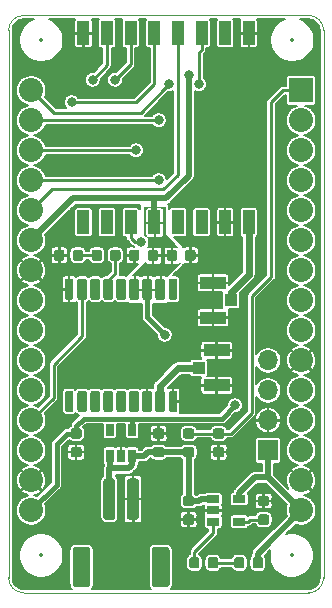
<source format=gbr>
%TF.GenerationSoftware,KiCad,Pcbnew,5.1.5+dfsg1-2~bpo10+1*%
%TF.CreationDate,2020-10-10T09:04:37+00:00*%
%TF.ProjectId,CO2,434f322e-6b69-4636-9164-5f7063625858,rev?*%
%TF.SameCoordinates,Original*%
%TF.FileFunction,Copper,L2,Bot*%
%TF.FilePolarity,Positive*%
%FSLAX45Y45*%
G04 Gerber Fmt 4.5, Leading zero omitted, Abs format (unit mm)*
G04 Created by KiCad (PCBNEW 5.1.5+dfsg1-2~bpo10+1) date 2020-10-10 09:04:37*
%MOMM*%
%LPD*%
G04 APERTURE LIST*
%ADD10C,0.120000*%
%ADD11O,1.700000X1.700000*%
%ADD12R,1.700000X1.700000*%
%ADD13C,0.150000*%
%ADD14R,2.200000X1.050000*%
%ADD15R,1.050000X1.000000*%
%ADD16R,0.650000X1.060000*%
%ADD17R,1.060000X0.650000*%
%ADD18R,1.000000X2.000000*%
%ADD19C,2.032000*%
%ADD20R,2.032000X2.032000*%
%ADD21C,0.800000*%
%ADD22C,0.250000*%
%ADD23C,0.500000*%
%ADD24C,0.600000*%
%ADD25C,0.400000*%
%ADD26C,0.125000*%
%ADD27C,0.350000*%
G04 APERTURE END LIST*
D10*
X-63500Y-4254500D02*
G75*
G02X-190500Y-4127500I0J127000D01*
G01*
X2476500Y-4127500D02*
G75*
G02X2349500Y-4254500I-127000J0D01*
G01*
X-190500Y507511D02*
G75*
G02X-63500Y634511I127000J0D01*
G01*
X2349500Y634511D02*
G75*
G02X2476500Y507511I0J-127000D01*
G01*
X2476500Y-4127500D02*
X2476500Y508000D01*
X-63500Y-4254500D02*
X2349500Y-4254500D01*
X-190500Y508000D02*
X-190500Y-4127500D01*
X2349500Y634511D02*
X-63500Y634511D01*
D11*
X2006600Y-2286000D03*
X2006600Y-2540000D03*
X2006600Y-2794000D03*
D12*
X2006600Y-3048000D03*
%TA.AperFunction,SMDPad,CuDef*%
D13*
G36*
X408769Y-2862105D02*
G01*
X410893Y-2862420D01*
X412975Y-2862942D01*
X414996Y-2863665D01*
X416937Y-2864583D01*
X418778Y-2865687D01*
X420502Y-2866965D01*
X422093Y-2868407D01*
X423535Y-2869998D01*
X424813Y-2871722D01*
X425917Y-2873563D01*
X426835Y-2875504D01*
X427558Y-2877525D01*
X428080Y-2879607D01*
X428395Y-2881731D01*
X428500Y-2883875D01*
X428500Y-2927625D01*
X428395Y-2929769D01*
X428080Y-2931893D01*
X427558Y-2933975D01*
X426835Y-2935996D01*
X425917Y-2937937D01*
X424813Y-2939778D01*
X423535Y-2941502D01*
X422093Y-2943093D01*
X420502Y-2944535D01*
X418778Y-2945813D01*
X416937Y-2946917D01*
X414996Y-2947835D01*
X412975Y-2948558D01*
X410893Y-2949080D01*
X408769Y-2949395D01*
X406625Y-2949500D01*
X355375Y-2949500D01*
X353231Y-2949395D01*
X351107Y-2949080D01*
X349025Y-2948558D01*
X347004Y-2947835D01*
X345063Y-2946917D01*
X343222Y-2945813D01*
X341498Y-2944535D01*
X339907Y-2943093D01*
X338465Y-2941502D01*
X337187Y-2939778D01*
X336083Y-2937937D01*
X335165Y-2935996D01*
X334442Y-2933975D01*
X333920Y-2931893D01*
X333605Y-2929769D01*
X333500Y-2927625D01*
X333500Y-2883875D01*
X333605Y-2881731D01*
X333920Y-2879607D01*
X334442Y-2877525D01*
X335165Y-2875504D01*
X336083Y-2873563D01*
X337187Y-2871722D01*
X338465Y-2869998D01*
X339907Y-2868407D01*
X341498Y-2866965D01*
X343222Y-2865687D01*
X345063Y-2864583D01*
X347004Y-2863665D01*
X349025Y-2862942D01*
X351107Y-2862420D01*
X353231Y-2862105D01*
X355375Y-2862000D01*
X406625Y-2862000D01*
X408769Y-2862105D01*
G37*
%TD.AperFunction*%
%TA.AperFunction,SMDPad,CuDef*%
G36*
X408769Y-3019605D02*
G01*
X410893Y-3019920D01*
X412975Y-3020442D01*
X414996Y-3021165D01*
X416937Y-3022083D01*
X418778Y-3023187D01*
X420502Y-3024465D01*
X422093Y-3025907D01*
X423535Y-3027498D01*
X424813Y-3029222D01*
X425917Y-3031063D01*
X426835Y-3033004D01*
X427558Y-3035025D01*
X428080Y-3037107D01*
X428395Y-3039231D01*
X428500Y-3041375D01*
X428500Y-3085125D01*
X428395Y-3087269D01*
X428080Y-3089393D01*
X427558Y-3091475D01*
X426835Y-3093496D01*
X425917Y-3095437D01*
X424813Y-3097278D01*
X423535Y-3099002D01*
X422093Y-3100593D01*
X420502Y-3102035D01*
X418778Y-3103313D01*
X416937Y-3104417D01*
X414996Y-3105335D01*
X412975Y-3106058D01*
X410893Y-3106580D01*
X408769Y-3106895D01*
X406625Y-3107000D01*
X355375Y-3107000D01*
X353231Y-3106895D01*
X351107Y-3106580D01*
X349025Y-3106058D01*
X347004Y-3105335D01*
X345063Y-3104417D01*
X343222Y-3103313D01*
X341498Y-3102035D01*
X339907Y-3100593D01*
X338465Y-3099002D01*
X337187Y-3097278D01*
X336083Y-3095437D01*
X335165Y-3093496D01*
X334442Y-3091475D01*
X333920Y-3089393D01*
X333605Y-3087269D01*
X333500Y-3085125D01*
X333500Y-3041375D01*
X333605Y-3039231D01*
X333920Y-3037107D01*
X334442Y-3035025D01*
X335165Y-3033004D01*
X336083Y-3031063D01*
X337187Y-3029222D01*
X338465Y-3027498D01*
X339907Y-3025907D01*
X341498Y-3024465D01*
X343222Y-3023187D01*
X345063Y-3022083D01*
X347004Y-3021165D01*
X349025Y-3020442D01*
X351107Y-3019920D01*
X353231Y-3019605D01*
X355375Y-3019500D01*
X406625Y-3019500D01*
X408769Y-3019605D01*
G37*
%TD.AperFunction*%
%TA.AperFunction,SMDPad,CuDef*%
G36*
X580269Y-1349605D02*
G01*
X582393Y-1349920D01*
X584475Y-1350442D01*
X586496Y-1351165D01*
X588437Y-1352083D01*
X590278Y-1353187D01*
X592002Y-1354465D01*
X593593Y-1355907D01*
X595035Y-1357498D01*
X596313Y-1359222D01*
X597417Y-1361063D01*
X598335Y-1363004D01*
X599058Y-1365025D01*
X599580Y-1367107D01*
X599895Y-1369231D01*
X600000Y-1371375D01*
X600000Y-1422625D01*
X599895Y-1424769D01*
X599580Y-1426893D01*
X599058Y-1428975D01*
X598335Y-1430996D01*
X597417Y-1432937D01*
X596313Y-1434778D01*
X595035Y-1436502D01*
X593593Y-1438093D01*
X592002Y-1439535D01*
X590278Y-1440813D01*
X588437Y-1441917D01*
X586496Y-1442835D01*
X584475Y-1443558D01*
X582393Y-1444080D01*
X580269Y-1444395D01*
X578125Y-1444500D01*
X534375Y-1444500D01*
X532231Y-1444395D01*
X530107Y-1444080D01*
X528025Y-1443558D01*
X526004Y-1442835D01*
X524063Y-1441917D01*
X522222Y-1440813D01*
X520498Y-1439535D01*
X518907Y-1438093D01*
X517465Y-1436502D01*
X516187Y-1434778D01*
X515083Y-1432937D01*
X514165Y-1430996D01*
X513442Y-1428975D01*
X512920Y-1426893D01*
X512605Y-1424769D01*
X512500Y-1422625D01*
X512500Y-1371375D01*
X512605Y-1369231D01*
X512920Y-1367107D01*
X513442Y-1365025D01*
X514165Y-1363004D01*
X515083Y-1361063D01*
X516187Y-1359222D01*
X517465Y-1357498D01*
X518907Y-1355907D01*
X520498Y-1354465D01*
X522222Y-1353187D01*
X524063Y-1352083D01*
X526004Y-1351165D01*
X528025Y-1350442D01*
X530107Y-1349920D01*
X532231Y-1349605D01*
X534375Y-1349500D01*
X578125Y-1349500D01*
X580269Y-1349605D01*
G37*
%TD.AperFunction*%
%TA.AperFunction,SMDPad,CuDef*%
G36*
X737769Y-1349605D02*
G01*
X739893Y-1349920D01*
X741975Y-1350442D01*
X743996Y-1351165D01*
X745937Y-1352083D01*
X747778Y-1353187D01*
X749502Y-1354465D01*
X751093Y-1355907D01*
X752535Y-1357498D01*
X753813Y-1359222D01*
X754917Y-1361063D01*
X755835Y-1363004D01*
X756558Y-1365025D01*
X757080Y-1367107D01*
X757395Y-1369231D01*
X757500Y-1371375D01*
X757500Y-1422625D01*
X757395Y-1424769D01*
X757080Y-1426893D01*
X756558Y-1428975D01*
X755835Y-1430996D01*
X754917Y-1432937D01*
X753813Y-1434778D01*
X752535Y-1436502D01*
X751093Y-1438093D01*
X749502Y-1439535D01*
X747778Y-1440813D01*
X745937Y-1441917D01*
X743996Y-1442835D01*
X741975Y-1443558D01*
X739893Y-1444080D01*
X737769Y-1444395D01*
X735625Y-1444500D01*
X691875Y-1444500D01*
X689731Y-1444395D01*
X687607Y-1444080D01*
X685525Y-1443558D01*
X683504Y-1442835D01*
X681563Y-1441917D01*
X679722Y-1440813D01*
X677998Y-1439535D01*
X676407Y-1438093D01*
X674965Y-1436502D01*
X673687Y-1434778D01*
X672583Y-1432937D01*
X671665Y-1430996D01*
X670942Y-1428975D01*
X670420Y-1426893D01*
X670105Y-1424769D01*
X670000Y-1422625D01*
X670000Y-1371375D01*
X670105Y-1369231D01*
X670420Y-1367107D01*
X670942Y-1365025D01*
X671665Y-1363004D01*
X672583Y-1361063D01*
X673687Y-1359222D01*
X674965Y-1357498D01*
X676407Y-1355907D01*
X677998Y-1354465D01*
X679722Y-1353187D01*
X681563Y-1352083D01*
X683504Y-1351165D01*
X685525Y-1350442D01*
X687607Y-1349920D01*
X689731Y-1349605D01*
X691875Y-1349500D01*
X735625Y-1349500D01*
X737769Y-1349605D01*
G37*
%TD.AperFunction*%
%TA.AperFunction,SMDPad,CuDef*%
G36*
X1996269Y-3433605D02*
G01*
X1998393Y-3433920D01*
X2000475Y-3434442D01*
X2002496Y-3435165D01*
X2004437Y-3436083D01*
X2006278Y-3437187D01*
X2008002Y-3438465D01*
X2009593Y-3439907D01*
X2011035Y-3441498D01*
X2012313Y-3443222D01*
X2013417Y-3445063D01*
X2014335Y-3447004D01*
X2015058Y-3449025D01*
X2015580Y-3451107D01*
X2015895Y-3453231D01*
X2016000Y-3455375D01*
X2016000Y-3499125D01*
X2015895Y-3501269D01*
X2015580Y-3503393D01*
X2015058Y-3505475D01*
X2014335Y-3507496D01*
X2013417Y-3509437D01*
X2012313Y-3511278D01*
X2011035Y-3513002D01*
X2009593Y-3514593D01*
X2008002Y-3516035D01*
X2006278Y-3517313D01*
X2004437Y-3518417D01*
X2002496Y-3519335D01*
X2000475Y-3520058D01*
X1998393Y-3520580D01*
X1996269Y-3520895D01*
X1994125Y-3521000D01*
X1942875Y-3521000D01*
X1940731Y-3520895D01*
X1938607Y-3520580D01*
X1936525Y-3520058D01*
X1934504Y-3519335D01*
X1932563Y-3518417D01*
X1930722Y-3517313D01*
X1928998Y-3516035D01*
X1927407Y-3514593D01*
X1925965Y-3513002D01*
X1924687Y-3511278D01*
X1923583Y-3509437D01*
X1922665Y-3507496D01*
X1921942Y-3505475D01*
X1921420Y-3503393D01*
X1921105Y-3501269D01*
X1921000Y-3499125D01*
X1921000Y-3455375D01*
X1921105Y-3453231D01*
X1921420Y-3451107D01*
X1921942Y-3449025D01*
X1922665Y-3447004D01*
X1923583Y-3445063D01*
X1924687Y-3443222D01*
X1925965Y-3441498D01*
X1927407Y-3439907D01*
X1928998Y-3438465D01*
X1930722Y-3437187D01*
X1932563Y-3436083D01*
X1934504Y-3435165D01*
X1936525Y-3434442D01*
X1938607Y-3433920D01*
X1940731Y-3433605D01*
X1942875Y-3433500D01*
X1994125Y-3433500D01*
X1996269Y-3433605D01*
G37*
%TD.AperFunction*%
%TA.AperFunction,SMDPad,CuDef*%
G36*
X1996269Y-3591105D02*
G01*
X1998393Y-3591420D01*
X2000475Y-3591942D01*
X2002496Y-3592665D01*
X2004437Y-3593583D01*
X2006278Y-3594687D01*
X2008002Y-3595965D01*
X2009593Y-3597407D01*
X2011035Y-3598998D01*
X2012313Y-3600722D01*
X2013417Y-3602563D01*
X2014335Y-3604504D01*
X2015058Y-3606525D01*
X2015580Y-3608607D01*
X2015895Y-3610731D01*
X2016000Y-3612875D01*
X2016000Y-3656625D01*
X2015895Y-3658769D01*
X2015580Y-3660893D01*
X2015058Y-3662975D01*
X2014335Y-3664996D01*
X2013417Y-3666937D01*
X2012313Y-3668778D01*
X2011035Y-3670502D01*
X2009593Y-3672093D01*
X2008002Y-3673535D01*
X2006278Y-3674813D01*
X2004437Y-3675917D01*
X2002496Y-3676835D01*
X2000475Y-3677558D01*
X1998393Y-3678080D01*
X1996269Y-3678395D01*
X1994125Y-3678500D01*
X1942875Y-3678500D01*
X1940731Y-3678395D01*
X1938607Y-3678080D01*
X1936525Y-3677558D01*
X1934504Y-3676835D01*
X1932563Y-3675917D01*
X1930722Y-3674813D01*
X1928998Y-3673535D01*
X1927407Y-3672093D01*
X1925965Y-3670502D01*
X1924687Y-3668778D01*
X1923583Y-3666937D01*
X1922665Y-3664996D01*
X1921942Y-3662975D01*
X1921420Y-3660893D01*
X1921105Y-3658769D01*
X1921000Y-3656625D01*
X1921000Y-3612875D01*
X1921105Y-3610731D01*
X1921420Y-3608607D01*
X1921942Y-3606525D01*
X1922665Y-3604504D01*
X1923583Y-3602563D01*
X1924687Y-3600722D01*
X1925965Y-3598998D01*
X1927407Y-3597407D01*
X1928998Y-3595965D01*
X1930722Y-3594687D01*
X1932563Y-3593583D01*
X1934504Y-3592665D01*
X1936525Y-3591942D01*
X1938607Y-3591420D01*
X1940731Y-3591105D01*
X1942875Y-3591000D01*
X1994125Y-3591000D01*
X1996269Y-3591105D01*
G37*
%TD.AperFunction*%
%TA.AperFunction,SMDPad,CuDef*%
G36*
X1615269Y-3019605D02*
G01*
X1617393Y-3019920D01*
X1619475Y-3020442D01*
X1621496Y-3021165D01*
X1623437Y-3022083D01*
X1625278Y-3023187D01*
X1627002Y-3024465D01*
X1628593Y-3025907D01*
X1630035Y-3027498D01*
X1631313Y-3029222D01*
X1632417Y-3031063D01*
X1633335Y-3033004D01*
X1634058Y-3035025D01*
X1634580Y-3037107D01*
X1634895Y-3039231D01*
X1635000Y-3041375D01*
X1635000Y-3085125D01*
X1634895Y-3087269D01*
X1634580Y-3089393D01*
X1634058Y-3091475D01*
X1633335Y-3093496D01*
X1632417Y-3095437D01*
X1631313Y-3097278D01*
X1630035Y-3099002D01*
X1628593Y-3100593D01*
X1627002Y-3102035D01*
X1625278Y-3103313D01*
X1623437Y-3104417D01*
X1621496Y-3105335D01*
X1619475Y-3106058D01*
X1617393Y-3106580D01*
X1615269Y-3106895D01*
X1613125Y-3107000D01*
X1561875Y-3107000D01*
X1559731Y-3106895D01*
X1557607Y-3106580D01*
X1555525Y-3106058D01*
X1553504Y-3105335D01*
X1551563Y-3104417D01*
X1549722Y-3103313D01*
X1547998Y-3102035D01*
X1546407Y-3100593D01*
X1544965Y-3099002D01*
X1543687Y-3097278D01*
X1542583Y-3095437D01*
X1541665Y-3093496D01*
X1540942Y-3091475D01*
X1540420Y-3089393D01*
X1540105Y-3087269D01*
X1540000Y-3085125D01*
X1540000Y-3041375D01*
X1540105Y-3039231D01*
X1540420Y-3037107D01*
X1540942Y-3035025D01*
X1541665Y-3033004D01*
X1542583Y-3031063D01*
X1543687Y-3029222D01*
X1544965Y-3027498D01*
X1546407Y-3025907D01*
X1547998Y-3024465D01*
X1549722Y-3023187D01*
X1551563Y-3022083D01*
X1553504Y-3021165D01*
X1555525Y-3020442D01*
X1557607Y-3019920D01*
X1559731Y-3019605D01*
X1561875Y-3019500D01*
X1613125Y-3019500D01*
X1615269Y-3019605D01*
G37*
%TD.AperFunction*%
%TA.AperFunction,SMDPad,CuDef*%
G36*
X1615269Y-2862105D02*
G01*
X1617393Y-2862420D01*
X1619475Y-2862942D01*
X1621496Y-2863665D01*
X1623437Y-2864583D01*
X1625278Y-2865687D01*
X1627002Y-2866965D01*
X1628593Y-2868407D01*
X1630035Y-2869998D01*
X1631313Y-2871722D01*
X1632417Y-2873563D01*
X1633335Y-2875504D01*
X1634058Y-2877525D01*
X1634580Y-2879607D01*
X1634895Y-2881731D01*
X1635000Y-2883875D01*
X1635000Y-2927625D01*
X1634895Y-2929769D01*
X1634580Y-2931893D01*
X1634058Y-2933975D01*
X1633335Y-2935996D01*
X1632417Y-2937937D01*
X1631313Y-2939778D01*
X1630035Y-2941502D01*
X1628593Y-2943093D01*
X1627002Y-2944535D01*
X1625278Y-2945813D01*
X1623437Y-2946917D01*
X1621496Y-2947835D01*
X1619475Y-2948558D01*
X1617393Y-2949080D01*
X1615269Y-2949395D01*
X1613125Y-2949500D01*
X1561875Y-2949500D01*
X1559731Y-2949395D01*
X1557607Y-2949080D01*
X1555525Y-2948558D01*
X1553504Y-2947835D01*
X1551563Y-2946917D01*
X1549722Y-2945813D01*
X1547998Y-2944535D01*
X1546407Y-2943093D01*
X1544965Y-2941502D01*
X1543687Y-2939778D01*
X1542583Y-2937937D01*
X1541665Y-2935996D01*
X1540942Y-2933975D01*
X1540420Y-2931893D01*
X1540105Y-2929769D01*
X1540000Y-2927625D01*
X1540000Y-2883875D01*
X1540105Y-2881731D01*
X1540420Y-2879607D01*
X1540942Y-2877525D01*
X1541665Y-2875504D01*
X1542583Y-2873563D01*
X1543687Y-2871722D01*
X1544965Y-2869998D01*
X1546407Y-2868407D01*
X1547998Y-2866965D01*
X1549722Y-2865687D01*
X1551563Y-2864583D01*
X1553504Y-2863665D01*
X1555525Y-2862942D01*
X1557607Y-2862420D01*
X1559731Y-2862105D01*
X1561875Y-2862000D01*
X1613125Y-2862000D01*
X1615269Y-2862105D01*
G37*
%TD.AperFunction*%
%TA.AperFunction,SMDPad,CuDef*%
G36*
X1361269Y-2862105D02*
G01*
X1363393Y-2862420D01*
X1365475Y-2862942D01*
X1367496Y-2863665D01*
X1369437Y-2864583D01*
X1371278Y-2865687D01*
X1373002Y-2866965D01*
X1374593Y-2868407D01*
X1376035Y-2869998D01*
X1377313Y-2871722D01*
X1378417Y-2873563D01*
X1379335Y-2875504D01*
X1380058Y-2877525D01*
X1380580Y-2879607D01*
X1380895Y-2881731D01*
X1381000Y-2883875D01*
X1381000Y-2927625D01*
X1380895Y-2929769D01*
X1380580Y-2931893D01*
X1380058Y-2933975D01*
X1379335Y-2935996D01*
X1378417Y-2937937D01*
X1377313Y-2939778D01*
X1376035Y-2941502D01*
X1374593Y-2943093D01*
X1373002Y-2944535D01*
X1371278Y-2945813D01*
X1369437Y-2946917D01*
X1367496Y-2947835D01*
X1365475Y-2948558D01*
X1363393Y-2949080D01*
X1361269Y-2949395D01*
X1359125Y-2949500D01*
X1307875Y-2949500D01*
X1305731Y-2949395D01*
X1303607Y-2949080D01*
X1301525Y-2948558D01*
X1299504Y-2947835D01*
X1297563Y-2946917D01*
X1295722Y-2945813D01*
X1293998Y-2944535D01*
X1292407Y-2943093D01*
X1290965Y-2941502D01*
X1289687Y-2939778D01*
X1288583Y-2937937D01*
X1287665Y-2935996D01*
X1286942Y-2933975D01*
X1286420Y-2931893D01*
X1286105Y-2929769D01*
X1286000Y-2927625D01*
X1286000Y-2883875D01*
X1286105Y-2881731D01*
X1286420Y-2879607D01*
X1286942Y-2877525D01*
X1287665Y-2875504D01*
X1288583Y-2873563D01*
X1289687Y-2871722D01*
X1290965Y-2869998D01*
X1292407Y-2868407D01*
X1293998Y-2866965D01*
X1295722Y-2865687D01*
X1297563Y-2864583D01*
X1299504Y-2863665D01*
X1301525Y-2862942D01*
X1303607Y-2862420D01*
X1305731Y-2862105D01*
X1307875Y-2862000D01*
X1359125Y-2862000D01*
X1361269Y-2862105D01*
G37*
%TD.AperFunction*%
%TA.AperFunction,SMDPad,CuDef*%
G36*
X1361269Y-3019605D02*
G01*
X1363393Y-3019920D01*
X1365475Y-3020442D01*
X1367496Y-3021165D01*
X1369437Y-3022083D01*
X1371278Y-3023187D01*
X1373002Y-3024465D01*
X1374593Y-3025907D01*
X1376035Y-3027498D01*
X1377313Y-3029222D01*
X1378417Y-3031063D01*
X1379335Y-3033004D01*
X1380058Y-3035025D01*
X1380580Y-3037107D01*
X1380895Y-3039231D01*
X1381000Y-3041375D01*
X1381000Y-3085125D01*
X1380895Y-3087269D01*
X1380580Y-3089393D01*
X1380058Y-3091475D01*
X1379335Y-3093496D01*
X1378417Y-3095437D01*
X1377313Y-3097278D01*
X1376035Y-3099002D01*
X1374593Y-3100593D01*
X1373002Y-3102035D01*
X1371278Y-3103313D01*
X1369437Y-3104417D01*
X1367496Y-3105335D01*
X1365475Y-3106058D01*
X1363393Y-3106580D01*
X1361269Y-3106895D01*
X1359125Y-3107000D01*
X1307875Y-3107000D01*
X1305731Y-3106895D01*
X1303607Y-3106580D01*
X1301525Y-3106058D01*
X1299504Y-3105335D01*
X1297563Y-3104417D01*
X1295722Y-3103313D01*
X1293998Y-3102035D01*
X1292407Y-3100593D01*
X1290965Y-3099002D01*
X1289687Y-3097278D01*
X1288583Y-3095437D01*
X1287665Y-3093496D01*
X1286942Y-3091475D01*
X1286420Y-3089393D01*
X1286105Y-3087269D01*
X1286000Y-3085125D01*
X1286000Y-3041375D01*
X1286105Y-3039231D01*
X1286420Y-3037107D01*
X1286942Y-3035025D01*
X1287665Y-3033004D01*
X1288583Y-3031063D01*
X1289687Y-3029222D01*
X1290965Y-3027498D01*
X1292407Y-3025907D01*
X1293998Y-3024465D01*
X1295722Y-3023187D01*
X1297563Y-3022083D01*
X1299504Y-3021165D01*
X1301525Y-3020442D01*
X1303607Y-3019920D01*
X1305731Y-3019605D01*
X1307875Y-3019500D01*
X1359125Y-3019500D01*
X1361269Y-3019605D01*
G37*
%TD.AperFunction*%
%TA.AperFunction,SMDPad,CuDef*%
G36*
X1405769Y-3953105D02*
G01*
X1407893Y-3953420D01*
X1409975Y-3953942D01*
X1411996Y-3954665D01*
X1413937Y-3955583D01*
X1415778Y-3956687D01*
X1417502Y-3957965D01*
X1419093Y-3959407D01*
X1420535Y-3960998D01*
X1421813Y-3962722D01*
X1422917Y-3964563D01*
X1423835Y-3966504D01*
X1424558Y-3968525D01*
X1425080Y-3970607D01*
X1425395Y-3972731D01*
X1425500Y-3974875D01*
X1425500Y-4026125D01*
X1425395Y-4028269D01*
X1425080Y-4030393D01*
X1424558Y-4032475D01*
X1423835Y-4034496D01*
X1422917Y-4036437D01*
X1421813Y-4038278D01*
X1420535Y-4040002D01*
X1419093Y-4041593D01*
X1417502Y-4043035D01*
X1415778Y-4044313D01*
X1413937Y-4045417D01*
X1411996Y-4046335D01*
X1409975Y-4047058D01*
X1407893Y-4047580D01*
X1405769Y-4047895D01*
X1403625Y-4048000D01*
X1359875Y-4048000D01*
X1357731Y-4047895D01*
X1355607Y-4047580D01*
X1353525Y-4047058D01*
X1351504Y-4046335D01*
X1349563Y-4045417D01*
X1347722Y-4044313D01*
X1345998Y-4043035D01*
X1344407Y-4041593D01*
X1342965Y-4040002D01*
X1341687Y-4038278D01*
X1340583Y-4036437D01*
X1339665Y-4034496D01*
X1338942Y-4032475D01*
X1338420Y-4030393D01*
X1338105Y-4028269D01*
X1338000Y-4026125D01*
X1338000Y-3974875D01*
X1338105Y-3972731D01*
X1338420Y-3970607D01*
X1338942Y-3968525D01*
X1339665Y-3966504D01*
X1340583Y-3964563D01*
X1341687Y-3962722D01*
X1342965Y-3960998D01*
X1344407Y-3959407D01*
X1345998Y-3957965D01*
X1347722Y-3956687D01*
X1349563Y-3955583D01*
X1351504Y-3954665D01*
X1353525Y-3953942D01*
X1355607Y-3953420D01*
X1357731Y-3953105D01*
X1359875Y-3953000D01*
X1403625Y-3953000D01*
X1405769Y-3953105D01*
G37*
%TD.AperFunction*%
%TA.AperFunction,SMDPad,CuDef*%
G36*
X1563269Y-3953105D02*
G01*
X1565393Y-3953420D01*
X1567475Y-3953942D01*
X1569496Y-3954665D01*
X1571437Y-3955583D01*
X1573278Y-3956687D01*
X1575002Y-3957965D01*
X1576593Y-3959407D01*
X1578035Y-3960998D01*
X1579313Y-3962722D01*
X1580417Y-3964563D01*
X1581335Y-3966504D01*
X1582058Y-3968525D01*
X1582580Y-3970607D01*
X1582895Y-3972731D01*
X1583000Y-3974875D01*
X1583000Y-4026125D01*
X1582895Y-4028269D01*
X1582580Y-4030393D01*
X1582058Y-4032475D01*
X1581335Y-4034496D01*
X1580417Y-4036437D01*
X1579313Y-4038278D01*
X1578035Y-4040002D01*
X1576593Y-4041593D01*
X1575002Y-4043035D01*
X1573278Y-4044313D01*
X1571437Y-4045417D01*
X1569496Y-4046335D01*
X1567475Y-4047058D01*
X1565393Y-4047580D01*
X1563269Y-4047895D01*
X1561125Y-4048000D01*
X1517375Y-4048000D01*
X1515231Y-4047895D01*
X1513107Y-4047580D01*
X1511025Y-4047058D01*
X1509004Y-4046335D01*
X1507063Y-4045417D01*
X1505222Y-4044313D01*
X1503498Y-4043035D01*
X1501907Y-4041593D01*
X1500465Y-4040002D01*
X1499187Y-4038278D01*
X1498083Y-4036437D01*
X1497165Y-4034496D01*
X1496442Y-4032475D01*
X1495920Y-4030393D01*
X1495605Y-4028269D01*
X1495500Y-4026125D01*
X1495500Y-3974875D01*
X1495605Y-3972731D01*
X1495920Y-3970607D01*
X1496442Y-3968525D01*
X1497165Y-3966504D01*
X1498083Y-3964563D01*
X1499187Y-3962722D01*
X1500465Y-3960998D01*
X1501907Y-3959407D01*
X1503498Y-3957965D01*
X1505222Y-3956687D01*
X1507063Y-3955583D01*
X1509004Y-3954665D01*
X1511025Y-3953942D01*
X1513107Y-3953420D01*
X1515231Y-3953105D01*
X1517375Y-3953000D01*
X1561125Y-3953000D01*
X1563269Y-3953105D01*
G37*
%TD.AperFunction*%
%TA.AperFunction,SMDPad,CuDef*%
G36*
X420269Y-1349605D02*
G01*
X422393Y-1349920D01*
X424475Y-1350442D01*
X426496Y-1351165D01*
X428437Y-1352083D01*
X430278Y-1353187D01*
X432002Y-1354465D01*
X433593Y-1355907D01*
X435035Y-1357498D01*
X436313Y-1359222D01*
X437417Y-1361063D01*
X438335Y-1363004D01*
X439058Y-1365025D01*
X439580Y-1367107D01*
X439895Y-1369231D01*
X440000Y-1371375D01*
X440000Y-1422625D01*
X439895Y-1424769D01*
X439580Y-1426893D01*
X439058Y-1428975D01*
X438335Y-1430996D01*
X437417Y-1432937D01*
X436313Y-1434778D01*
X435035Y-1436502D01*
X433593Y-1438093D01*
X432002Y-1439535D01*
X430278Y-1440813D01*
X428437Y-1441917D01*
X426496Y-1442835D01*
X424475Y-1443558D01*
X422393Y-1444080D01*
X420269Y-1444395D01*
X418125Y-1444500D01*
X374375Y-1444500D01*
X372231Y-1444395D01*
X370107Y-1444080D01*
X368025Y-1443558D01*
X366004Y-1442835D01*
X364063Y-1441917D01*
X362222Y-1440813D01*
X360498Y-1439535D01*
X358907Y-1438093D01*
X357465Y-1436502D01*
X356187Y-1434778D01*
X355083Y-1432937D01*
X354165Y-1430996D01*
X353442Y-1428975D01*
X352920Y-1426893D01*
X352605Y-1424769D01*
X352500Y-1422625D01*
X352500Y-1371375D01*
X352605Y-1369231D01*
X352920Y-1367107D01*
X353442Y-1365025D01*
X354165Y-1363004D01*
X355083Y-1361063D01*
X356187Y-1359222D01*
X357465Y-1357498D01*
X358907Y-1355907D01*
X360498Y-1354465D01*
X362222Y-1353187D01*
X364063Y-1352083D01*
X366004Y-1351165D01*
X368025Y-1350442D01*
X370107Y-1349920D01*
X372231Y-1349605D01*
X374375Y-1349500D01*
X418125Y-1349500D01*
X420269Y-1349605D01*
G37*
%TD.AperFunction*%
%TA.AperFunction,SMDPad,CuDef*%
G36*
X262769Y-1349605D02*
G01*
X264893Y-1349920D01*
X266975Y-1350442D01*
X268996Y-1351165D01*
X270937Y-1352083D01*
X272778Y-1353187D01*
X274502Y-1354465D01*
X276093Y-1355907D01*
X277535Y-1357498D01*
X278813Y-1359222D01*
X279917Y-1361063D01*
X280835Y-1363004D01*
X281558Y-1365025D01*
X282080Y-1367107D01*
X282395Y-1369231D01*
X282500Y-1371375D01*
X282500Y-1422625D01*
X282395Y-1424769D01*
X282080Y-1426893D01*
X281558Y-1428975D01*
X280835Y-1430996D01*
X279917Y-1432937D01*
X278813Y-1434778D01*
X277535Y-1436502D01*
X276093Y-1438093D01*
X274502Y-1439535D01*
X272778Y-1440813D01*
X270937Y-1441917D01*
X268996Y-1442835D01*
X266975Y-1443558D01*
X264893Y-1444080D01*
X262769Y-1444395D01*
X260625Y-1444500D01*
X216875Y-1444500D01*
X214731Y-1444395D01*
X212607Y-1444080D01*
X210525Y-1443558D01*
X208504Y-1442835D01*
X206563Y-1441917D01*
X204722Y-1440813D01*
X202998Y-1439535D01*
X201407Y-1438093D01*
X199965Y-1436502D01*
X198687Y-1434778D01*
X197583Y-1432937D01*
X196665Y-1430996D01*
X195942Y-1428975D01*
X195420Y-1426893D01*
X195105Y-1424769D01*
X195000Y-1422625D01*
X195000Y-1371375D01*
X195105Y-1369231D01*
X195420Y-1367107D01*
X195942Y-1365025D01*
X196665Y-1363004D01*
X197583Y-1361063D01*
X198687Y-1359222D01*
X199965Y-1357498D01*
X201407Y-1355907D01*
X202998Y-1354465D01*
X204722Y-1353187D01*
X206563Y-1352083D01*
X208504Y-1351165D01*
X210525Y-1350442D01*
X212607Y-1349920D01*
X214731Y-1349605D01*
X216875Y-1349500D01*
X260625Y-1349500D01*
X262769Y-1349605D01*
G37*
%TD.AperFunction*%
%TA.AperFunction,SMDPad,CuDef*%
G36*
X1944269Y-3953105D02*
G01*
X1946393Y-3953420D01*
X1948475Y-3953942D01*
X1950496Y-3954665D01*
X1952437Y-3955583D01*
X1954278Y-3956687D01*
X1956002Y-3957965D01*
X1957593Y-3959407D01*
X1959035Y-3960998D01*
X1960313Y-3962722D01*
X1961417Y-3964563D01*
X1962335Y-3966504D01*
X1963058Y-3968525D01*
X1963580Y-3970607D01*
X1963895Y-3972731D01*
X1964000Y-3974875D01*
X1964000Y-4026125D01*
X1963895Y-4028269D01*
X1963580Y-4030393D01*
X1963058Y-4032475D01*
X1962335Y-4034496D01*
X1961417Y-4036437D01*
X1960313Y-4038278D01*
X1959035Y-4040002D01*
X1957593Y-4041593D01*
X1956002Y-4043035D01*
X1954278Y-4044313D01*
X1952437Y-4045417D01*
X1950496Y-4046335D01*
X1948475Y-4047058D01*
X1946393Y-4047580D01*
X1944269Y-4047895D01*
X1942125Y-4048000D01*
X1898375Y-4048000D01*
X1896231Y-4047895D01*
X1894107Y-4047580D01*
X1892025Y-4047058D01*
X1890004Y-4046335D01*
X1888063Y-4045417D01*
X1886222Y-4044313D01*
X1884498Y-4043035D01*
X1882907Y-4041593D01*
X1881465Y-4040002D01*
X1880187Y-4038278D01*
X1879083Y-4036437D01*
X1878165Y-4034496D01*
X1877442Y-4032475D01*
X1876920Y-4030393D01*
X1876605Y-4028269D01*
X1876500Y-4026125D01*
X1876500Y-3974875D01*
X1876605Y-3972731D01*
X1876920Y-3970607D01*
X1877442Y-3968525D01*
X1878165Y-3966504D01*
X1879083Y-3964563D01*
X1880187Y-3962722D01*
X1881465Y-3960998D01*
X1882907Y-3959407D01*
X1884498Y-3957965D01*
X1886222Y-3956687D01*
X1888063Y-3955583D01*
X1890004Y-3954665D01*
X1892025Y-3953942D01*
X1894107Y-3953420D01*
X1896231Y-3953105D01*
X1898375Y-3953000D01*
X1942125Y-3953000D01*
X1944269Y-3953105D01*
G37*
%TD.AperFunction*%
%TA.AperFunction,SMDPad,CuDef*%
G36*
X1786769Y-3953105D02*
G01*
X1788893Y-3953420D01*
X1790975Y-3953942D01*
X1792996Y-3954665D01*
X1794937Y-3955583D01*
X1796778Y-3956687D01*
X1798502Y-3957965D01*
X1800093Y-3959407D01*
X1801535Y-3960998D01*
X1802813Y-3962722D01*
X1803917Y-3964563D01*
X1804835Y-3966504D01*
X1805558Y-3968525D01*
X1806080Y-3970607D01*
X1806395Y-3972731D01*
X1806500Y-3974875D01*
X1806500Y-4026125D01*
X1806395Y-4028269D01*
X1806080Y-4030393D01*
X1805558Y-4032475D01*
X1804835Y-4034496D01*
X1803917Y-4036437D01*
X1802813Y-4038278D01*
X1801535Y-4040002D01*
X1800093Y-4041593D01*
X1798502Y-4043035D01*
X1796778Y-4044313D01*
X1794937Y-4045417D01*
X1792996Y-4046335D01*
X1790975Y-4047058D01*
X1788893Y-4047580D01*
X1786769Y-4047895D01*
X1784625Y-4048000D01*
X1740875Y-4048000D01*
X1738731Y-4047895D01*
X1736607Y-4047580D01*
X1734525Y-4047058D01*
X1732504Y-4046335D01*
X1730563Y-4045417D01*
X1728722Y-4044313D01*
X1726998Y-4043035D01*
X1725407Y-4041593D01*
X1723965Y-4040002D01*
X1722687Y-4038278D01*
X1721583Y-4036437D01*
X1720665Y-4034496D01*
X1719942Y-4032475D01*
X1719420Y-4030393D01*
X1719105Y-4028269D01*
X1719000Y-4026125D01*
X1719000Y-3974875D01*
X1719105Y-3972731D01*
X1719420Y-3970607D01*
X1719942Y-3968525D01*
X1720665Y-3966504D01*
X1721583Y-3964563D01*
X1722687Y-3962722D01*
X1723965Y-3960998D01*
X1725407Y-3959407D01*
X1726998Y-3957965D01*
X1728722Y-3956687D01*
X1730563Y-3955583D01*
X1732504Y-3954665D01*
X1734525Y-3953942D01*
X1736607Y-3953420D01*
X1738731Y-3953105D01*
X1740875Y-3953000D01*
X1784625Y-3953000D01*
X1786769Y-3953105D01*
G37*
%TD.AperFunction*%
%TA.AperFunction,SMDPad,CuDef*%
G36*
X1215269Y-1349605D02*
G01*
X1217393Y-1349920D01*
X1219475Y-1350442D01*
X1221496Y-1351165D01*
X1223437Y-1352083D01*
X1225278Y-1353187D01*
X1227002Y-1354465D01*
X1228593Y-1355907D01*
X1230035Y-1357498D01*
X1231313Y-1359222D01*
X1232417Y-1361063D01*
X1233335Y-1363004D01*
X1234058Y-1365025D01*
X1234580Y-1367107D01*
X1234895Y-1369231D01*
X1235000Y-1371375D01*
X1235000Y-1422625D01*
X1234895Y-1424769D01*
X1234580Y-1426893D01*
X1234058Y-1428975D01*
X1233335Y-1430996D01*
X1232417Y-1432937D01*
X1231313Y-1434778D01*
X1230035Y-1436502D01*
X1228593Y-1438093D01*
X1227002Y-1439535D01*
X1225278Y-1440813D01*
X1223437Y-1441917D01*
X1221496Y-1442835D01*
X1219475Y-1443558D01*
X1217393Y-1444080D01*
X1215269Y-1444395D01*
X1213125Y-1444500D01*
X1169375Y-1444500D01*
X1167231Y-1444395D01*
X1165107Y-1444080D01*
X1163025Y-1443558D01*
X1161004Y-1442835D01*
X1159063Y-1441917D01*
X1157222Y-1440813D01*
X1155498Y-1439535D01*
X1153907Y-1438093D01*
X1152465Y-1436502D01*
X1151187Y-1434778D01*
X1150083Y-1432937D01*
X1149165Y-1430996D01*
X1148442Y-1428975D01*
X1147920Y-1426893D01*
X1147605Y-1424769D01*
X1147500Y-1422625D01*
X1147500Y-1371375D01*
X1147605Y-1369231D01*
X1147920Y-1367107D01*
X1148442Y-1365025D01*
X1149165Y-1363004D01*
X1150083Y-1361063D01*
X1151187Y-1359222D01*
X1152465Y-1357498D01*
X1153907Y-1355907D01*
X1155498Y-1354465D01*
X1157222Y-1353187D01*
X1159063Y-1352083D01*
X1161004Y-1351165D01*
X1163025Y-1350442D01*
X1165107Y-1349920D01*
X1167231Y-1349605D01*
X1169375Y-1349500D01*
X1213125Y-1349500D01*
X1215269Y-1349605D01*
G37*
%TD.AperFunction*%
%TA.AperFunction,SMDPad,CuDef*%
G36*
X1372769Y-1349605D02*
G01*
X1374893Y-1349920D01*
X1376975Y-1350442D01*
X1378996Y-1351165D01*
X1380937Y-1352083D01*
X1382778Y-1353187D01*
X1384502Y-1354465D01*
X1386093Y-1355907D01*
X1387535Y-1357498D01*
X1388813Y-1359222D01*
X1389917Y-1361063D01*
X1390835Y-1363004D01*
X1391558Y-1365025D01*
X1392080Y-1367107D01*
X1392395Y-1369231D01*
X1392500Y-1371375D01*
X1392500Y-1422625D01*
X1392395Y-1424769D01*
X1392080Y-1426893D01*
X1391558Y-1428975D01*
X1390835Y-1430996D01*
X1389917Y-1432937D01*
X1388813Y-1434778D01*
X1387535Y-1436502D01*
X1386093Y-1438093D01*
X1384502Y-1439535D01*
X1382778Y-1440813D01*
X1380937Y-1441917D01*
X1378996Y-1442835D01*
X1376975Y-1443558D01*
X1374893Y-1444080D01*
X1372769Y-1444395D01*
X1370625Y-1444500D01*
X1326875Y-1444500D01*
X1324731Y-1444395D01*
X1322607Y-1444080D01*
X1320525Y-1443558D01*
X1318504Y-1442835D01*
X1316563Y-1441917D01*
X1314722Y-1440813D01*
X1312998Y-1439535D01*
X1311407Y-1438093D01*
X1309965Y-1436502D01*
X1308687Y-1434778D01*
X1307583Y-1432937D01*
X1306665Y-1430996D01*
X1305942Y-1428975D01*
X1305420Y-1426893D01*
X1305105Y-1424769D01*
X1305000Y-1422625D01*
X1305000Y-1371375D01*
X1305105Y-1369231D01*
X1305420Y-1367107D01*
X1305942Y-1365025D01*
X1306665Y-1363004D01*
X1307583Y-1361063D01*
X1308687Y-1359222D01*
X1309965Y-1357498D01*
X1311407Y-1355907D01*
X1312998Y-1354465D01*
X1314722Y-1353187D01*
X1316563Y-1352083D01*
X1318504Y-1351165D01*
X1320525Y-1350442D01*
X1322607Y-1349920D01*
X1324731Y-1349605D01*
X1326875Y-1349500D01*
X1370625Y-1349500D01*
X1372769Y-1349605D01*
G37*
%TD.AperFunction*%
%TA.AperFunction,SMDPad,CuDef*%
G36*
X1055269Y-1349605D02*
G01*
X1057393Y-1349920D01*
X1059475Y-1350442D01*
X1061496Y-1351165D01*
X1063437Y-1352083D01*
X1065278Y-1353187D01*
X1067002Y-1354465D01*
X1068593Y-1355907D01*
X1070035Y-1357498D01*
X1071313Y-1359222D01*
X1072417Y-1361063D01*
X1073335Y-1363004D01*
X1074058Y-1365025D01*
X1074580Y-1367107D01*
X1074895Y-1369231D01*
X1075000Y-1371375D01*
X1075000Y-1422625D01*
X1074895Y-1424769D01*
X1074580Y-1426893D01*
X1074058Y-1428975D01*
X1073335Y-1430996D01*
X1072417Y-1432937D01*
X1071313Y-1434778D01*
X1070035Y-1436502D01*
X1068593Y-1438093D01*
X1067002Y-1439535D01*
X1065278Y-1440813D01*
X1063437Y-1441917D01*
X1061496Y-1442835D01*
X1059475Y-1443558D01*
X1057393Y-1444080D01*
X1055269Y-1444395D01*
X1053125Y-1444500D01*
X1009375Y-1444500D01*
X1007231Y-1444395D01*
X1005107Y-1444080D01*
X1003025Y-1443558D01*
X1001004Y-1442835D01*
X999063Y-1441917D01*
X997222Y-1440813D01*
X995498Y-1439535D01*
X993907Y-1438093D01*
X992465Y-1436502D01*
X991187Y-1434778D01*
X990083Y-1432937D01*
X989165Y-1430996D01*
X988442Y-1428975D01*
X987920Y-1426893D01*
X987605Y-1424769D01*
X987500Y-1422625D01*
X987500Y-1371375D01*
X987605Y-1369231D01*
X987920Y-1367107D01*
X988442Y-1365025D01*
X989165Y-1363004D01*
X990083Y-1361063D01*
X991187Y-1359222D01*
X992465Y-1357498D01*
X993907Y-1355907D01*
X995498Y-1354465D01*
X997222Y-1353187D01*
X999063Y-1352083D01*
X1001004Y-1351165D01*
X1003025Y-1350442D01*
X1005107Y-1349920D01*
X1007231Y-1349605D01*
X1009375Y-1349500D01*
X1053125Y-1349500D01*
X1055269Y-1349605D01*
G37*
%TD.AperFunction*%
%TA.AperFunction,SMDPad,CuDef*%
G36*
X897769Y-1349605D02*
G01*
X899893Y-1349920D01*
X901975Y-1350442D01*
X903996Y-1351165D01*
X905937Y-1352083D01*
X907778Y-1353187D01*
X909502Y-1354465D01*
X911093Y-1355907D01*
X912535Y-1357498D01*
X913813Y-1359222D01*
X914917Y-1361063D01*
X915835Y-1363004D01*
X916558Y-1365025D01*
X917080Y-1367107D01*
X917395Y-1369231D01*
X917500Y-1371375D01*
X917500Y-1422625D01*
X917395Y-1424769D01*
X917080Y-1426893D01*
X916558Y-1428975D01*
X915835Y-1430996D01*
X914917Y-1432937D01*
X913813Y-1434778D01*
X912535Y-1436502D01*
X911093Y-1438093D01*
X909502Y-1439535D01*
X907778Y-1440813D01*
X905937Y-1441917D01*
X903996Y-1442835D01*
X901975Y-1443558D01*
X899893Y-1444080D01*
X897769Y-1444395D01*
X895625Y-1444500D01*
X851875Y-1444500D01*
X849731Y-1444395D01*
X847607Y-1444080D01*
X845525Y-1443558D01*
X843504Y-1442835D01*
X841563Y-1441917D01*
X839722Y-1440813D01*
X837998Y-1439535D01*
X836407Y-1438093D01*
X834965Y-1436502D01*
X833687Y-1434778D01*
X832583Y-1432937D01*
X831665Y-1430996D01*
X830942Y-1428975D01*
X830420Y-1426893D01*
X830105Y-1424769D01*
X830000Y-1422625D01*
X830000Y-1371375D01*
X830105Y-1369231D01*
X830420Y-1367107D01*
X830942Y-1365025D01*
X831665Y-1363004D01*
X832583Y-1361063D01*
X833687Y-1359222D01*
X834965Y-1357498D01*
X836407Y-1355907D01*
X837998Y-1354465D01*
X839722Y-1353187D01*
X841563Y-1352083D01*
X843504Y-1351165D01*
X845525Y-1350442D01*
X847607Y-1349920D01*
X849731Y-1349605D01*
X851875Y-1349500D01*
X895625Y-1349500D01*
X897769Y-1349605D01*
G37*
%TD.AperFunction*%
%TA.AperFunction,SMDPad,CuDef*%
G36*
X1107269Y-3019605D02*
G01*
X1109393Y-3019920D01*
X1111475Y-3020442D01*
X1113496Y-3021165D01*
X1115437Y-3022083D01*
X1117278Y-3023187D01*
X1119002Y-3024465D01*
X1120593Y-3025907D01*
X1122035Y-3027498D01*
X1123313Y-3029222D01*
X1124417Y-3031063D01*
X1125335Y-3033004D01*
X1126058Y-3035025D01*
X1126580Y-3037107D01*
X1126895Y-3039231D01*
X1127000Y-3041375D01*
X1127000Y-3085125D01*
X1126895Y-3087269D01*
X1126580Y-3089393D01*
X1126058Y-3091475D01*
X1125335Y-3093496D01*
X1124417Y-3095437D01*
X1123313Y-3097278D01*
X1122035Y-3099002D01*
X1120593Y-3100593D01*
X1119002Y-3102035D01*
X1117278Y-3103313D01*
X1115437Y-3104417D01*
X1113496Y-3105335D01*
X1111475Y-3106058D01*
X1109393Y-3106580D01*
X1107269Y-3106895D01*
X1105125Y-3107000D01*
X1053875Y-3107000D01*
X1051731Y-3106895D01*
X1049607Y-3106580D01*
X1047525Y-3106058D01*
X1045504Y-3105335D01*
X1043563Y-3104417D01*
X1041722Y-3103313D01*
X1039998Y-3102035D01*
X1038407Y-3100593D01*
X1036965Y-3099002D01*
X1035687Y-3097278D01*
X1034583Y-3095437D01*
X1033665Y-3093496D01*
X1032942Y-3091475D01*
X1032420Y-3089393D01*
X1032105Y-3087269D01*
X1032000Y-3085125D01*
X1032000Y-3041375D01*
X1032105Y-3039231D01*
X1032420Y-3037107D01*
X1032942Y-3035025D01*
X1033665Y-3033004D01*
X1034583Y-3031063D01*
X1035687Y-3029222D01*
X1036965Y-3027498D01*
X1038407Y-3025907D01*
X1039998Y-3024465D01*
X1041722Y-3023187D01*
X1043563Y-3022083D01*
X1045504Y-3021165D01*
X1047525Y-3020442D01*
X1049607Y-3019920D01*
X1051731Y-3019605D01*
X1053875Y-3019500D01*
X1105125Y-3019500D01*
X1107269Y-3019605D01*
G37*
%TD.AperFunction*%
%TA.AperFunction,SMDPad,CuDef*%
G36*
X1107269Y-2862105D02*
G01*
X1109393Y-2862420D01*
X1111475Y-2862942D01*
X1113496Y-2863665D01*
X1115437Y-2864583D01*
X1117278Y-2865687D01*
X1119002Y-2866965D01*
X1120593Y-2868407D01*
X1122035Y-2869998D01*
X1123313Y-2871722D01*
X1124417Y-2873563D01*
X1125335Y-2875504D01*
X1126058Y-2877525D01*
X1126580Y-2879607D01*
X1126895Y-2881731D01*
X1127000Y-2883875D01*
X1127000Y-2927625D01*
X1126895Y-2929769D01*
X1126580Y-2931893D01*
X1126058Y-2933975D01*
X1125335Y-2935996D01*
X1124417Y-2937937D01*
X1123313Y-2939778D01*
X1122035Y-2941502D01*
X1120593Y-2943093D01*
X1119002Y-2944535D01*
X1117278Y-2945813D01*
X1115437Y-2946917D01*
X1113496Y-2947835D01*
X1111475Y-2948558D01*
X1109393Y-2949080D01*
X1107269Y-2949395D01*
X1105125Y-2949500D01*
X1053875Y-2949500D01*
X1051731Y-2949395D01*
X1049607Y-2949080D01*
X1047525Y-2948558D01*
X1045504Y-2947835D01*
X1043563Y-2946917D01*
X1041722Y-2945813D01*
X1039998Y-2944535D01*
X1038407Y-2943093D01*
X1036965Y-2941502D01*
X1035687Y-2939778D01*
X1034583Y-2937937D01*
X1033665Y-2935996D01*
X1032942Y-2933975D01*
X1032420Y-2931893D01*
X1032105Y-2929769D01*
X1032000Y-2927625D01*
X1032000Y-2883875D01*
X1032105Y-2881731D01*
X1032420Y-2879607D01*
X1032942Y-2877525D01*
X1033665Y-2875504D01*
X1034583Y-2873563D01*
X1035687Y-2871722D01*
X1036965Y-2869998D01*
X1038407Y-2868407D01*
X1039998Y-2866965D01*
X1041722Y-2865687D01*
X1043563Y-2864583D01*
X1045504Y-2863665D01*
X1047525Y-2862942D01*
X1049607Y-2862420D01*
X1051731Y-2862105D01*
X1053875Y-2862000D01*
X1105125Y-2862000D01*
X1107269Y-2862105D01*
G37*
%TD.AperFunction*%
%TA.AperFunction,SMDPad,CuDef*%
G36*
X1361269Y-3433605D02*
G01*
X1363393Y-3433920D01*
X1365475Y-3434442D01*
X1367496Y-3435165D01*
X1369437Y-3436083D01*
X1371278Y-3437187D01*
X1373002Y-3438465D01*
X1374593Y-3439907D01*
X1376035Y-3441498D01*
X1377313Y-3443222D01*
X1378417Y-3445063D01*
X1379335Y-3447004D01*
X1380058Y-3449025D01*
X1380580Y-3451107D01*
X1380895Y-3453231D01*
X1381000Y-3455375D01*
X1381000Y-3499125D01*
X1380895Y-3501269D01*
X1380580Y-3503393D01*
X1380058Y-3505475D01*
X1379335Y-3507496D01*
X1378417Y-3509437D01*
X1377313Y-3511278D01*
X1376035Y-3513002D01*
X1374593Y-3514593D01*
X1373002Y-3516035D01*
X1371278Y-3517313D01*
X1369437Y-3518417D01*
X1367496Y-3519335D01*
X1365475Y-3520058D01*
X1363393Y-3520580D01*
X1361269Y-3520895D01*
X1359125Y-3521000D01*
X1307875Y-3521000D01*
X1305731Y-3520895D01*
X1303607Y-3520580D01*
X1301525Y-3520058D01*
X1299504Y-3519335D01*
X1297563Y-3518417D01*
X1295722Y-3517313D01*
X1293998Y-3516035D01*
X1292407Y-3514593D01*
X1290965Y-3513002D01*
X1289687Y-3511278D01*
X1288583Y-3509437D01*
X1287665Y-3507496D01*
X1286942Y-3505475D01*
X1286420Y-3503393D01*
X1286105Y-3501269D01*
X1286000Y-3499125D01*
X1286000Y-3455375D01*
X1286105Y-3453231D01*
X1286420Y-3451107D01*
X1286942Y-3449025D01*
X1287665Y-3447004D01*
X1288583Y-3445063D01*
X1289687Y-3443222D01*
X1290965Y-3441498D01*
X1292407Y-3439907D01*
X1293998Y-3438465D01*
X1295722Y-3437187D01*
X1297563Y-3436083D01*
X1299504Y-3435165D01*
X1301525Y-3434442D01*
X1303607Y-3433920D01*
X1305731Y-3433605D01*
X1307875Y-3433500D01*
X1359125Y-3433500D01*
X1361269Y-3433605D01*
G37*
%TD.AperFunction*%
%TA.AperFunction,SMDPad,CuDef*%
G36*
X1361269Y-3591105D02*
G01*
X1363393Y-3591420D01*
X1365475Y-3591942D01*
X1367496Y-3592665D01*
X1369437Y-3593583D01*
X1371278Y-3594687D01*
X1373002Y-3595965D01*
X1374593Y-3597407D01*
X1376035Y-3598998D01*
X1377313Y-3600722D01*
X1378417Y-3602563D01*
X1379335Y-3604504D01*
X1380058Y-3606525D01*
X1380580Y-3608607D01*
X1380895Y-3610731D01*
X1381000Y-3612875D01*
X1381000Y-3656625D01*
X1380895Y-3658769D01*
X1380580Y-3660893D01*
X1380058Y-3662975D01*
X1379335Y-3664996D01*
X1378417Y-3666937D01*
X1377313Y-3668778D01*
X1376035Y-3670502D01*
X1374593Y-3672093D01*
X1373002Y-3673535D01*
X1371278Y-3674813D01*
X1369437Y-3675917D01*
X1367496Y-3676835D01*
X1365475Y-3677558D01*
X1363393Y-3678080D01*
X1361269Y-3678395D01*
X1359125Y-3678500D01*
X1307875Y-3678500D01*
X1305731Y-3678395D01*
X1303607Y-3678080D01*
X1301525Y-3677558D01*
X1299504Y-3676835D01*
X1297563Y-3675917D01*
X1295722Y-3674813D01*
X1293998Y-3673535D01*
X1292407Y-3672093D01*
X1290965Y-3670502D01*
X1289687Y-3668778D01*
X1288583Y-3666937D01*
X1287665Y-3664996D01*
X1286942Y-3662975D01*
X1286420Y-3660893D01*
X1286105Y-3658769D01*
X1286000Y-3656625D01*
X1286000Y-3612875D01*
X1286105Y-3610731D01*
X1286420Y-3608607D01*
X1286942Y-3606525D01*
X1287665Y-3604504D01*
X1288583Y-3602563D01*
X1289687Y-3600722D01*
X1290965Y-3598998D01*
X1292407Y-3597407D01*
X1293998Y-3595965D01*
X1295722Y-3594687D01*
X1297563Y-3593583D01*
X1299504Y-3592665D01*
X1301525Y-3591942D01*
X1303607Y-3591420D01*
X1305731Y-3591105D01*
X1307875Y-3591000D01*
X1359125Y-3591000D01*
X1361269Y-3591105D01*
G37*
%TD.AperFunction*%
%TA.AperFunction,SMDPad,CuDef*%
G36*
X341215Y-2544084D02*
G01*
X342914Y-2544336D01*
X344580Y-2544754D01*
X346197Y-2545332D01*
X347749Y-2546066D01*
X349223Y-2546949D01*
X350602Y-2547972D01*
X351874Y-2549126D01*
X353028Y-2550398D01*
X354051Y-2551778D01*
X354934Y-2553251D01*
X355668Y-2554803D01*
X356246Y-2556420D01*
X356664Y-2558086D01*
X356916Y-2559785D01*
X357000Y-2561500D01*
X357000Y-2706500D01*
X356916Y-2708215D01*
X356664Y-2709914D01*
X356246Y-2711580D01*
X355668Y-2713197D01*
X354934Y-2714749D01*
X354051Y-2716223D01*
X353028Y-2717602D01*
X351874Y-2718874D01*
X350602Y-2720028D01*
X349223Y-2721051D01*
X347749Y-2721934D01*
X346197Y-2722668D01*
X344580Y-2723247D01*
X342914Y-2723664D01*
X341215Y-2723916D01*
X339500Y-2724000D01*
X304500Y-2724000D01*
X302785Y-2723916D01*
X301086Y-2723664D01*
X299420Y-2723247D01*
X297803Y-2722668D01*
X296251Y-2721934D01*
X294778Y-2721051D01*
X293398Y-2720028D01*
X292126Y-2718874D01*
X290972Y-2717602D01*
X289949Y-2716223D01*
X289066Y-2714749D01*
X288332Y-2713197D01*
X287754Y-2711580D01*
X287336Y-2709914D01*
X287084Y-2708215D01*
X287000Y-2706500D01*
X287000Y-2561500D01*
X287084Y-2559785D01*
X287336Y-2558086D01*
X287754Y-2556420D01*
X288332Y-2554803D01*
X289066Y-2553251D01*
X289949Y-2551778D01*
X290972Y-2550398D01*
X292126Y-2549126D01*
X293398Y-2547972D01*
X294778Y-2546949D01*
X296251Y-2546066D01*
X297803Y-2545332D01*
X299420Y-2544754D01*
X301086Y-2544336D01*
X302785Y-2544084D01*
X304500Y-2544000D01*
X339500Y-2544000D01*
X341215Y-2544084D01*
G37*
%TD.AperFunction*%
%TA.AperFunction,SMDPad,CuDef*%
G36*
X453960Y-2544096D02*
G01*
X455902Y-2544384D01*
X457806Y-2544861D01*
X459654Y-2545522D01*
X461428Y-2546362D01*
X463111Y-2547371D01*
X464688Y-2548540D01*
X466142Y-2549858D01*
X467460Y-2551312D01*
X468629Y-2552889D01*
X469638Y-2554572D01*
X470478Y-2556346D01*
X471139Y-2558194D01*
X471616Y-2560098D01*
X471904Y-2562040D01*
X472000Y-2564000D01*
X472000Y-2704000D01*
X471904Y-2705960D01*
X471616Y-2707902D01*
X471139Y-2709806D01*
X470478Y-2711654D01*
X469638Y-2713428D01*
X468629Y-2715111D01*
X467460Y-2716688D01*
X466142Y-2718142D01*
X464688Y-2719460D01*
X463111Y-2720629D01*
X461428Y-2721638D01*
X459654Y-2722478D01*
X457806Y-2723139D01*
X455902Y-2723616D01*
X453960Y-2723904D01*
X452000Y-2724000D01*
X412000Y-2724000D01*
X410040Y-2723904D01*
X408098Y-2723616D01*
X406194Y-2723139D01*
X404346Y-2722478D01*
X402572Y-2721638D01*
X400889Y-2720629D01*
X399312Y-2719460D01*
X397858Y-2718142D01*
X396540Y-2716688D01*
X395371Y-2715111D01*
X394362Y-2713428D01*
X393522Y-2711654D01*
X392861Y-2709806D01*
X392384Y-2707902D01*
X392096Y-2705960D01*
X392000Y-2704000D01*
X392000Y-2564000D01*
X392096Y-2562040D01*
X392384Y-2560098D01*
X392861Y-2558194D01*
X393522Y-2556346D01*
X394362Y-2554572D01*
X395371Y-2552889D01*
X396540Y-2551312D01*
X397858Y-2549858D01*
X399312Y-2548540D01*
X400889Y-2547371D01*
X402572Y-2546362D01*
X404346Y-2545522D01*
X406194Y-2544861D01*
X408098Y-2544384D01*
X410040Y-2544096D01*
X412000Y-2544000D01*
X452000Y-2544000D01*
X453960Y-2544096D01*
G37*
%TD.AperFunction*%
%TA.AperFunction,SMDPad,CuDef*%
G36*
X563960Y-2544096D02*
G01*
X565902Y-2544384D01*
X567806Y-2544861D01*
X569654Y-2545522D01*
X571428Y-2546362D01*
X573111Y-2547371D01*
X574688Y-2548540D01*
X576142Y-2549858D01*
X577460Y-2551312D01*
X578629Y-2552889D01*
X579638Y-2554572D01*
X580478Y-2556346D01*
X581139Y-2558194D01*
X581616Y-2560098D01*
X581904Y-2562040D01*
X582000Y-2564000D01*
X582000Y-2704000D01*
X581904Y-2705960D01*
X581616Y-2707902D01*
X581139Y-2709806D01*
X580478Y-2711654D01*
X579638Y-2713428D01*
X578629Y-2715111D01*
X577460Y-2716688D01*
X576142Y-2718142D01*
X574688Y-2719460D01*
X573111Y-2720629D01*
X571428Y-2721638D01*
X569654Y-2722478D01*
X567806Y-2723139D01*
X565902Y-2723616D01*
X563960Y-2723904D01*
X562000Y-2724000D01*
X522000Y-2724000D01*
X520040Y-2723904D01*
X518098Y-2723616D01*
X516194Y-2723139D01*
X514346Y-2722478D01*
X512572Y-2721638D01*
X510889Y-2720629D01*
X509312Y-2719460D01*
X507858Y-2718142D01*
X506540Y-2716688D01*
X505371Y-2715111D01*
X504362Y-2713428D01*
X503522Y-2711654D01*
X502861Y-2709806D01*
X502384Y-2707902D01*
X502096Y-2705960D01*
X502000Y-2704000D01*
X502000Y-2564000D01*
X502096Y-2562040D01*
X502384Y-2560098D01*
X502861Y-2558194D01*
X503522Y-2556346D01*
X504362Y-2554572D01*
X505371Y-2552889D01*
X506540Y-2551312D01*
X507858Y-2549858D01*
X509312Y-2548540D01*
X510889Y-2547371D01*
X512572Y-2546362D01*
X514346Y-2545522D01*
X516194Y-2544861D01*
X518098Y-2544384D01*
X520040Y-2544096D01*
X522000Y-2544000D01*
X562000Y-2544000D01*
X563960Y-2544096D01*
G37*
%TD.AperFunction*%
%TA.AperFunction,SMDPad,CuDef*%
G36*
X673960Y-2544096D02*
G01*
X675902Y-2544384D01*
X677806Y-2544861D01*
X679654Y-2545522D01*
X681428Y-2546362D01*
X683111Y-2547371D01*
X684688Y-2548540D01*
X686142Y-2549858D01*
X687460Y-2551312D01*
X688629Y-2552889D01*
X689638Y-2554572D01*
X690478Y-2556346D01*
X691139Y-2558194D01*
X691616Y-2560098D01*
X691904Y-2562040D01*
X692000Y-2564000D01*
X692000Y-2704000D01*
X691904Y-2705960D01*
X691616Y-2707902D01*
X691139Y-2709806D01*
X690478Y-2711654D01*
X689638Y-2713428D01*
X688629Y-2715111D01*
X687460Y-2716688D01*
X686142Y-2718142D01*
X684688Y-2719460D01*
X683111Y-2720629D01*
X681428Y-2721638D01*
X679654Y-2722478D01*
X677806Y-2723139D01*
X675902Y-2723616D01*
X673960Y-2723904D01*
X672000Y-2724000D01*
X632000Y-2724000D01*
X630040Y-2723904D01*
X628098Y-2723616D01*
X626194Y-2723139D01*
X624346Y-2722478D01*
X622572Y-2721638D01*
X620889Y-2720629D01*
X619312Y-2719460D01*
X617858Y-2718142D01*
X616540Y-2716688D01*
X615371Y-2715111D01*
X614362Y-2713428D01*
X613522Y-2711654D01*
X612861Y-2709806D01*
X612384Y-2707902D01*
X612096Y-2705960D01*
X612000Y-2704000D01*
X612000Y-2564000D01*
X612096Y-2562040D01*
X612384Y-2560098D01*
X612861Y-2558194D01*
X613522Y-2556346D01*
X614362Y-2554572D01*
X615371Y-2552889D01*
X616540Y-2551312D01*
X617858Y-2549858D01*
X619312Y-2548540D01*
X620889Y-2547371D01*
X622572Y-2546362D01*
X624346Y-2545522D01*
X626194Y-2544861D01*
X628098Y-2544384D01*
X630040Y-2544096D01*
X632000Y-2544000D01*
X672000Y-2544000D01*
X673960Y-2544096D01*
G37*
%TD.AperFunction*%
%TA.AperFunction,SMDPad,CuDef*%
G36*
X783960Y-2544096D02*
G01*
X785902Y-2544384D01*
X787806Y-2544861D01*
X789654Y-2545522D01*
X791428Y-2546362D01*
X793111Y-2547371D01*
X794688Y-2548540D01*
X796142Y-2549858D01*
X797460Y-2551312D01*
X798629Y-2552889D01*
X799638Y-2554572D01*
X800478Y-2556346D01*
X801139Y-2558194D01*
X801616Y-2560098D01*
X801904Y-2562040D01*
X802000Y-2564000D01*
X802000Y-2704000D01*
X801904Y-2705960D01*
X801616Y-2707902D01*
X801139Y-2709806D01*
X800478Y-2711654D01*
X799638Y-2713428D01*
X798629Y-2715111D01*
X797460Y-2716688D01*
X796142Y-2718142D01*
X794688Y-2719460D01*
X793111Y-2720629D01*
X791428Y-2721638D01*
X789654Y-2722478D01*
X787806Y-2723139D01*
X785902Y-2723616D01*
X783960Y-2723904D01*
X782000Y-2724000D01*
X742000Y-2724000D01*
X740040Y-2723904D01*
X738098Y-2723616D01*
X736194Y-2723139D01*
X734346Y-2722478D01*
X732572Y-2721638D01*
X730889Y-2720629D01*
X729312Y-2719460D01*
X727858Y-2718142D01*
X726540Y-2716688D01*
X725371Y-2715111D01*
X724362Y-2713428D01*
X723522Y-2711654D01*
X722861Y-2709806D01*
X722384Y-2707902D01*
X722096Y-2705960D01*
X722000Y-2704000D01*
X722000Y-2564000D01*
X722096Y-2562040D01*
X722384Y-2560098D01*
X722861Y-2558194D01*
X723522Y-2556346D01*
X724362Y-2554572D01*
X725371Y-2552889D01*
X726540Y-2551312D01*
X727858Y-2549858D01*
X729312Y-2548540D01*
X730889Y-2547371D01*
X732572Y-2546362D01*
X734346Y-2545522D01*
X736194Y-2544861D01*
X738098Y-2544384D01*
X740040Y-2544096D01*
X742000Y-2544000D01*
X782000Y-2544000D01*
X783960Y-2544096D01*
G37*
%TD.AperFunction*%
%TA.AperFunction,SMDPad,CuDef*%
G36*
X893960Y-2544096D02*
G01*
X895902Y-2544384D01*
X897806Y-2544861D01*
X899654Y-2545522D01*
X901428Y-2546362D01*
X903111Y-2547371D01*
X904688Y-2548540D01*
X906142Y-2549858D01*
X907460Y-2551312D01*
X908629Y-2552889D01*
X909638Y-2554572D01*
X910478Y-2556346D01*
X911139Y-2558194D01*
X911616Y-2560098D01*
X911904Y-2562040D01*
X912000Y-2564000D01*
X912000Y-2704000D01*
X911904Y-2705960D01*
X911616Y-2707902D01*
X911139Y-2709806D01*
X910478Y-2711654D01*
X909638Y-2713428D01*
X908629Y-2715111D01*
X907460Y-2716688D01*
X906142Y-2718142D01*
X904688Y-2719460D01*
X903111Y-2720629D01*
X901428Y-2721638D01*
X899654Y-2722478D01*
X897806Y-2723139D01*
X895902Y-2723616D01*
X893960Y-2723904D01*
X892000Y-2724000D01*
X852000Y-2724000D01*
X850040Y-2723904D01*
X848098Y-2723616D01*
X846194Y-2723139D01*
X844346Y-2722478D01*
X842572Y-2721638D01*
X840889Y-2720629D01*
X839312Y-2719460D01*
X837858Y-2718142D01*
X836540Y-2716688D01*
X835371Y-2715111D01*
X834362Y-2713428D01*
X833522Y-2711654D01*
X832861Y-2709806D01*
X832384Y-2707902D01*
X832096Y-2705960D01*
X832000Y-2704000D01*
X832000Y-2564000D01*
X832096Y-2562040D01*
X832384Y-2560098D01*
X832861Y-2558194D01*
X833522Y-2556346D01*
X834362Y-2554572D01*
X835371Y-2552889D01*
X836540Y-2551312D01*
X837858Y-2549858D01*
X839312Y-2548540D01*
X840889Y-2547371D01*
X842572Y-2546362D01*
X844346Y-2545522D01*
X846194Y-2544861D01*
X848098Y-2544384D01*
X850040Y-2544096D01*
X852000Y-2544000D01*
X892000Y-2544000D01*
X893960Y-2544096D01*
G37*
%TD.AperFunction*%
%TA.AperFunction,SMDPad,CuDef*%
G36*
X1003960Y-2544096D02*
G01*
X1005902Y-2544384D01*
X1007806Y-2544861D01*
X1009654Y-2545522D01*
X1011428Y-2546362D01*
X1013111Y-2547371D01*
X1014688Y-2548540D01*
X1016142Y-2549858D01*
X1017460Y-2551312D01*
X1018629Y-2552889D01*
X1019638Y-2554572D01*
X1020478Y-2556346D01*
X1021139Y-2558194D01*
X1021616Y-2560098D01*
X1021904Y-2562040D01*
X1022000Y-2564000D01*
X1022000Y-2704000D01*
X1021904Y-2705960D01*
X1021616Y-2707902D01*
X1021139Y-2709806D01*
X1020478Y-2711654D01*
X1019638Y-2713428D01*
X1018629Y-2715111D01*
X1017460Y-2716688D01*
X1016142Y-2718142D01*
X1014688Y-2719460D01*
X1013111Y-2720629D01*
X1011428Y-2721638D01*
X1009654Y-2722478D01*
X1007806Y-2723139D01*
X1005902Y-2723616D01*
X1003960Y-2723904D01*
X1002000Y-2724000D01*
X962000Y-2724000D01*
X960040Y-2723904D01*
X958098Y-2723616D01*
X956194Y-2723139D01*
X954346Y-2722478D01*
X952572Y-2721638D01*
X950889Y-2720629D01*
X949312Y-2719460D01*
X947858Y-2718142D01*
X946540Y-2716688D01*
X945371Y-2715111D01*
X944362Y-2713428D01*
X943522Y-2711654D01*
X942861Y-2709806D01*
X942384Y-2707902D01*
X942096Y-2705960D01*
X942000Y-2704000D01*
X942000Y-2564000D01*
X942096Y-2562040D01*
X942384Y-2560098D01*
X942861Y-2558194D01*
X943522Y-2556346D01*
X944362Y-2554572D01*
X945371Y-2552889D01*
X946540Y-2551312D01*
X947858Y-2549858D01*
X949312Y-2548540D01*
X950889Y-2547371D01*
X952572Y-2546362D01*
X954346Y-2545522D01*
X956194Y-2544861D01*
X958098Y-2544384D01*
X960040Y-2544096D01*
X962000Y-2544000D01*
X1002000Y-2544000D01*
X1003960Y-2544096D01*
G37*
%TD.AperFunction*%
%TA.AperFunction,SMDPad,CuDef*%
G36*
X1113960Y-2544096D02*
G01*
X1115902Y-2544384D01*
X1117806Y-2544861D01*
X1119654Y-2545522D01*
X1121428Y-2546362D01*
X1123111Y-2547371D01*
X1124688Y-2548540D01*
X1126142Y-2549858D01*
X1127460Y-2551312D01*
X1128629Y-2552889D01*
X1129638Y-2554572D01*
X1130478Y-2556346D01*
X1131139Y-2558194D01*
X1131616Y-2560098D01*
X1131904Y-2562040D01*
X1132000Y-2564000D01*
X1132000Y-2704000D01*
X1131904Y-2705960D01*
X1131616Y-2707902D01*
X1131139Y-2709806D01*
X1130478Y-2711654D01*
X1129638Y-2713428D01*
X1128629Y-2715111D01*
X1127460Y-2716688D01*
X1126142Y-2718142D01*
X1124688Y-2719460D01*
X1123111Y-2720629D01*
X1121428Y-2721638D01*
X1119654Y-2722478D01*
X1117806Y-2723139D01*
X1115902Y-2723616D01*
X1113960Y-2723904D01*
X1112000Y-2724000D01*
X1072000Y-2724000D01*
X1070040Y-2723904D01*
X1068098Y-2723616D01*
X1066194Y-2723139D01*
X1064346Y-2722478D01*
X1062572Y-2721638D01*
X1060889Y-2720629D01*
X1059312Y-2719460D01*
X1057858Y-2718142D01*
X1056540Y-2716688D01*
X1055371Y-2715111D01*
X1054362Y-2713428D01*
X1053522Y-2711654D01*
X1052861Y-2709806D01*
X1052384Y-2707902D01*
X1052096Y-2705960D01*
X1052000Y-2704000D01*
X1052000Y-2564000D01*
X1052096Y-2562040D01*
X1052384Y-2560098D01*
X1052861Y-2558194D01*
X1053522Y-2556346D01*
X1054362Y-2554572D01*
X1055371Y-2552889D01*
X1056540Y-2551312D01*
X1057858Y-2549858D01*
X1059312Y-2548540D01*
X1060889Y-2547371D01*
X1062572Y-2546362D01*
X1064346Y-2545522D01*
X1066194Y-2544861D01*
X1068098Y-2544384D01*
X1070040Y-2544096D01*
X1072000Y-2544000D01*
X1112000Y-2544000D01*
X1113960Y-2544096D01*
G37*
%TD.AperFunction*%
%TA.AperFunction,SMDPad,CuDef*%
G36*
X1221215Y-2544084D02*
G01*
X1222914Y-2544336D01*
X1224580Y-2544754D01*
X1226197Y-2545332D01*
X1227749Y-2546066D01*
X1229223Y-2546949D01*
X1230602Y-2547972D01*
X1231874Y-2549126D01*
X1233028Y-2550398D01*
X1234051Y-2551778D01*
X1234934Y-2553251D01*
X1235668Y-2554803D01*
X1236247Y-2556420D01*
X1236664Y-2558086D01*
X1236916Y-2559785D01*
X1237000Y-2561500D01*
X1237000Y-2706500D01*
X1236916Y-2708215D01*
X1236664Y-2709914D01*
X1236247Y-2711580D01*
X1235668Y-2713197D01*
X1234934Y-2714749D01*
X1234051Y-2716223D01*
X1233028Y-2717602D01*
X1231874Y-2718874D01*
X1230602Y-2720028D01*
X1229223Y-2721051D01*
X1227749Y-2721934D01*
X1226197Y-2722668D01*
X1224580Y-2723247D01*
X1222914Y-2723664D01*
X1221215Y-2723916D01*
X1219500Y-2724000D01*
X1184500Y-2724000D01*
X1182785Y-2723916D01*
X1181086Y-2723664D01*
X1179420Y-2723247D01*
X1177803Y-2722668D01*
X1176251Y-2721934D01*
X1174778Y-2721051D01*
X1173398Y-2720028D01*
X1172126Y-2718874D01*
X1170972Y-2717602D01*
X1169949Y-2716223D01*
X1169066Y-2714749D01*
X1168332Y-2713197D01*
X1167754Y-2711580D01*
X1167336Y-2709914D01*
X1167084Y-2708215D01*
X1167000Y-2706500D01*
X1167000Y-2561500D01*
X1167084Y-2559785D01*
X1167336Y-2558086D01*
X1167754Y-2556420D01*
X1168332Y-2554803D01*
X1169066Y-2553251D01*
X1169949Y-2551778D01*
X1170972Y-2550398D01*
X1172126Y-2549126D01*
X1173398Y-2547972D01*
X1174778Y-2546949D01*
X1176251Y-2546066D01*
X1177803Y-2545332D01*
X1179420Y-2544754D01*
X1181086Y-2544336D01*
X1182785Y-2544084D01*
X1184500Y-2544000D01*
X1219500Y-2544000D01*
X1221215Y-2544084D01*
G37*
%TD.AperFunction*%
%TA.AperFunction,SMDPad,CuDef*%
G36*
X1221215Y-1594084D02*
G01*
X1222914Y-1594336D01*
X1224580Y-1594753D01*
X1226197Y-1595332D01*
X1227749Y-1596066D01*
X1229223Y-1596949D01*
X1230602Y-1597972D01*
X1231874Y-1599126D01*
X1233028Y-1600398D01*
X1234051Y-1601777D01*
X1234934Y-1603251D01*
X1235668Y-1604803D01*
X1236247Y-1606420D01*
X1236664Y-1608086D01*
X1236916Y-1609785D01*
X1237000Y-1611500D01*
X1237000Y-1756500D01*
X1236916Y-1758215D01*
X1236664Y-1759914D01*
X1236247Y-1761580D01*
X1235668Y-1763197D01*
X1234934Y-1764749D01*
X1234051Y-1766222D01*
X1233028Y-1767602D01*
X1231874Y-1768874D01*
X1230602Y-1770028D01*
X1229223Y-1771051D01*
X1227749Y-1771934D01*
X1226197Y-1772668D01*
X1224580Y-1773246D01*
X1222914Y-1773664D01*
X1221215Y-1773916D01*
X1219500Y-1774000D01*
X1184500Y-1774000D01*
X1182785Y-1773916D01*
X1181086Y-1773664D01*
X1179420Y-1773246D01*
X1177803Y-1772668D01*
X1176251Y-1771934D01*
X1174778Y-1771051D01*
X1173398Y-1770028D01*
X1172126Y-1768874D01*
X1170972Y-1767602D01*
X1169949Y-1766222D01*
X1169066Y-1764749D01*
X1168332Y-1763197D01*
X1167754Y-1761580D01*
X1167336Y-1759914D01*
X1167084Y-1758215D01*
X1167000Y-1756500D01*
X1167000Y-1611500D01*
X1167084Y-1609785D01*
X1167336Y-1608086D01*
X1167754Y-1606420D01*
X1168332Y-1604803D01*
X1169066Y-1603251D01*
X1169949Y-1601777D01*
X1170972Y-1600398D01*
X1172126Y-1599126D01*
X1173398Y-1597972D01*
X1174778Y-1596949D01*
X1176251Y-1596066D01*
X1177803Y-1595332D01*
X1179420Y-1594753D01*
X1181086Y-1594336D01*
X1182785Y-1594084D01*
X1184500Y-1594000D01*
X1219500Y-1594000D01*
X1221215Y-1594084D01*
G37*
%TD.AperFunction*%
%TA.AperFunction,SMDPad,CuDef*%
G36*
X1113960Y-1594096D02*
G01*
X1115902Y-1594384D01*
X1117806Y-1594861D01*
X1119654Y-1595522D01*
X1121428Y-1596362D01*
X1123111Y-1597371D01*
X1124688Y-1598540D01*
X1126142Y-1599858D01*
X1127460Y-1601312D01*
X1128629Y-1602889D01*
X1129638Y-1604572D01*
X1130478Y-1606346D01*
X1131139Y-1608194D01*
X1131616Y-1610098D01*
X1131904Y-1612040D01*
X1132000Y-1614000D01*
X1132000Y-1754000D01*
X1131904Y-1755960D01*
X1131616Y-1757902D01*
X1131139Y-1759806D01*
X1130478Y-1761654D01*
X1129638Y-1763428D01*
X1128629Y-1765111D01*
X1127460Y-1766688D01*
X1126142Y-1768142D01*
X1124688Y-1769460D01*
X1123111Y-1770629D01*
X1121428Y-1771638D01*
X1119654Y-1772478D01*
X1117806Y-1773139D01*
X1115902Y-1773616D01*
X1113960Y-1773904D01*
X1112000Y-1774000D01*
X1072000Y-1774000D01*
X1070040Y-1773904D01*
X1068098Y-1773616D01*
X1066194Y-1773139D01*
X1064346Y-1772478D01*
X1062572Y-1771638D01*
X1060889Y-1770629D01*
X1059312Y-1769460D01*
X1057858Y-1768142D01*
X1056540Y-1766688D01*
X1055371Y-1765111D01*
X1054362Y-1763428D01*
X1053522Y-1761654D01*
X1052861Y-1759806D01*
X1052384Y-1757902D01*
X1052096Y-1755960D01*
X1052000Y-1754000D01*
X1052000Y-1614000D01*
X1052096Y-1612040D01*
X1052384Y-1610098D01*
X1052861Y-1608194D01*
X1053522Y-1606346D01*
X1054362Y-1604572D01*
X1055371Y-1602889D01*
X1056540Y-1601312D01*
X1057858Y-1599858D01*
X1059312Y-1598540D01*
X1060889Y-1597371D01*
X1062572Y-1596362D01*
X1064346Y-1595522D01*
X1066194Y-1594861D01*
X1068098Y-1594384D01*
X1070040Y-1594096D01*
X1072000Y-1594000D01*
X1112000Y-1594000D01*
X1113960Y-1594096D01*
G37*
%TD.AperFunction*%
%TA.AperFunction,SMDPad,CuDef*%
G36*
X1003960Y-1594096D02*
G01*
X1005902Y-1594384D01*
X1007806Y-1594861D01*
X1009654Y-1595522D01*
X1011428Y-1596362D01*
X1013111Y-1597371D01*
X1014688Y-1598540D01*
X1016142Y-1599858D01*
X1017460Y-1601312D01*
X1018629Y-1602889D01*
X1019638Y-1604572D01*
X1020478Y-1606346D01*
X1021139Y-1608194D01*
X1021616Y-1610098D01*
X1021904Y-1612040D01*
X1022000Y-1614000D01*
X1022000Y-1754000D01*
X1021904Y-1755960D01*
X1021616Y-1757902D01*
X1021139Y-1759806D01*
X1020478Y-1761654D01*
X1019638Y-1763428D01*
X1018629Y-1765111D01*
X1017460Y-1766688D01*
X1016142Y-1768142D01*
X1014688Y-1769460D01*
X1013111Y-1770629D01*
X1011428Y-1771638D01*
X1009654Y-1772478D01*
X1007806Y-1773139D01*
X1005902Y-1773616D01*
X1003960Y-1773904D01*
X1002000Y-1774000D01*
X962000Y-1774000D01*
X960040Y-1773904D01*
X958098Y-1773616D01*
X956194Y-1773139D01*
X954346Y-1772478D01*
X952572Y-1771638D01*
X950889Y-1770629D01*
X949312Y-1769460D01*
X947858Y-1768142D01*
X946540Y-1766688D01*
X945371Y-1765111D01*
X944362Y-1763428D01*
X943522Y-1761654D01*
X942861Y-1759806D01*
X942384Y-1757902D01*
X942096Y-1755960D01*
X942000Y-1754000D01*
X942000Y-1614000D01*
X942096Y-1612040D01*
X942384Y-1610098D01*
X942861Y-1608194D01*
X943522Y-1606346D01*
X944362Y-1604572D01*
X945371Y-1602889D01*
X946540Y-1601312D01*
X947858Y-1599858D01*
X949312Y-1598540D01*
X950889Y-1597371D01*
X952572Y-1596362D01*
X954346Y-1595522D01*
X956194Y-1594861D01*
X958098Y-1594384D01*
X960040Y-1594096D01*
X962000Y-1594000D01*
X1002000Y-1594000D01*
X1003960Y-1594096D01*
G37*
%TD.AperFunction*%
%TA.AperFunction,SMDPad,CuDef*%
G36*
X893960Y-1594096D02*
G01*
X895902Y-1594384D01*
X897806Y-1594861D01*
X899654Y-1595522D01*
X901428Y-1596362D01*
X903111Y-1597371D01*
X904688Y-1598540D01*
X906142Y-1599858D01*
X907460Y-1601312D01*
X908629Y-1602889D01*
X909638Y-1604572D01*
X910478Y-1606346D01*
X911139Y-1608194D01*
X911616Y-1610098D01*
X911904Y-1612040D01*
X912000Y-1614000D01*
X912000Y-1754000D01*
X911904Y-1755960D01*
X911616Y-1757902D01*
X911139Y-1759806D01*
X910478Y-1761654D01*
X909638Y-1763428D01*
X908629Y-1765111D01*
X907460Y-1766688D01*
X906142Y-1768142D01*
X904688Y-1769460D01*
X903111Y-1770629D01*
X901428Y-1771638D01*
X899654Y-1772478D01*
X897806Y-1773139D01*
X895902Y-1773616D01*
X893960Y-1773904D01*
X892000Y-1774000D01*
X852000Y-1774000D01*
X850040Y-1773904D01*
X848098Y-1773616D01*
X846194Y-1773139D01*
X844346Y-1772478D01*
X842572Y-1771638D01*
X840889Y-1770629D01*
X839312Y-1769460D01*
X837858Y-1768142D01*
X836540Y-1766688D01*
X835371Y-1765111D01*
X834362Y-1763428D01*
X833522Y-1761654D01*
X832861Y-1759806D01*
X832384Y-1757902D01*
X832096Y-1755960D01*
X832000Y-1754000D01*
X832000Y-1614000D01*
X832096Y-1612040D01*
X832384Y-1610098D01*
X832861Y-1608194D01*
X833522Y-1606346D01*
X834362Y-1604572D01*
X835371Y-1602889D01*
X836540Y-1601312D01*
X837858Y-1599858D01*
X839312Y-1598540D01*
X840889Y-1597371D01*
X842572Y-1596362D01*
X844346Y-1595522D01*
X846194Y-1594861D01*
X848098Y-1594384D01*
X850040Y-1594096D01*
X852000Y-1594000D01*
X892000Y-1594000D01*
X893960Y-1594096D01*
G37*
%TD.AperFunction*%
%TA.AperFunction,SMDPad,CuDef*%
G36*
X783960Y-1594096D02*
G01*
X785902Y-1594384D01*
X787806Y-1594861D01*
X789654Y-1595522D01*
X791428Y-1596362D01*
X793111Y-1597371D01*
X794688Y-1598540D01*
X796142Y-1599858D01*
X797460Y-1601312D01*
X798629Y-1602889D01*
X799638Y-1604572D01*
X800478Y-1606346D01*
X801139Y-1608194D01*
X801616Y-1610098D01*
X801904Y-1612040D01*
X802000Y-1614000D01*
X802000Y-1754000D01*
X801904Y-1755960D01*
X801616Y-1757902D01*
X801139Y-1759806D01*
X800478Y-1761654D01*
X799638Y-1763428D01*
X798629Y-1765111D01*
X797460Y-1766688D01*
X796142Y-1768142D01*
X794688Y-1769460D01*
X793111Y-1770629D01*
X791428Y-1771638D01*
X789654Y-1772478D01*
X787806Y-1773139D01*
X785902Y-1773616D01*
X783960Y-1773904D01*
X782000Y-1774000D01*
X742000Y-1774000D01*
X740040Y-1773904D01*
X738098Y-1773616D01*
X736194Y-1773139D01*
X734346Y-1772478D01*
X732572Y-1771638D01*
X730889Y-1770629D01*
X729312Y-1769460D01*
X727858Y-1768142D01*
X726540Y-1766688D01*
X725371Y-1765111D01*
X724362Y-1763428D01*
X723522Y-1761654D01*
X722861Y-1759806D01*
X722384Y-1757902D01*
X722096Y-1755960D01*
X722000Y-1754000D01*
X722000Y-1614000D01*
X722096Y-1612040D01*
X722384Y-1610098D01*
X722861Y-1608194D01*
X723522Y-1606346D01*
X724362Y-1604572D01*
X725371Y-1602889D01*
X726540Y-1601312D01*
X727858Y-1599858D01*
X729312Y-1598540D01*
X730889Y-1597371D01*
X732572Y-1596362D01*
X734346Y-1595522D01*
X736194Y-1594861D01*
X738098Y-1594384D01*
X740040Y-1594096D01*
X742000Y-1594000D01*
X782000Y-1594000D01*
X783960Y-1594096D01*
G37*
%TD.AperFunction*%
%TA.AperFunction,SMDPad,CuDef*%
G36*
X673960Y-1594096D02*
G01*
X675902Y-1594384D01*
X677806Y-1594861D01*
X679654Y-1595522D01*
X681428Y-1596362D01*
X683111Y-1597371D01*
X684688Y-1598540D01*
X686142Y-1599858D01*
X687460Y-1601312D01*
X688629Y-1602889D01*
X689638Y-1604572D01*
X690478Y-1606346D01*
X691139Y-1608194D01*
X691616Y-1610098D01*
X691904Y-1612040D01*
X692000Y-1614000D01*
X692000Y-1754000D01*
X691904Y-1755960D01*
X691616Y-1757902D01*
X691139Y-1759806D01*
X690478Y-1761654D01*
X689638Y-1763428D01*
X688629Y-1765111D01*
X687460Y-1766688D01*
X686142Y-1768142D01*
X684688Y-1769460D01*
X683111Y-1770629D01*
X681428Y-1771638D01*
X679654Y-1772478D01*
X677806Y-1773139D01*
X675902Y-1773616D01*
X673960Y-1773904D01*
X672000Y-1774000D01*
X632000Y-1774000D01*
X630040Y-1773904D01*
X628098Y-1773616D01*
X626194Y-1773139D01*
X624346Y-1772478D01*
X622572Y-1771638D01*
X620889Y-1770629D01*
X619312Y-1769460D01*
X617858Y-1768142D01*
X616540Y-1766688D01*
X615371Y-1765111D01*
X614362Y-1763428D01*
X613522Y-1761654D01*
X612861Y-1759806D01*
X612384Y-1757902D01*
X612096Y-1755960D01*
X612000Y-1754000D01*
X612000Y-1614000D01*
X612096Y-1612040D01*
X612384Y-1610098D01*
X612861Y-1608194D01*
X613522Y-1606346D01*
X614362Y-1604572D01*
X615371Y-1602889D01*
X616540Y-1601312D01*
X617858Y-1599858D01*
X619312Y-1598540D01*
X620889Y-1597371D01*
X622572Y-1596362D01*
X624346Y-1595522D01*
X626194Y-1594861D01*
X628098Y-1594384D01*
X630040Y-1594096D01*
X632000Y-1594000D01*
X672000Y-1594000D01*
X673960Y-1594096D01*
G37*
%TD.AperFunction*%
%TA.AperFunction,SMDPad,CuDef*%
G36*
X563960Y-1594096D02*
G01*
X565902Y-1594384D01*
X567806Y-1594861D01*
X569654Y-1595522D01*
X571428Y-1596362D01*
X573111Y-1597371D01*
X574688Y-1598540D01*
X576142Y-1599858D01*
X577460Y-1601312D01*
X578629Y-1602889D01*
X579638Y-1604572D01*
X580478Y-1606346D01*
X581139Y-1608194D01*
X581616Y-1610098D01*
X581904Y-1612040D01*
X582000Y-1614000D01*
X582000Y-1754000D01*
X581904Y-1755960D01*
X581616Y-1757902D01*
X581139Y-1759806D01*
X580478Y-1761654D01*
X579638Y-1763428D01*
X578629Y-1765111D01*
X577460Y-1766688D01*
X576142Y-1768142D01*
X574688Y-1769460D01*
X573111Y-1770629D01*
X571428Y-1771638D01*
X569654Y-1772478D01*
X567806Y-1773139D01*
X565902Y-1773616D01*
X563960Y-1773904D01*
X562000Y-1774000D01*
X522000Y-1774000D01*
X520040Y-1773904D01*
X518098Y-1773616D01*
X516194Y-1773139D01*
X514346Y-1772478D01*
X512572Y-1771638D01*
X510889Y-1770629D01*
X509312Y-1769460D01*
X507858Y-1768142D01*
X506540Y-1766688D01*
X505371Y-1765111D01*
X504362Y-1763428D01*
X503522Y-1761654D01*
X502861Y-1759806D01*
X502384Y-1757902D01*
X502096Y-1755960D01*
X502000Y-1754000D01*
X502000Y-1614000D01*
X502096Y-1612040D01*
X502384Y-1610098D01*
X502861Y-1608194D01*
X503522Y-1606346D01*
X504362Y-1604572D01*
X505371Y-1602889D01*
X506540Y-1601312D01*
X507858Y-1599858D01*
X509312Y-1598540D01*
X510889Y-1597371D01*
X512572Y-1596362D01*
X514346Y-1595522D01*
X516194Y-1594861D01*
X518098Y-1594384D01*
X520040Y-1594096D01*
X522000Y-1594000D01*
X562000Y-1594000D01*
X563960Y-1594096D01*
G37*
%TD.AperFunction*%
%TA.AperFunction,SMDPad,CuDef*%
G36*
X453960Y-1594096D02*
G01*
X455902Y-1594384D01*
X457806Y-1594861D01*
X459654Y-1595522D01*
X461428Y-1596362D01*
X463111Y-1597371D01*
X464688Y-1598540D01*
X466142Y-1599858D01*
X467460Y-1601312D01*
X468629Y-1602889D01*
X469638Y-1604572D01*
X470478Y-1606346D01*
X471139Y-1608194D01*
X471616Y-1610098D01*
X471904Y-1612040D01*
X472000Y-1614000D01*
X472000Y-1754000D01*
X471904Y-1755960D01*
X471616Y-1757902D01*
X471139Y-1759806D01*
X470478Y-1761654D01*
X469638Y-1763428D01*
X468629Y-1765111D01*
X467460Y-1766688D01*
X466142Y-1768142D01*
X464688Y-1769460D01*
X463111Y-1770629D01*
X461428Y-1771638D01*
X459654Y-1772478D01*
X457806Y-1773139D01*
X455902Y-1773616D01*
X453960Y-1773904D01*
X452000Y-1774000D01*
X412000Y-1774000D01*
X410040Y-1773904D01*
X408098Y-1773616D01*
X406194Y-1773139D01*
X404346Y-1772478D01*
X402572Y-1771638D01*
X400889Y-1770629D01*
X399312Y-1769460D01*
X397858Y-1768142D01*
X396540Y-1766688D01*
X395371Y-1765111D01*
X394362Y-1763428D01*
X393522Y-1761654D01*
X392861Y-1759806D01*
X392384Y-1757902D01*
X392096Y-1755960D01*
X392000Y-1754000D01*
X392000Y-1614000D01*
X392096Y-1612040D01*
X392384Y-1610098D01*
X392861Y-1608194D01*
X393522Y-1606346D01*
X394362Y-1604572D01*
X395371Y-1602889D01*
X396540Y-1601312D01*
X397858Y-1599858D01*
X399312Y-1598540D01*
X400889Y-1597371D01*
X402572Y-1596362D01*
X404346Y-1595522D01*
X406194Y-1594861D01*
X408098Y-1594384D01*
X410040Y-1594096D01*
X412000Y-1594000D01*
X452000Y-1594000D01*
X453960Y-1594096D01*
G37*
%TD.AperFunction*%
%TA.AperFunction,SMDPad,CuDef*%
G36*
X341215Y-1594084D02*
G01*
X342914Y-1594336D01*
X344580Y-1594753D01*
X346197Y-1595332D01*
X347749Y-1596066D01*
X349223Y-1596949D01*
X350602Y-1597972D01*
X351874Y-1599126D01*
X353028Y-1600398D01*
X354051Y-1601777D01*
X354934Y-1603251D01*
X355668Y-1604803D01*
X356246Y-1606420D01*
X356664Y-1608086D01*
X356916Y-1609785D01*
X357000Y-1611500D01*
X357000Y-1756500D01*
X356916Y-1758215D01*
X356664Y-1759914D01*
X356246Y-1761580D01*
X355668Y-1763197D01*
X354934Y-1764749D01*
X354051Y-1766222D01*
X353028Y-1767602D01*
X351874Y-1768874D01*
X350602Y-1770028D01*
X349223Y-1771051D01*
X347749Y-1771934D01*
X346197Y-1772668D01*
X344580Y-1773246D01*
X342914Y-1773664D01*
X341215Y-1773916D01*
X339500Y-1774000D01*
X304500Y-1774000D01*
X302785Y-1773916D01*
X301086Y-1773664D01*
X299420Y-1773246D01*
X297803Y-1772668D01*
X296251Y-1771934D01*
X294778Y-1771051D01*
X293398Y-1770028D01*
X292126Y-1768874D01*
X290972Y-1767602D01*
X289949Y-1766222D01*
X289066Y-1764749D01*
X288332Y-1763197D01*
X287754Y-1761580D01*
X287336Y-1759914D01*
X287084Y-1758215D01*
X287000Y-1756500D01*
X287000Y-1611500D01*
X287084Y-1609785D01*
X287336Y-1608086D01*
X287754Y-1606420D01*
X288332Y-1604803D01*
X289066Y-1603251D01*
X289949Y-1601777D01*
X290972Y-1600398D01*
X292126Y-1599126D01*
X293398Y-1597972D01*
X294778Y-1596949D01*
X296251Y-1596066D01*
X297803Y-1595332D01*
X299420Y-1594753D01*
X301086Y-1594336D01*
X302785Y-1594084D01*
X304500Y-1594000D01*
X339500Y-1594000D01*
X341215Y-1594084D01*
G37*
%TD.AperFunction*%
D14*
X1571500Y-2497000D03*
D15*
X1419000Y-2349500D03*
D14*
X1571500Y-2202000D03*
%TA.AperFunction,SMDPad,CuDef*%
D13*
G36*
X889450Y-3286620D02*
G01*
X891877Y-3286980D01*
X894257Y-3287576D01*
X896567Y-3288403D01*
X898785Y-3289452D01*
X900889Y-3290713D01*
X902860Y-3292175D01*
X904678Y-3293822D01*
X906325Y-3295640D01*
X907787Y-3297611D01*
X909048Y-3299715D01*
X910097Y-3301933D01*
X910923Y-3304243D01*
X911520Y-3306623D01*
X911880Y-3309050D01*
X912000Y-3311500D01*
X912000Y-3611500D01*
X911880Y-3613950D01*
X911520Y-3616377D01*
X910923Y-3618757D01*
X910097Y-3621067D01*
X909048Y-3623285D01*
X907787Y-3625389D01*
X906325Y-3627360D01*
X904678Y-3629178D01*
X902860Y-3630825D01*
X900889Y-3632287D01*
X898785Y-3633548D01*
X896567Y-3634597D01*
X894257Y-3635423D01*
X891877Y-3636020D01*
X889450Y-3636380D01*
X887000Y-3636500D01*
X837000Y-3636500D01*
X834550Y-3636380D01*
X832123Y-3636020D01*
X829743Y-3635423D01*
X827433Y-3634597D01*
X825215Y-3633548D01*
X823111Y-3632287D01*
X821140Y-3630825D01*
X819322Y-3629178D01*
X817675Y-3627360D01*
X816213Y-3625389D01*
X814952Y-3623285D01*
X813903Y-3621067D01*
X813076Y-3618757D01*
X812480Y-3616377D01*
X812120Y-3613950D01*
X812000Y-3611500D01*
X812000Y-3311500D01*
X812120Y-3309050D01*
X812480Y-3306623D01*
X813076Y-3304243D01*
X813903Y-3301933D01*
X814952Y-3299715D01*
X816213Y-3297611D01*
X817675Y-3295640D01*
X819322Y-3293822D01*
X821140Y-3292175D01*
X823111Y-3290713D01*
X825215Y-3289452D01*
X827433Y-3288403D01*
X829743Y-3287576D01*
X832123Y-3286980D01*
X834550Y-3286620D01*
X837000Y-3286500D01*
X887000Y-3286500D01*
X889450Y-3286620D01*
G37*
%TD.AperFunction*%
%TA.AperFunction,SMDPad,CuDef*%
G36*
X689450Y-3286620D02*
G01*
X691877Y-3286980D01*
X694257Y-3287576D01*
X696567Y-3288403D01*
X698785Y-3289452D01*
X700889Y-3290713D01*
X702860Y-3292175D01*
X704678Y-3293822D01*
X706325Y-3295640D01*
X707787Y-3297611D01*
X709048Y-3299715D01*
X710097Y-3301933D01*
X710923Y-3304243D01*
X711520Y-3306623D01*
X711880Y-3309050D01*
X712000Y-3311500D01*
X712000Y-3611500D01*
X711880Y-3613950D01*
X711520Y-3616377D01*
X710923Y-3618757D01*
X710097Y-3621067D01*
X709048Y-3623285D01*
X707787Y-3625389D01*
X706325Y-3627360D01*
X704678Y-3629178D01*
X702860Y-3630825D01*
X700889Y-3632287D01*
X698785Y-3633548D01*
X696567Y-3634597D01*
X694257Y-3635423D01*
X691877Y-3636020D01*
X689450Y-3636380D01*
X687000Y-3636500D01*
X637000Y-3636500D01*
X634550Y-3636380D01*
X632123Y-3636020D01*
X629743Y-3635423D01*
X627433Y-3634597D01*
X625215Y-3633548D01*
X623111Y-3632287D01*
X621140Y-3630825D01*
X619322Y-3629178D01*
X617675Y-3627360D01*
X616213Y-3625389D01*
X614952Y-3623285D01*
X613903Y-3621067D01*
X613077Y-3618757D01*
X612480Y-3616377D01*
X612120Y-3613950D01*
X612000Y-3611500D01*
X612000Y-3311500D01*
X612120Y-3309050D01*
X612480Y-3306623D01*
X613077Y-3304243D01*
X613903Y-3301933D01*
X614952Y-3299715D01*
X616213Y-3297611D01*
X617675Y-3295640D01*
X619322Y-3293822D01*
X621140Y-3292175D01*
X623111Y-3290713D01*
X625215Y-3289452D01*
X627433Y-3288403D01*
X629743Y-3287576D01*
X632123Y-3286980D01*
X634550Y-3286620D01*
X637000Y-3286500D01*
X687000Y-3286500D01*
X689450Y-3286620D01*
G37*
%TD.AperFunction*%
%TA.AperFunction,SMDPad,CuDef*%
G36*
X1149450Y-3866620D02*
G01*
X1151877Y-3866980D01*
X1154257Y-3867576D01*
X1156567Y-3868403D01*
X1158785Y-3869452D01*
X1160889Y-3870713D01*
X1162860Y-3872175D01*
X1164678Y-3873822D01*
X1166325Y-3875640D01*
X1167787Y-3877611D01*
X1169048Y-3879715D01*
X1170097Y-3881933D01*
X1170924Y-3884243D01*
X1171520Y-3886623D01*
X1171880Y-3889050D01*
X1172000Y-3891500D01*
X1172000Y-4181500D01*
X1171880Y-4183950D01*
X1171520Y-4186377D01*
X1170924Y-4188757D01*
X1170097Y-4191067D01*
X1169048Y-4193285D01*
X1167787Y-4195389D01*
X1166325Y-4197360D01*
X1164678Y-4199178D01*
X1162860Y-4200825D01*
X1160889Y-4202287D01*
X1158785Y-4203548D01*
X1156567Y-4204597D01*
X1154257Y-4205424D01*
X1151877Y-4206020D01*
X1149450Y-4206380D01*
X1147000Y-4206500D01*
X1047000Y-4206500D01*
X1044550Y-4206380D01*
X1042123Y-4206020D01*
X1039743Y-4205424D01*
X1037433Y-4204597D01*
X1035215Y-4203548D01*
X1033111Y-4202287D01*
X1031140Y-4200825D01*
X1029322Y-4199178D01*
X1027675Y-4197360D01*
X1026213Y-4195389D01*
X1024952Y-4193285D01*
X1023903Y-4191067D01*
X1023076Y-4188757D01*
X1022480Y-4186377D01*
X1022120Y-4183950D01*
X1022000Y-4181500D01*
X1022000Y-3891500D01*
X1022120Y-3889050D01*
X1022480Y-3886623D01*
X1023076Y-3884243D01*
X1023903Y-3881933D01*
X1024952Y-3879715D01*
X1026213Y-3877611D01*
X1027675Y-3875640D01*
X1029322Y-3873822D01*
X1031140Y-3872175D01*
X1033111Y-3870713D01*
X1035215Y-3869452D01*
X1037433Y-3868403D01*
X1039743Y-3867576D01*
X1042123Y-3866980D01*
X1044550Y-3866620D01*
X1047000Y-3866500D01*
X1147000Y-3866500D01*
X1149450Y-3866620D01*
G37*
%TD.AperFunction*%
%TA.AperFunction,SMDPad,CuDef*%
G36*
X479450Y-3866620D02*
G01*
X481877Y-3866980D01*
X484257Y-3867576D01*
X486567Y-3868403D01*
X488785Y-3869452D01*
X490889Y-3870713D01*
X492860Y-3872175D01*
X494678Y-3873822D01*
X496325Y-3875640D01*
X497787Y-3877611D01*
X499048Y-3879715D01*
X500097Y-3881933D01*
X500923Y-3884243D01*
X501520Y-3886623D01*
X501880Y-3889050D01*
X502000Y-3891500D01*
X502000Y-4181500D01*
X501880Y-4183950D01*
X501520Y-4186377D01*
X500923Y-4188757D01*
X500097Y-4191067D01*
X499048Y-4193285D01*
X497787Y-4195389D01*
X496325Y-4197360D01*
X494678Y-4199178D01*
X492860Y-4200825D01*
X490889Y-4202287D01*
X488785Y-4203548D01*
X486567Y-4204597D01*
X484257Y-4205424D01*
X481877Y-4206020D01*
X479450Y-4206380D01*
X477000Y-4206500D01*
X377000Y-4206500D01*
X374550Y-4206380D01*
X372123Y-4206020D01*
X369743Y-4205424D01*
X367433Y-4204597D01*
X365215Y-4203548D01*
X363111Y-4202287D01*
X361140Y-4200825D01*
X359322Y-4199178D01*
X357675Y-4197360D01*
X356213Y-4195389D01*
X354952Y-4193285D01*
X353903Y-4191067D01*
X353076Y-4188757D01*
X352480Y-4186377D01*
X352120Y-4183950D01*
X352000Y-4181500D01*
X352000Y-3891500D01*
X352120Y-3889050D01*
X352480Y-3886623D01*
X353076Y-3884243D01*
X353903Y-3881933D01*
X354952Y-3879715D01*
X356213Y-3877611D01*
X357675Y-3875640D01*
X359322Y-3873822D01*
X361140Y-3872175D01*
X363111Y-3870713D01*
X365215Y-3869452D01*
X367433Y-3868403D01*
X369743Y-3867576D01*
X372123Y-3866980D01*
X374550Y-3866620D01*
X377000Y-3866500D01*
X477000Y-3866500D01*
X479450Y-3866620D01*
G37*
%TD.AperFunction*%
D16*
X857000Y-2874500D03*
X667000Y-2874500D03*
X667000Y-3094500D03*
X762000Y-3094500D03*
X857000Y-3094500D03*
D17*
X1761000Y-3651000D03*
X1761000Y-3461000D03*
X1541000Y-3461000D03*
X1541000Y-3556000D03*
X1541000Y-3651000D03*
D14*
X1540000Y-1630500D03*
D15*
X1692500Y-1778000D03*
D14*
X1540000Y-1925500D03*
D18*
X443000Y-1117500D03*
X643000Y-1117500D03*
X843000Y-1117500D03*
X1043000Y-1117500D03*
X1243000Y-1117500D03*
X1443000Y-1117500D03*
X1643000Y-1117500D03*
X1843000Y-1117500D03*
X1843000Y482500D03*
X1643000Y482500D03*
X1443000Y482500D03*
X1243000Y482500D03*
X1043000Y482500D03*
X843000Y482500D03*
X643000Y482500D03*
X443000Y482500D03*
D19*
X0Y-254000D03*
X0Y-762000D03*
X0Y-508000D03*
X0Y-2540000D03*
X0Y-2286000D03*
X0Y-1778000D03*
X0Y-2032000D03*
X0Y-3556000D03*
X0Y-1524000D03*
X0Y-1016000D03*
X0Y-1270000D03*
X0Y-2794000D03*
X0Y-3302000D03*
X0Y-3048000D03*
X0Y0D03*
X2286000Y-3556000D03*
X2286000Y-3302000D03*
X2286000Y-3048000D03*
X2286000Y-2794000D03*
X2286000Y-2540000D03*
X2286000Y-2286000D03*
X2286000Y-2032000D03*
X2286000Y-1778000D03*
X2286000Y-1524000D03*
X2286000Y-1270000D03*
X2286000Y-1016000D03*
X2286000Y-762000D03*
X2286000Y-508000D03*
X2286000Y-254000D03*
D20*
X2286000Y0D03*
D21*
X596900Y-3746500D03*
X1117600Y-3746500D03*
X1689100Y-3302000D03*
X1117600Y-3302000D03*
X228600Y-2806700D03*
X431800Y-2286000D03*
X1130300Y-2286000D03*
X1651000Y-1397000D03*
X1651000Y-381000D03*
X546100Y-1866900D03*
X381000Y-1524000D03*
X622300Y-622300D03*
X431800Y-622300D03*
X241300Y-1270000D03*
X254000Y-622300D03*
X800100Y-622300D03*
X1409700Y-889000D03*
X1651000Y-2057400D03*
X546100Y317500D03*
X889000Y88900D03*
X2019300Y-4140200D03*
X1162050Y-127000D03*
X1536700Y177800D03*
X1727200Y-2667000D03*
X1130300Y-2070100D03*
X1333500Y127000D03*
X1079500Y-254000D03*
X888999Y-508000D03*
X711200Y88900D03*
X342900Y-101600D03*
X520700Y88900D03*
X1079500Y-762000D03*
X927100Y-1282700D03*
X1168400Y50800D03*
X1422400Y50800D03*
D22*
X800100Y-3746500D02*
X596900Y-3746500D01*
X862000Y-3684600D02*
X800100Y-3746500D01*
X862000Y-3461500D02*
X862000Y-3684600D01*
X596900Y-3746500D02*
X596900Y-3746500D01*
D23*
X2286000Y-3556000D02*
X2006600Y-3276600D01*
X2006600Y-3276600D02*
X2006600Y-3048000D01*
X2286000Y-3556000D02*
X1917700Y-3924300D01*
X1917700Y-3924300D02*
X1917700Y-4000500D01*
X1761000Y-3407900D02*
X1892300Y-3276600D01*
X1892300Y-3276600D02*
X2006600Y-3276600D01*
X1761000Y-3461000D02*
X1761000Y-3407900D01*
D24*
X1692500Y-1711100D02*
X1692500Y-1778000D01*
X1843000Y-1117500D02*
X1843000Y-1560600D01*
X1843000Y-1560600D02*
X1692500Y-1711100D01*
D22*
X1031250Y-1397000D02*
X1193800Y-1397000D01*
D25*
X857000Y-2794000D02*
X869700Y-2781300D01*
X869700Y-2781300D02*
X1612900Y-2781300D01*
X1612900Y-2781300D02*
X1727200Y-2667000D01*
X857000Y-2874500D02*
X857000Y-2794000D01*
X982000Y-1921800D02*
X1130300Y-2070100D01*
X982000Y-1684000D02*
X982000Y-1921800D01*
X215900Y-3340100D02*
X0Y-3556000D01*
X215900Y-2997200D02*
X215900Y-3340100D01*
X307350Y-2905750D02*
X215900Y-2997200D01*
X381000Y-2905750D02*
X307350Y-2905750D01*
X844300Y-2781300D02*
X857000Y-2794000D01*
X444500Y-2781300D02*
X844300Y-2781300D01*
X381000Y-2844800D02*
X444500Y-2781300D01*
X381000Y-2905750D02*
X381000Y-2844800D01*
D23*
X1043000Y-916000D02*
X1043000Y-1117500D01*
X1041400Y-914400D02*
X1043000Y-916000D01*
X0Y-1270000D02*
X355600Y-914400D01*
X355600Y-914400D02*
X1143000Y-914400D01*
X1143000Y-914400D02*
X1333500Y-723900D01*
X1333500Y-723900D02*
X1333500Y127000D01*
D22*
X0Y-254000D02*
X143684Y-254000D01*
X143684Y-254000D02*
X1022932Y-254000D01*
X1022932Y-254000D02*
X1079500Y-254000D01*
X0Y-508000D02*
X888999Y-508000D01*
X177800Y-838200D02*
X0Y-1016000D01*
X1117600Y-838200D02*
X177800Y-838200D01*
X1243000Y-712800D02*
X1117600Y-838200D01*
X1243000Y482500D02*
X1243000Y-712800D01*
X843000Y482500D02*
X843000Y220700D01*
X843000Y220700D02*
X711200Y88900D01*
X399468Y-101600D02*
X342900Y-101600D01*
X889000Y-101600D02*
X399468Y-101600D01*
X1043000Y52400D02*
X889000Y-101600D01*
X1043000Y482500D02*
X1043000Y52400D01*
X643000Y482500D02*
X643000Y211200D01*
X643000Y211200D02*
X520700Y88900D01*
D23*
X1079500Y-3063250D02*
X988050Y-3063250D01*
X857000Y-3094500D02*
X956800Y-3094500D01*
X956800Y-3094500D02*
X988050Y-3063250D01*
X662000Y-3199050D02*
X662000Y-3461500D01*
X667000Y-3194050D02*
X662000Y-3199050D01*
X667000Y-3094500D02*
X667000Y-3194050D01*
X1441200Y-3461000D02*
X1424950Y-3477250D01*
X1541000Y-3461000D02*
X1441200Y-3461000D01*
X1424950Y-3477250D02*
X1333500Y-3477250D01*
X1333500Y-3477250D02*
X1333500Y-3060700D01*
X1333500Y-3063250D02*
X1082050Y-3063250D01*
X673350Y-3200400D02*
X667000Y-3194050D01*
X825500Y-3200400D02*
X673350Y-3200400D01*
X857000Y-3168900D02*
X825500Y-3200400D01*
X857000Y-3094500D02*
X857000Y-3168900D01*
D22*
X1541000Y-3748550D02*
X1541000Y-3651000D01*
X1381750Y-3907800D02*
X1541000Y-3748550D01*
X1381750Y-4000500D02*
X1381750Y-3907800D01*
X1539250Y-4000500D02*
X1651000Y-4000500D01*
X1762750Y-4000500D02*
X1651000Y-4000500D01*
X1333500Y-2905750D02*
X1583700Y-2905750D01*
X1866900Y-2730500D02*
X1691650Y-2905750D01*
X1866900Y-1743800D02*
X1866900Y-2730500D01*
X2032000Y-1578700D02*
X1866900Y-1743800D01*
X2032000Y-101600D02*
X2032000Y-1578700D01*
X2133600Y0D02*
X2032000Y-101600D01*
X1691650Y-2905750D02*
X1587500Y-2905750D01*
X2286000Y0D02*
X2133600Y0D01*
X1839000Y-3651000D02*
X1761000Y-3651000D01*
X1855250Y-3634750D02*
X1839000Y-3651000D01*
X1968500Y-3634750D02*
X1855250Y-3634750D01*
X1079500Y-762000D02*
X1079500Y-762000D01*
X0Y-762000D02*
X1079500Y-762000D01*
X876300Y-1282700D02*
X927100Y-1282700D01*
X843000Y-1249400D02*
X876300Y-1282700D01*
X843000Y-1117500D02*
X843000Y-1249400D01*
X432000Y-1841300D02*
X432000Y-1684000D01*
X431800Y-1841500D02*
X432000Y-1841300D01*
X431800Y-2082800D02*
X431800Y-1841500D01*
X190500Y-2324100D02*
X431800Y-2082800D01*
X190500Y-2603500D02*
X190500Y-2324100D01*
X0Y-2794000D02*
X190500Y-2603500D01*
X1128400Y10800D02*
X1168400Y50800D01*
X927100Y-190500D02*
X1128400Y10800D01*
X190500Y-190500D02*
X927100Y-190500D01*
X0Y0D02*
X190500Y-190500D01*
X1422400Y322300D02*
X1422400Y50800D01*
X1443000Y342900D02*
X1422400Y322300D01*
X1443000Y482500D02*
X1443000Y342900D01*
X556250Y-1397000D02*
X406400Y-1397000D01*
D24*
X1244600Y-2349500D02*
X1419000Y-2349500D01*
X1092000Y-2502100D02*
X1244600Y-2349500D01*
X1092000Y-2634000D02*
X1092000Y-2502100D01*
D22*
X713750Y-1550279D02*
X652000Y-1612029D01*
X713750Y-1397000D02*
X713750Y-1550279D01*
X652000Y-1612029D02*
X652000Y-1684000D01*
D13*
G36*
X-2814Y591160D02*
G01*
X-33524Y570641D01*
X-59641Y544524D01*
X-80160Y513814D01*
X-94294Y479692D01*
X-101500Y443467D01*
X-101500Y406533D01*
X-94294Y370308D01*
X-80160Y336186D01*
X-59641Y305476D01*
X-33524Y279359D01*
X-2814Y258840D01*
X31308Y244706D01*
X67533Y237500D01*
X104467Y237500D01*
X140692Y244706D01*
X174814Y258840D01*
X205524Y279359D01*
X231641Y305476D01*
X252160Y336186D01*
X266294Y370308D01*
X268720Y382500D01*
X365367Y382500D01*
X365898Y377109D01*
X367470Y371925D01*
X370024Y367148D01*
X373460Y362960D01*
X377648Y359524D01*
X382425Y356970D01*
X387609Y355398D01*
X393000Y354867D01*
X433625Y355000D01*
X440500Y361875D01*
X440500Y480000D01*
X445500Y480000D01*
X445500Y361875D01*
X452375Y355000D01*
X493000Y354867D01*
X498391Y355398D01*
X503575Y356970D01*
X508352Y359524D01*
X512540Y362960D01*
X515976Y367148D01*
X518530Y371925D01*
X520102Y377109D01*
X520633Y382500D01*
X520500Y473125D01*
X513625Y480000D01*
X445500Y480000D01*
X440500Y480000D01*
X372375Y480000D01*
X365500Y473125D01*
X365367Y382500D01*
X268720Y382500D01*
X273500Y406533D01*
X273500Y443467D01*
X266294Y479692D01*
X252160Y513814D01*
X231641Y544524D01*
X205524Y570641D01*
X174814Y591160D01*
X151033Y601011D01*
X372616Y601011D01*
X370024Y597852D01*
X367470Y593075D01*
X365898Y587891D01*
X365367Y582500D01*
X365500Y491875D01*
X372375Y485000D01*
X440500Y485000D01*
X440500Y487000D01*
X445500Y487000D01*
X445500Y485000D01*
X513625Y485000D01*
X520500Y491875D01*
X520633Y582500D01*
X520102Y587891D01*
X518530Y593075D01*
X515976Y597852D01*
X513384Y601011D01*
X572616Y601011D01*
X570024Y597852D01*
X567470Y593075D01*
X565898Y587891D01*
X565367Y582500D01*
X565367Y382500D01*
X565898Y377109D01*
X567470Y371925D01*
X570024Y367148D01*
X573461Y362960D01*
X577648Y359524D01*
X582425Y356970D01*
X587609Y355398D01*
X593000Y354867D01*
X603000Y354867D01*
X603000Y227769D01*
X530921Y155689D01*
X527348Y156400D01*
X514052Y156400D01*
X501011Y153806D01*
X488727Y148718D01*
X477671Y141331D01*
X468269Y131929D01*
X460882Y120873D01*
X455794Y108589D01*
X453200Y95548D01*
X453200Y82252D01*
X455794Y69211D01*
X460882Y56927D01*
X468269Y45871D01*
X477671Y36469D01*
X488727Y29082D01*
X501011Y23994D01*
X514052Y21400D01*
X527348Y21400D01*
X540389Y23994D01*
X552673Y29082D01*
X563729Y36469D01*
X573131Y45871D01*
X580518Y56927D01*
X585606Y69211D01*
X588200Y82252D01*
X588200Y95548D01*
X587489Y99121D01*
X669895Y181527D01*
X671421Y182779D01*
X676420Y188870D01*
X680134Y195819D01*
X682421Y203359D01*
X683000Y209235D01*
X683000Y209236D01*
X683193Y211200D01*
X683000Y213163D01*
X683000Y354867D01*
X693000Y354867D01*
X698391Y355398D01*
X703575Y356970D01*
X708352Y359524D01*
X712539Y362960D01*
X715976Y367148D01*
X718530Y371925D01*
X720102Y377109D01*
X720633Y382500D01*
X720633Y582500D01*
X720102Y587891D01*
X718530Y593075D01*
X715976Y597852D01*
X713384Y601011D01*
X772616Y601011D01*
X770024Y597852D01*
X767470Y593075D01*
X765898Y587891D01*
X765367Y582500D01*
X765367Y382500D01*
X765898Y377109D01*
X767470Y371925D01*
X770024Y367148D01*
X773460Y362960D01*
X777648Y359524D01*
X782425Y356970D01*
X787609Y355398D01*
X793000Y354867D01*
X803000Y354867D01*
X803000Y237269D01*
X721421Y155689D01*
X717848Y156400D01*
X704552Y156400D01*
X691511Y153806D01*
X679227Y148718D01*
X668171Y141331D01*
X658769Y131929D01*
X651382Y120873D01*
X646294Y108589D01*
X643700Y95548D01*
X643700Y82252D01*
X646294Y69211D01*
X651382Y56927D01*
X658769Y45871D01*
X668171Y36469D01*
X679227Y29082D01*
X691511Y23994D01*
X704552Y21400D01*
X717848Y21400D01*
X730889Y23994D01*
X743173Y29082D01*
X754229Y36469D01*
X763631Y45871D01*
X771018Y56927D01*
X776106Y69211D01*
X778700Y82252D01*
X778700Y95548D01*
X777989Y99121D01*
X869895Y191026D01*
X871421Y192279D01*
X876420Y198370D01*
X880134Y205319D01*
X882421Y212859D01*
X883000Y218735D01*
X883000Y218736D01*
X883193Y220700D01*
X883000Y222663D01*
X883000Y354867D01*
X893000Y354867D01*
X898391Y355398D01*
X903575Y356970D01*
X908352Y359524D01*
X912539Y362960D01*
X915976Y367148D01*
X918530Y371925D01*
X920102Y377109D01*
X920633Y382500D01*
X920633Y582500D01*
X920102Y587891D01*
X918530Y593075D01*
X915976Y597852D01*
X913384Y601011D01*
X972616Y601011D01*
X970024Y597852D01*
X967470Y593075D01*
X965898Y587891D01*
X965367Y582500D01*
X965367Y382500D01*
X965898Y377109D01*
X967470Y371925D01*
X970024Y367148D01*
X973460Y362960D01*
X977648Y359524D01*
X982425Y356970D01*
X987609Y355398D01*
X993000Y354867D01*
X1003000Y354867D01*
X1003000Y68969D01*
X872431Y-61600D01*
X397354Y-61600D01*
X395331Y-58571D01*
X385929Y-49169D01*
X374873Y-41782D01*
X362589Y-36694D01*
X349548Y-34100D01*
X336252Y-34100D01*
X323211Y-36694D01*
X310927Y-41782D01*
X299871Y-49169D01*
X290469Y-58571D01*
X283082Y-69627D01*
X277994Y-81911D01*
X275400Y-94952D01*
X275400Y-108248D01*
X277994Y-121289D01*
X283082Y-133573D01*
X290469Y-144629D01*
X296341Y-150500D01*
X207069Y-150500D01*
X115377Y-58809D01*
X124139Y-37657D01*
X129100Y-12715D01*
X129100Y12715D01*
X124139Y37657D01*
X114407Y61152D01*
X100278Y82297D01*
X82297Y100278D01*
X61152Y114407D01*
X37657Y124139D01*
X12715Y129100D01*
X-12715Y129100D01*
X-37657Y124139D01*
X-61152Y114407D01*
X-82297Y100278D01*
X-100278Y82297D01*
X-114407Y61152D01*
X-124139Y37657D01*
X-129100Y12715D01*
X-129100Y-12715D01*
X-124139Y-37657D01*
X-114407Y-61152D01*
X-100278Y-82297D01*
X-82297Y-100278D01*
X-61152Y-114407D01*
X-37657Y-124139D01*
X-23273Y-127000D01*
X-37657Y-129861D01*
X-61152Y-139593D01*
X-82297Y-153722D01*
X-100278Y-171704D01*
X-114407Y-192848D01*
X-124139Y-216343D01*
X-129100Y-241285D01*
X-129100Y-266715D01*
X-124139Y-291657D01*
X-114407Y-315152D01*
X-100278Y-336297D01*
X-82297Y-354278D01*
X-61152Y-368407D01*
X-37657Y-378139D01*
X-23273Y-381000D01*
X-37657Y-383861D01*
X-61152Y-393593D01*
X-82297Y-407721D01*
X-100278Y-425703D01*
X-114407Y-446848D01*
X-124139Y-470343D01*
X-129100Y-495285D01*
X-129100Y-520715D01*
X-124139Y-545657D01*
X-114407Y-569152D01*
X-100278Y-590297D01*
X-82297Y-608279D01*
X-61152Y-622407D01*
X-37657Y-632139D01*
X-23273Y-635000D01*
X-37657Y-637861D01*
X-61152Y-647593D01*
X-82297Y-661722D01*
X-100278Y-679704D01*
X-114407Y-700848D01*
X-124139Y-724343D01*
X-129100Y-749285D01*
X-129100Y-774715D01*
X-124139Y-799657D01*
X-114407Y-823152D01*
X-100278Y-844296D01*
X-82297Y-862278D01*
X-61152Y-876407D01*
X-37657Y-886139D01*
X-23273Y-889000D01*
X-37657Y-891861D01*
X-61152Y-901593D01*
X-82297Y-915721D01*
X-100278Y-933703D01*
X-114407Y-954848D01*
X-124139Y-978343D01*
X-129100Y-1003285D01*
X-129100Y-1028715D01*
X-124139Y-1053657D01*
X-114407Y-1077152D01*
X-100278Y-1098297D01*
X-82297Y-1116279D01*
X-61152Y-1130407D01*
X-37657Y-1140139D01*
X-23273Y-1143000D01*
X-37657Y-1145861D01*
X-61152Y-1155593D01*
X-82297Y-1169722D01*
X-100278Y-1187704D01*
X-114407Y-1208848D01*
X-124139Y-1232343D01*
X-129100Y-1257285D01*
X-129100Y-1282715D01*
X-124139Y-1307657D01*
X-114407Y-1331152D01*
X-100278Y-1352297D01*
X-82297Y-1370279D01*
X-61152Y-1384407D01*
X-37657Y-1394139D01*
X-24455Y-1396765D01*
X-47237Y-1403181D01*
X-69900Y-1414718D01*
X-74214Y-1417600D01*
X-85082Y-1435382D01*
X0Y-1520464D01*
X85082Y-1435382D01*
X74214Y-1417600D01*
X52030Y-1405167D01*
X27847Y-1397299D01*
X24040Y-1396847D01*
X37657Y-1394139D01*
X61152Y-1384407D01*
X82297Y-1370279D01*
X100278Y-1352297D01*
X102147Y-1349500D01*
X167367Y-1349500D01*
X167500Y-1387625D01*
X174375Y-1394500D01*
X236250Y-1394500D01*
X236250Y-1328875D01*
X241250Y-1328875D01*
X241250Y-1394500D01*
X303125Y-1394500D01*
X310000Y-1387625D01*
X310057Y-1371375D01*
X324867Y-1371375D01*
X324867Y-1422625D01*
X325818Y-1432283D01*
X328636Y-1441571D01*
X333211Y-1450130D01*
X339368Y-1457632D01*
X346870Y-1463789D01*
X355429Y-1468364D01*
X364716Y-1471182D01*
X374375Y-1472133D01*
X418125Y-1472133D01*
X427783Y-1471182D01*
X437071Y-1468364D01*
X445630Y-1463789D01*
X453132Y-1457632D01*
X459289Y-1450130D01*
X463864Y-1441571D01*
X465251Y-1437000D01*
X487249Y-1437000D01*
X488636Y-1441571D01*
X493211Y-1450130D01*
X499368Y-1457632D01*
X506870Y-1463789D01*
X515429Y-1468364D01*
X524717Y-1471182D01*
X534375Y-1472133D01*
X578125Y-1472133D01*
X587784Y-1471182D01*
X597071Y-1468364D01*
X605630Y-1463789D01*
X613132Y-1457632D01*
X619289Y-1450130D01*
X623864Y-1441571D01*
X626682Y-1432283D01*
X627633Y-1422625D01*
X627633Y-1371375D01*
X626682Y-1361717D01*
X623864Y-1352429D01*
X619289Y-1343870D01*
X613132Y-1336368D01*
X605630Y-1330211D01*
X597071Y-1325636D01*
X587784Y-1322818D01*
X578125Y-1321867D01*
X534375Y-1321867D01*
X524717Y-1322818D01*
X515429Y-1325636D01*
X506870Y-1330211D01*
X499368Y-1336368D01*
X493211Y-1343870D01*
X488636Y-1352429D01*
X487249Y-1357000D01*
X465251Y-1357000D01*
X463864Y-1352429D01*
X459289Y-1343870D01*
X453132Y-1336368D01*
X445630Y-1330211D01*
X437071Y-1325636D01*
X427783Y-1322818D01*
X418125Y-1321867D01*
X374375Y-1321867D01*
X364716Y-1322818D01*
X355429Y-1325636D01*
X346870Y-1330211D01*
X339368Y-1336368D01*
X333211Y-1343870D01*
X328636Y-1352429D01*
X325818Y-1361717D01*
X324867Y-1371375D01*
X310057Y-1371375D01*
X310133Y-1349500D01*
X309602Y-1344109D01*
X308030Y-1338925D01*
X305476Y-1334148D01*
X302040Y-1329960D01*
X297852Y-1326524D01*
X293075Y-1323970D01*
X287891Y-1322398D01*
X282500Y-1321867D01*
X248125Y-1322000D01*
X241250Y-1328875D01*
X236250Y-1328875D01*
X229375Y-1322000D01*
X195000Y-1321867D01*
X189609Y-1322398D01*
X184425Y-1323970D01*
X179648Y-1326524D01*
X175460Y-1329960D01*
X172024Y-1334148D01*
X169470Y-1338925D01*
X167898Y-1344109D01*
X167367Y-1349500D01*
X102147Y-1349500D01*
X114407Y-1331152D01*
X124139Y-1307657D01*
X129100Y-1282715D01*
X129100Y-1257285D01*
X124139Y-1232343D01*
X120555Y-1223691D01*
X326746Y-1017500D01*
X365367Y-1017500D01*
X365367Y-1217500D01*
X365898Y-1222891D01*
X367470Y-1228075D01*
X370024Y-1232852D01*
X373460Y-1237040D01*
X377648Y-1240476D01*
X382425Y-1243030D01*
X387609Y-1244602D01*
X393000Y-1245133D01*
X493000Y-1245133D01*
X498391Y-1244602D01*
X503575Y-1243030D01*
X508352Y-1240476D01*
X512539Y-1237040D01*
X515976Y-1232852D01*
X518530Y-1228075D01*
X520102Y-1222891D01*
X520633Y-1217500D01*
X520633Y-1017500D01*
X565367Y-1017500D01*
X565367Y-1217500D01*
X565898Y-1222891D01*
X567470Y-1228075D01*
X570024Y-1232852D01*
X573461Y-1237040D01*
X577648Y-1240476D01*
X582425Y-1243030D01*
X587609Y-1244602D01*
X593000Y-1245133D01*
X693000Y-1245133D01*
X698391Y-1244602D01*
X703575Y-1243030D01*
X708352Y-1240476D01*
X712539Y-1237040D01*
X715976Y-1232852D01*
X718530Y-1228075D01*
X720102Y-1222891D01*
X720633Y-1217500D01*
X720633Y-1017500D01*
X720102Y-1012109D01*
X718530Y-1006925D01*
X715976Y-1002148D01*
X712539Y-997960D01*
X708352Y-994524D01*
X703575Y-991970D01*
X698391Y-990398D01*
X693000Y-989867D01*
X593000Y-989867D01*
X587609Y-990398D01*
X582425Y-991970D01*
X577648Y-994524D01*
X573461Y-997960D01*
X570024Y-1002148D01*
X567470Y-1006925D01*
X565898Y-1012109D01*
X565367Y-1017500D01*
X520633Y-1017500D01*
X520102Y-1012109D01*
X518530Y-1006925D01*
X515976Y-1002148D01*
X512539Y-997960D01*
X508352Y-994524D01*
X503575Y-991970D01*
X498391Y-990398D01*
X493000Y-989867D01*
X393000Y-989867D01*
X387609Y-990398D01*
X382425Y-991970D01*
X377648Y-994524D01*
X373460Y-997960D01*
X370024Y-1002148D01*
X367470Y-1006925D01*
X365898Y-1012109D01*
X365367Y-1017500D01*
X326746Y-1017500D01*
X377346Y-966900D01*
X924985Y-966900D01*
X923285Y-968972D01*
X920743Y-973726D01*
X919178Y-978885D01*
X918650Y-984250D01*
X918650Y-1007322D01*
X918530Y-1006925D01*
X915976Y-1002148D01*
X912539Y-997960D01*
X908352Y-994524D01*
X903575Y-991970D01*
X898391Y-990398D01*
X893000Y-989867D01*
X793000Y-989867D01*
X787609Y-990398D01*
X782425Y-991970D01*
X777648Y-994524D01*
X773460Y-997960D01*
X770024Y-1002148D01*
X767470Y-1006925D01*
X765898Y-1012109D01*
X765367Y-1017500D01*
X765367Y-1217500D01*
X765898Y-1222891D01*
X767470Y-1228075D01*
X770024Y-1232852D01*
X773460Y-1237040D01*
X777648Y-1240476D01*
X782425Y-1243030D01*
X787609Y-1244602D01*
X793000Y-1245133D01*
X803000Y-1245133D01*
X803000Y-1247434D01*
X802806Y-1249400D01*
X803579Y-1257241D01*
X805866Y-1264781D01*
X809580Y-1271730D01*
X813326Y-1276295D01*
X813327Y-1276295D01*
X814579Y-1277821D01*
X816105Y-1279073D01*
X846627Y-1309595D01*
X847879Y-1311121D01*
X849405Y-1312373D01*
X849405Y-1312374D01*
X850749Y-1313477D01*
X853970Y-1316120D01*
X860919Y-1319834D01*
X868459Y-1322121D01*
X871250Y-1322396D01*
X871250Y-1328875D01*
X864375Y-1322000D01*
X830000Y-1321867D01*
X824609Y-1322398D01*
X819425Y-1323970D01*
X814648Y-1326524D01*
X810460Y-1329960D01*
X807024Y-1334148D01*
X804470Y-1338925D01*
X802898Y-1344109D01*
X802367Y-1349500D01*
X802500Y-1387625D01*
X809375Y-1394500D01*
X871250Y-1394500D01*
X871250Y-1392500D01*
X876250Y-1392500D01*
X876250Y-1394500D01*
X878250Y-1394500D01*
X878250Y-1399500D01*
X876250Y-1399500D01*
X876250Y-1465125D01*
X883125Y-1472000D01*
X902036Y-1472073D01*
X806055Y-1568055D01*
X803172Y-1571566D01*
X800228Y-1569993D01*
X791293Y-1567282D01*
X782000Y-1566367D01*
X750506Y-1566367D01*
X750884Y-1565660D01*
X753171Y-1558120D01*
X753943Y-1550279D01*
X753750Y-1548314D01*
X753750Y-1468613D01*
X754571Y-1468364D01*
X763130Y-1463789D01*
X770632Y-1457632D01*
X776789Y-1450130D01*
X779799Y-1444500D01*
X802367Y-1444500D01*
X802898Y-1449891D01*
X804470Y-1455075D01*
X807024Y-1459852D01*
X810460Y-1464040D01*
X814648Y-1467476D01*
X819425Y-1470030D01*
X824609Y-1471602D01*
X830000Y-1472133D01*
X864375Y-1472000D01*
X871250Y-1465125D01*
X871250Y-1399500D01*
X809375Y-1399500D01*
X802500Y-1406375D01*
X802367Y-1444500D01*
X779799Y-1444500D01*
X781364Y-1441571D01*
X784182Y-1432283D01*
X785133Y-1422625D01*
X785133Y-1371375D01*
X784182Y-1361717D01*
X781364Y-1352429D01*
X776789Y-1343870D01*
X770632Y-1336368D01*
X763130Y-1330211D01*
X754571Y-1325636D01*
X745283Y-1322818D01*
X735625Y-1321867D01*
X691875Y-1321867D01*
X682217Y-1322818D01*
X672929Y-1325636D01*
X664370Y-1330211D01*
X656868Y-1336368D01*
X650711Y-1343870D01*
X646136Y-1352429D01*
X643318Y-1361717D01*
X642367Y-1371375D01*
X642367Y-1422625D01*
X643318Y-1432283D01*
X646136Y-1441571D01*
X650711Y-1450130D01*
X656868Y-1457632D01*
X664370Y-1463789D01*
X672929Y-1468364D01*
X673750Y-1468613D01*
X673750Y-1533710D01*
X641093Y-1566367D01*
X632000Y-1566367D01*
X622707Y-1567282D01*
X613772Y-1569993D01*
X605537Y-1574395D01*
X598318Y-1580318D01*
X597000Y-1581925D01*
X595682Y-1580318D01*
X588464Y-1574395D01*
X580228Y-1569993D01*
X571293Y-1567282D01*
X562000Y-1566367D01*
X522000Y-1566367D01*
X512707Y-1567282D01*
X503772Y-1569993D01*
X495536Y-1574395D01*
X488318Y-1580318D01*
X487000Y-1581925D01*
X485682Y-1580318D01*
X478463Y-1574395D01*
X470228Y-1569993D01*
X461293Y-1567282D01*
X452000Y-1566367D01*
X412000Y-1566367D01*
X402707Y-1567282D01*
X393772Y-1569993D01*
X385536Y-1574395D01*
X380091Y-1578863D01*
X379976Y-1578648D01*
X376540Y-1574460D01*
X372352Y-1571024D01*
X367575Y-1568470D01*
X362391Y-1566898D01*
X357000Y-1566367D01*
X331375Y-1566500D01*
X324500Y-1573375D01*
X324500Y-1681500D01*
X326500Y-1681500D01*
X326500Y-1686500D01*
X324500Y-1686500D01*
X324500Y-1794625D01*
X331375Y-1801500D01*
X357000Y-1801633D01*
X362391Y-1801102D01*
X367575Y-1799530D01*
X372352Y-1796976D01*
X376540Y-1793540D01*
X379976Y-1789352D01*
X380091Y-1789137D01*
X385536Y-1793605D01*
X392000Y-1797060D01*
X392000Y-1837505D01*
X391606Y-1841500D01*
X391800Y-1843466D01*
X391800Y-2066231D01*
X163605Y-2294427D01*
X162079Y-2295679D01*
X160827Y-2297205D01*
X160827Y-2297205D01*
X157080Y-2301770D01*
X153366Y-2308719D01*
X151079Y-2316259D01*
X150307Y-2324100D01*
X150500Y-2326066D01*
X150500Y-2586931D01*
X58809Y-2678623D01*
X37657Y-2669861D01*
X23273Y-2667000D01*
X37657Y-2664139D01*
X61152Y-2654407D01*
X82297Y-2640279D01*
X100278Y-2622297D01*
X114407Y-2601152D01*
X124139Y-2577657D01*
X129100Y-2552715D01*
X129100Y-2527285D01*
X124139Y-2502343D01*
X114407Y-2478848D01*
X100278Y-2457704D01*
X82297Y-2439722D01*
X61152Y-2425593D01*
X37657Y-2415861D01*
X23273Y-2413000D01*
X37657Y-2410139D01*
X61152Y-2400407D01*
X82297Y-2386279D01*
X100278Y-2368297D01*
X114407Y-2347152D01*
X124139Y-2323657D01*
X129100Y-2298715D01*
X129100Y-2273285D01*
X124139Y-2248343D01*
X114407Y-2224848D01*
X100278Y-2203704D01*
X82297Y-2185722D01*
X61152Y-2171593D01*
X37657Y-2161861D01*
X23273Y-2159000D01*
X37657Y-2156139D01*
X61152Y-2146407D01*
X82297Y-2132279D01*
X100278Y-2114297D01*
X114407Y-2093152D01*
X124139Y-2069657D01*
X129100Y-2044715D01*
X129100Y-2019285D01*
X124139Y-1994343D01*
X114407Y-1970848D01*
X100278Y-1949703D01*
X82297Y-1931721D01*
X61152Y-1917593D01*
X37657Y-1907861D01*
X23273Y-1905000D01*
X37657Y-1902139D01*
X61152Y-1892407D01*
X82297Y-1878278D01*
X100278Y-1860296D01*
X114407Y-1839152D01*
X124139Y-1815657D01*
X129100Y-1790715D01*
X129100Y-1774000D01*
X259367Y-1774000D01*
X259898Y-1779391D01*
X261470Y-1784575D01*
X264024Y-1789352D01*
X267460Y-1793540D01*
X271648Y-1796976D01*
X276425Y-1799530D01*
X281609Y-1801102D01*
X287000Y-1801633D01*
X312625Y-1801500D01*
X319500Y-1794625D01*
X319500Y-1686500D01*
X266375Y-1686500D01*
X259500Y-1693375D01*
X259367Y-1774000D01*
X129100Y-1774000D01*
X129100Y-1765285D01*
X124139Y-1740343D01*
X114407Y-1716848D01*
X100278Y-1695703D01*
X82297Y-1677721D01*
X61152Y-1663593D01*
X37657Y-1653861D01*
X24455Y-1651235D01*
X47237Y-1644819D01*
X69900Y-1633282D01*
X74214Y-1630399D01*
X85082Y-1612618D01*
X0Y-1527535D01*
X-85082Y-1612618D01*
X-74214Y-1630399D01*
X-52030Y-1642833D01*
X-27847Y-1650701D01*
X-24040Y-1651153D01*
X-37657Y-1653861D01*
X-61152Y-1663593D01*
X-82297Y-1677721D01*
X-100278Y-1695703D01*
X-114407Y-1716848D01*
X-124139Y-1740343D01*
X-129100Y-1765285D01*
X-129100Y-1790715D01*
X-124139Y-1815657D01*
X-114407Y-1839152D01*
X-100278Y-1860296D01*
X-82297Y-1878278D01*
X-61152Y-1892407D01*
X-37657Y-1902139D01*
X-23273Y-1905000D01*
X-37657Y-1907861D01*
X-61152Y-1917593D01*
X-82297Y-1931721D01*
X-100278Y-1949703D01*
X-114407Y-1970848D01*
X-124139Y-1994343D01*
X-129100Y-2019285D01*
X-129100Y-2044715D01*
X-124139Y-2069657D01*
X-114407Y-2093152D01*
X-100278Y-2114297D01*
X-82297Y-2132279D01*
X-61152Y-2146407D01*
X-37657Y-2156139D01*
X-23273Y-2159000D01*
X-37657Y-2161861D01*
X-61152Y-2171593D01*
X-82297Y-2185722D01*
X-100278Y-2203704D01*
X-114407Y-2224848D01*
X-124139Y-2248343D01*
X-129100Y-2273285D01*
X-129100Y-2298715D01*
X-124139Y-2323657D01*
X-114407Y-2347152D01*
X-100278Y-2368297D01*
X-82297Y-2386279D01*
X-61152Y-2400407D01*
X-37657Y-2410139D01*
X-23273Y-2413000D01*
X-37657Y-2415861D01*
X-61152Y-2425593D01*
X-82297Y-2439722D01*
X-100278Y-2457704D01*
X-114407Y-2478848D01*
X-124139Y-2502343D01*
X-129100Y-2527285D01*
X-129100Y-2552715D01*
X-124139Y-2577657D01*
X-114407Y-2601152D01*
X-100278Y-2622297D01*
X-82297Y-2640279D01*
X-61152Y-2654407D01*
X-37657Y-2664139D01*
X-23273Y-2667000D01*
X-37657Y-2669861D01*
X-61152Y-2679593D01*
X-82297Y-2693722D01*
X-100278Y-2711704D01*
X-114407Y-2732848D01*
X-124139Y-2756343D01*
X-129100Y-2781285D01*
X-129100Y-2806715D01*
X-124139Y-2831657D01*
X-114407Y-2855152D01*
X-100278Y-2876296D01*
X-82297Y-2894278D01*
X-61152Y-2908407D01*
X-37657Y-2918139D01*
X-23273Y-2921000D01*
X-37657Y-2923861D01*
X-61152Y-2933593D01*
X-82297Y-2947721D01*
X-100278Y-2965703D01*
X-114407Y-2986848D01*
X-124139Y-3010343D01*
X-129100Y-3035285D01*
X-129100Y-3060715D01*
X-124139Y-3085657D01*
X-114407Y-3109152D01*
X-100278Y-3130296D01*
X-82297Y-3148278D01*
X-61152Y-3162407D01*
X-37657Y-3172139D01*
X-24455Y-3174765D01*
X-47237Y-3181181D01*
X-69900Y-3192718D01*
X-74214Y-3195600D01*
X-85082Y-3213382D01*
X0Y-3298464D01*
X85082Y-3213382D01*
X74214Y-3195600D01*
X52030Y-3183167D01*
X27847Y-3175299D01*
X24040Y-3174847D01*
X37657Y-3172139D01*
X61152Y-3162407D01*
X82297Y-3148278D01*
X100278Y-3130296D01*
X114407Y-3109152D01*
X124139Y-3085657D01*
X129100Y-3060715D01*
X129100Y-3035285D01*
X124139Y-3010343D01*
X114407Y-2986848D01*
X100278Y-2965703D01*
X82297Y-2947721D01*
X61152Y-2933593D01*
X37657Y-2923861D01*
X23273Y-2921000D01*
X37657Y-2918139D01*
X61152Y-2908407D01*
X82297Y-2894278D01*
X100278Y-2876296D01*
X114407Y-2855152D01*
X124139Y-2831657D01*
X129100Y-2806715D01*
X129100Y-2781285D01*
X124139Y-2756343D01*
X115377Y-2735191D01*
X217395Y-2633173D01*
X218921Y-2631921D01*
X223920Y-2625830D01*
X227634Y-2618881D01*
X229921Y-2611341D01*
X230500Y-2605465D01*
X230500Y-2605465D01*
X230693Y-2603500D01*
X230500Y-2601535D01*
X230500Y-2340669D01*
X421668Y-2149500D01*
X1433867Y-2149500D01*
X1434000Y-2192625D01*
X1440875Y-2199500D01*
X1569000Y-2199500D01*
X1569000Y-2128875D01*
X1574000Y-2128875D01*
X1574000Y-2199500D01*
X1702125Y-2199500D01*
X1709000Y-2192625D01*
X1709133Y-2149500D01*
X1708602Y-2144109D01*
X1707030Y-2138925D01*
X1704476Y-2134148D01*
X1701040Y-2129960D01*
X1696852Y-2126524D01*
X1692075Y-2123970D01*
X1686891Y-2122398D01*
X1681500Y-2121867D01*
X1580875Y-2122000D01*
X1574000Y-2128875D01*
X1569000Y-2128875D01*
X1562125Y-2122000D01*
X1461500Y-2121867D01*
X1456109Y-2122398D01*
X1450925Y-2123970D01*
X1446148Y-2126524D01*
X1441960Y-2129960D01*
X1438524Y-2134148D01*
X1435970Y-2138925D01*
X1434398Y-2144109D01*
X1433867Y-2149500D01*
X421668Y-2149500D01*
X458695Y-2112473D01*
X460221Y-2111221D01*
X465220Y-2105130D01*
X468934Y-2098181D01*
X471221Y-2090641D01*
X471800Y-2084765D01*
X471800Y-2084764D01*
X471993Y-2082800D01*
X471800Y-2080836D01*
X471800Y-1845295D01*
X472000Y-1843265D01*
X472000Y-1843264D01*
X472193Y-1841300D01*
X472000Y-1839336D01*
X472000Y-1797060D01*
X478463Y-1793605D01*
X485682Y-1787682D01*
X487000Y-1786075D01*
X488318Y-1787682D01*
X495536Y-1793605D01*
X503772Y-1798007D01*
X512707Y-1800718D01*
X522000Y-1801633D01*
X562000Y-1801633D01*
X571293Y-1800718D01*
X580228Y-1798007D01*
X588464Y-1793605D01*
X595682Y-1787682D01*
X597000Y-1786075D01*
X598318Y-1787682D01*
X605537Y-1793605D01*
X613772Y-1798007D01*
X622707Y-1800718D01*
X632000Y-1801633D01*
X672000Y-1801633D01*
X681293Y-1800718D01*
X690228Y-1798007D01*
X698464Y-1793605D01*
X705682Y-1787682D01*
X707000Y-1786075D01*
X708318Y-1787682D01*
X715536Y-1793605D01*
X723772Y-1798007D01*
X732707Y-1800718D01*
X742000Y-1801633D01*
X782000Y-1801633D01*
X791293Y-1800718D01*
X800228Y-1798007D01*
X804599Y-1795671D01*
X806055Y-1797445D01*
X810222Y-1800865D01*
X814976Y-1803407D01*
X820135Y-1804972D01*
X825500Y-1805500D01*
X934500Y-1805500D01*
X934500Y-1919466D01*
X934270Y-1921800D01*
X935187Y-1931111D01*
X937903Y-1940065D01*
X942314Y-1948317D01*
X948250Y-1955550D01*
X950063Y-1957038D01*
X1062800Y-2069775D01*
X1062800Y-2076748D01*
X1065394Y-2089789D01*
X1070483Y-2102073D01*
X1077870Y-2113129D01*
X1087272Y-2122531D01*
X1098327Y-2129918D01*
X1110611Y-2135006D01*
X1123652Y-2137600D01*
X1136948Y-2137600D01*
X1149989Y-2135006D01*
X1162273Y-2129918D01*
X1173329Y-2122531D01*
X1182731Y-2113129D01*
X1190118Y-2102073D01*
X1195206Y-2089789D01*
X1197800Y-2076748D01*
X1197800Y-2063452D01*
X1195206Y-2050411D01*
X1190118Y-2038127D01*
X1182731Y-2027071D01*
X1173329Y-2017669D01*
X1162273Y-2010282D01*
X1149989Y-2005194D01*
X1136948Y-2002600D01*
X1129975Y-2002600D01*
X1105375Y-1978000D01*
X1402367Y-1978000D01*
X1402898Y-1983391D01*
X1404470Y-1988575D01*
X1407024Y-1993352D01*
X1410460Y-1997540D01*
X1414648Y-2000976D01*
X1419425Y-2003530D01*
X1424609Y-2005102D01*
X1430000Y-2005633D01*
X1530625Y-2005500D01*
X1537500Y-1998625D01*
X1537500Y-1928000D01*
X1542500Y-1928000D01*
X1542500Y-1998625D01*
X1549375Y-2005500D01*
X1650000Y-2005633D01*
X1655391Y-2005102D01*
X1660575Y-2003530D01*
X1665352Y-2000976D01*
X1669540Y-1997540D01*
X1672976Y-1993352D01*
X1675530Y-1988575D01*
X1677102Y-1983391D01*
X1677633Y-1978000D01*
X1677500Y-1934875D01*
X1670625Y-1928000D01*
X1542500Y-1928000D01*
X1537500Y-1928000D01*
X1409375Y-1928000D01*
X1402500Y-1934875D01*
X1402367Y-1978000D01*
X1105375Y-1978000D01*
X1029500Y-1902125D01*
X1029500Y-1873000D01*
X1402367Y-1873000D01*
X1402500Y-1916125D01*
X1409375Y-1923000D01*
X1537500Y-1923000D01*
X1537500Y-1852375D01*
X1530625Y-1845500D01*
X1430000Y-1845367D01*
X1424609Y-1845898D01*
X1419425Y-1847470D01*
X1414648Y-1850024D01*
X1410460Y-1853460D01*
X1407024Y-1857648D01*
X1404470Y-1862425D01*
X1402898Y-1867609D01*
X1402367Y-1873000D01*
X1029500Y-1873000D01*
X1029500Y-1805500D01*
X1143000Y-1805500D01*
X1148365Y-1804972D01*
X1153524Y-1803407D01*
X1158278Y-1800865D01*
X1162445Y-1797445D01*
X1163475Y-1796191D01*
X1167228Y-1798197D01*
X1175695Y-1800766D01*
X1184500Y-1801633D01*
X1219500Y-1801633D01*
X1228305Y-1800766D01*
X1236772Y-1798197D01*
X1244575Y-1794027D01*
X1251414Y-1788414D01*
X1257027Y-1781575D01*
X1261198Y-1773772D01*
X1263766Y-1765305D01*
X1264633Y-1756500D01*
X1264633Y-1683000D01*
X1402367Y-1683000D01*
X1402898Y-1688391D01*
X1404470Y-1693575D01*
X1407024Y-1698352D01*
X1410460Y-1702540D01*
X1414648Y-1705976D01*
X1419425Y-1708530D01*
X1424609Y-1710102D01*
X1430000Y-1710633D01*
X1530625Y-1710500D01*
X1537500Y-1703625D01*
X1537500Y-1633000D01*
X1542500Y-1633000D01*
X1542500Y-1703625D01*
X1549375Y-1710500D01*
X1618711Y-1710592D01*
X1617024Y-1712648D01*
X1614470Y-1717425D01*
X1612898Y-1722609D01*
X1612367Y-1728000D01*
X1612367Y-1828000D01*
X1612898Y-1833391D01*
X1614470Y-1838575D01*
X1617024Y-1843352D01*
X1618711Y-1845408D01*
X1549375Y-1845500D01*
X1542500Y-1852375D01*
X1542500Y-1923000D01*
X1670625Y-1923000D01*
X1677500Y-1916125D01*
X1677633Y-1873000D01*
X1677102Y-1867609D01*
X1675530Y-1862425D01*
X1672976Y-1857648D01*
X1671323Y-1855633D01*
X1745000Y-1855633D01*
X1750391Y-1855102D01*
X1755575Y-1853530D01*
X1760352Y-1850976D01*
X1764539Y-1847539D01*
X1767976Y-1843352D01*
X1770530Y-1838575D01*
X1772102Y-1833391D01*
X1772633Y-1828000D01*
X1772633Y-1728000D01*
X1772102Y-1722609D01*
X1770530Y-1717425D01*
X1769471Y-1715446D01*
X1881661Y-1603256D01*
X1883855Y-1601455D01*
X1887801Y-1596647D01*
X1891041Y-1592700D01*
X1893867Y-1587413D01*
X1896380Y-1582711D01*
X1899668Y-1571872D01*
X1900500Y-1563425D01*
X1900500Y-1563424D01*
X1900778Y-1560600D01*
X1900500Y-1557776D01*
X1900500Y-1243962D01*
X1903575Y-1243030D01*
X1908352Y-1240476D01*
X1912539Y-1237040D01*
X1915976Y-1232852D01*
X1918530Y-1228075D01*
X1920102Y-1222891D01*
X1920633Y-1217500D01*
X1920633Y-1017500D01*
X1920102Y-1012109D01*
X1918530Y-1006925D01*
X1915976Y-1002148D01*
X1912539Y-997960D01*
X1908352Y-994524D01*
X1903575Y-991970D01*
X1898391Y-990398D01*
X1893000Y-989867D01*
X1793000Y-989867D01*
X1787609Y-990398D01*
X1782425Y-991970D01*
X1777648Y-994524D01*
X1773460Y-997960D01*
X1770024Y-1002148D01*
X1767470Y-1006925D01*
X1765898Y-1012109D01*
X1765367Y-1017500D01*
X1765367Y-1217500D01*
X1765898Y-1222891D01*
X1767470Y-1228075D01*
X1770024Y-1232852D01*
X1773460Y-1237040D01*
X1777648Y-1240476D01*
X1782425Y-1243030D01*
X1785500Y-1243962D01*
X1785500Y-1536783D01*
X1677515Y-1644768D01*
X1677500Y-1639875D01*
X1670625Y-1633000D01*
X1542500Y-1633000D01*
X1537500Y-1633000D01*
X1409375Y-1633000D01*
X1402500Y-1639875D01*
X1402367Y-1683000D01*
X1264633Y-1683000D01*
X1264633Y-1611500D01*
X1263766Y-1602695D01*
X1261198Y-1594228D01*
X1257027Y-1586425D01*
X1251414Y-1579586D01*
X1249481Y-1578000D01*
X1402367Y-1578000D01*
X1402500Y-1621125D01*
X1409375Y-1628000D01*
X1537500Y-1628000D01*
X1537500Y-1557375D01*
X1542500Y-1557375D01*
X1542500Y-1628000D01*
X1670625Y-1628000D01*
X1677500Y-1621125D01*
X1677633Y-1578000D01*
X1677102Y-1572609D01*
X1675530Y-1567425D01*
X1672976Y-1562648D01*
X1669540Y-1558460D01*
X1665352Y-1555024D01*
X1660575Y-1552470D01*
X1655391Y-1550898D01*
X1650000Y-1550367D01*
X1549375Y-1550500D01*
X1542500Y-1557375D01*
X1537500Y-1557375D01*
X1530625Y-1550500D01*
X1430000Y-1550367D01*
X1424609Y-1550898D01*
X1419425Y-1552470D01*
X1414648Y-1555024D01*
X1410460Y-1558460D01*
X1407024Y-1562648D01*
X1404470Y-1567425D01*
X1402898Y-1572609D01*
X1402367Y-1578000D01*
X1249481Y-1578000D01*
X1244575Y-1573973D01*
X1236772Y-1569802D01*
X1228305Y-1567234D01*
X1219500Y-1566367D01*
X1203024Y-1566367D01*
X1283095Y-1486295D01*
X1286515Y-1482128D01*
X1289057Y-1477374D01*
X1290622Y-1472215D01*
X1291016Y-1468207D01*
X1294425Y-1470030D01*
X1299609Y-1471602D01*
X1305000Y-1472133D01*
X1339375Y-1472000D01*
X1346250Y-1465125D01*
X1346250Y-1399500D01*
X1351250Y-1399500D01*
X1351250Y-1465125D01*
X1358125Y-1472000D01*
X1392500Y-1472133D01*
X1397891Y-1471602D01*
X1403075Y-1470030D01*
X1407852Y-1467476D01*
X1412040Y-1464040D01*
X1415476Y-1459852D01*
X1418030Y-1455075D01*
X1419602Y-1449891D01*
X1420133Y-1444500D01*
X1420000Y-1406375D01*
X1413125Y-1399500D01*
X1351250Y-1399500D01*
X1346250Y-1399500D01*
X1344250Y-1399500D01*
X1344250Y-1394500D01*
X1346250Y-1394500D01*
X1346250Y-1328875D01*
X1351250Y-1328875D01*
X1351250Y-1394500D01*
X1413125Y-1394500D01*
X1420000Y-1387625D01*
X1420133Y-1349500D01*
X1419602Y-1344109D01*
X1418030Y-1338925D01*
X1415476Y-1334148D01*
X1412040Y-1329960D01*
X1407852Y-1326524D01*
X1403075Y-1323970D01*
X1397891Y-1322398D01*
X1392500Y-1321867D01*
X1358125Y-1322000D01*
X1351250Y-1328875D01*
X1346250Y-1328875D01*
X1339375Y-1322000D01*
X1305000Y-1321867D01*
X1299609Y-1322398D01*
X1294425Y-1323970D01*
X1289648Y-1326524D01*
X1288196Y-1327716D01*
X1286515Y-1324572D01*
X1283095Y-1320405D01*
X1207824Y-1245133D01*
X1293000Y-1245133D01*
X1298391Y-1244602D01*
X1303575Y-1243030D01*
X1308352Y-1240476D01*
X1312540Y-1237040D01*
X1315976Y-1232852D01*
X1318530Y-1228075D01*
X1320102Y-1222891D01*
X1320633Y-1217500D01*
X1320633Y-1017500D01*
X1365367Y-1017500D01*
X1365367Y-1217500D01*
X1365898Y-1222891D01*
X1367470Y-1228075D01*
X1370024Y-1232852D01*
X1373461Y-1237040D01*
X1377648Y-1240476D01*
X1382425Y-1243030D01*
X1387609Y-1244602D01*
X1393000Y-1245133D01*
X1493000Y-1245133D01*
X1498391Y-1244602D01*
X1503575Y-1243030D01*
X1508352Y-1240476D01*
X1512539Y-1237040D01*
X1515976Y-1232852D01*
X1518530Y-1228075D01*
X1520102Y-1222891D01*
X1520633Y-1217500D01*
X1565367Y-1217500D01*
X1565898Y-1222891D01*
X1567470Y-1228075D01*
X1570024Y-1232852D01*
X1573460Y-1237040D01*
X1577648Y-1240476D01*
X1582425Y-1243030D01*
X1587609Y-1244602D01*
X1593000Y-1245133D01*
X1633625Y-1245000D01*
X1640500Y-1238125D01*
X1640500Y-1120000D01*
X1645500Y-1120000D01*
X1645500Y-1238125D01*
X1652375Y-1245000D01*
X1693000Y-1245133D01*
X1698391Y-1244602D01*
X1703575Y-1243030D01*
X1708352Y-1240476D01*
X1712540Y-1237040D01*
X1715976Y-1232852D01*
X1718530Y-1228075D01*
X1720102Y-1222891D01*
X1720633Y-1217500D01*
X1720500Y-1126875D01*
X1713625Y-1120000D01*
X1645500Y-1120000D01*
X1640500Y-1120000D01*
X1572375Y-1120000D01*
X1565500Y-1126875D01*
X1565367Y-1217500D01*
X1520633Y-1217500D01*
X1520633Y-1017500D01*
X1565367Y-1017500D01*
X1565500Y-1108125D01*
X1572375Y-1115000D01*
X1640500Y-1115000D01*
X1640500Y-996875D01*
X1645500Y-996875D01*
X1645500Y-1115000D01*
X1713625Y-1115000D01*
X1720500Y-1108125D01*
X1720633Y-1017500D01*
X1720102Y-1012109D01*
X1718530Y-1006925D01*
X1715976Y-1002148D01*
X1712540Y-997960D01*
X1708352Y-994524D01*
X1703575Y-991970D01*
X1698391Y-990398D01*
X1693000Y-989867D01*
X1652375Y-990000D01*
X1645500Y-996875D01*
X1640500Y-996875D01*
X1633625Y-990000D01*
X1593000Y-989867D01*
X1587609Y-990398D01*
X1582425Y-991970D01*
X1577648Y-994524D01*
X1573460Y-997960D01*
X1570024Y-1002148D01*
X1567470Y-1006925D01*
X1565898Y-1012109D01*
X1565367Y-1017500D01*
X1520633Y-1017500D01*
X1520102Y-1012109D01*
X1518530Y-1006925D01*
X1515976Y-1002148D01*
X1512539Y-997960D01*
X1508352Y-994524D01*
X1503575Y-991970D01*
X1498391Y-990398D01*
X1493000Y-989867D01*
X1393000Y-989867D01*
X1387609Y-990398D01*
X1382425Y-991970D01*
X1377648Y-994524D01*
X1373461Y-997960D01*
X1370024Y-1002148D01*
X1367470Y-1006925D01*
X1365898Y-1012109D01*
X1365367Y-1017500D01*
X1320633Y-1017500D01*
X1320102Y-1012109D01*
X1318530Y-1006925D01*
X1315976Y-1002148D01*
X1312540Y-997960D01*
X1308352Y-994524D01*
X1303575Y-991970D01*
X1298391Y-990398D01*
X1293000Y-989867D01*
X1193000Y-989867D01*
X1187609Y-990398D01*
X1182425Y-991970D01*
X1177648Y-994524D01*
X1173461Y-997960D01*
X1170500Y-1001568D01*
X1170500Y-984250D01*
X1169972Y-978885D01*
X1168407Y-973726D01*
X1165865Y-968972D01*
X1162445Y-964805D01*
X1161163Y-963752D01*
X1163188Y-963138D01*
X1172309Y-958263D01*
X1180303Y-951703D01*
X1181947Y-949699D01*
X1368800Y-762846D01*
X1370803Y-761203D01*
X1372446Y-759200D01*
X1372447Y-759200D01*
X1377363Y-753209D01*
X1382238Y-744088D01*
X1385240Y-734192D01*
X1385424Y-732326D01*
X1386000Y-726479D01*
X1386000Y-726478D01*
X1386254Y-723900D01*
X1386000Y-721322D01*
X1386000Y-6060D01*
X1390427Y-9018D01*
X1402711Y-14106D01*
X1415752Y-16700D01*
X1429048Y-16700D01*
X1442089Y-14106D01*
X1454373Y-9018D01*
X1465429Y-1631D01*
X1474831Y7771D01*
X1482218Y18827D01*
X1487306Y31111D01*
X1489900Y44152D01*
X1489900Y57448D01*
X1487306Y70489D01*
X1482218Y82773D01*
X1474831Y93829D01*
X1465429Y103231D01*
X1462400Y105254D01*
X1462400Y305732D01*
X1469895Y313226D01*
X1471421Y314479D01*
X1476420Y320570D01*
X1480134Y327519D01*
X1482421Y335059D01*
X1483000Y340935D01*
X1483193Y342900D01*
X1483000Y344865D01*
X1483000Y354867D01*
X1493000Y354867D01*
X1498391Y355398D01*
X1503575Y356970D01*
X1508352Y359524D01*
X1512539Y362960D01*
X1515976Y367148D01*
X1518530Y371925D01*
X1520102Y377109D01*
X1520633Y382500D01*
X1520633Y582500D01*
X1520102Y587891D01*
X1518530Y593075D01*
X1515976Y597852D01*
X1513384Y601011D01*
X1572616Y601011D01*
X1570024Y597852D01*
X1567470Y593075D01*
X1565898Y587891D01*
X1565367Y582500D01*
X1565367Y382500D01*
X1565898Y377109D01*
X1567470Y371925D01*
X1570024Y367148D01*
X1573460Y362960D01*
X1577648Y359524D01*
X1582425Y356970D01*
X1587609Y355398D01*
X1593000Y354867D01*
X1693000Y354867D01*
X1698391Y355398D01*
X1703575Y356970D01*
X1708352Y359524D01*
X1712539Y362960D01*
X1715976Y367148D01*
X1718530Y371925D01*
X1720102Y377109D01*
X1720633Y382500D01*
X1765367Y382500D01*
X1765898Y377109D01*
X1767470Y371925D01*
X1770024Y367148D01*
X1773460Y362960D01*
X1777648Y359524D01*
X1782425Y356970D01*
X1787609Y355398D01*
X1793000Y354867D01*
X1833625Y355000D01*
X1840500Y361875D01*
X1840500Y480000D01*
X1845500Y480000D01*
X1845500Y361875D01*
X1852375Y355000D01*
X1893000Y354867D01*
X1898391Y355398D01*
X1903575Y356970D01*
X1908352Y359524D01*
X1912540Y362960D01*
X1915976Y367148D01*
X1918530Y371925D01*
X1920102Y377109D01*
X1920633Y382500D01*
X1920500Y473125D01*
X1913625Y480000D01*
X1845500Y480000D01*
X1840500Y480000D01*
X1772375Y480000D01*
X1765500Y473125D01*
X1765367Y382500D01*
X1720633Y382500D01*
X1720633Y582500D01*
X1720102Y587891D01*
X1718530Y593075D01*
X1715976Y597852D01*
X1713384Y601011D01*
X1772616Y601011D01*
X1770024Y597852D01*
X1767470Y593075D01*
X1765898Y587891D01*
X1765367Y582500D01*
X1765500Y491875D01*
X1772375Y485000D01*
X1840500Y485000D01*
X1840500Y487000D01*
X1845500Y487000D01*
X1845500Y485000D01*
X1913625Y485000D01*
X1920500Y491875D01*
X1920633Y582500D01*
X1920102Y587891D01*
X1918530Y593075D01*
X1915976Y597852D01*
X1913384Y601011D01*
X2145967Y601011D01*
X2122186Y591160D01*
X2091476Y570641D01*
X2065359Y544524D01*
X2044840Y513814D01*
X2030706Y479692D01*
X2023500Y443467D01*
X2023500Y406533D01*
X2030706Y370308D01*
X2044840Y336186D01*
X2065359Y305476D01*
X2091476Y279359D01*
X2122186Y258840D01*
X2156308Y244706D01*
X2192533Y237500D01*
X2229467Y237500D01*
X2265692Y244706D01*
X2299815Y258840D01*
X2330524Y279359D01*
X2356641Y305476D01*
X2377160Y336186D01*
X2391294Y370308D01*
X2398500Y406533D01*
X2398500Y443467D01*
X2391294Y479692D01*
X2377160Y513814D01*
X2356641Y544524D01*
X2330524Y570641D01*
X2299815Y591160D01*
X2276033Y601011D01*
X2347862Y601011D01*
X2367630Y599073D01*
X2385069Y593808D01*
X2401154Y585255D01*
X2415270Y573742D01*
X2426882Y559706D01*
X2435546Y543681D01*
X2440933Y526280D01*
X2443000Y506611D01*
X2443000Y-4125862D01*
X2441062Y-4145630D01*
X2435797Y-4163069D01*
X2427244Y-4179153D01*
X2415731Y-4193270D01*
X2401694Y-4204882D01*
X2385671Y-4213546D01*
X2368269Y-4218933D01*
X2348601Y-4221000D01*
X1181436Y-4221000D01*
X1184217Y-4218717D01*
X1190763Y-4210741D01*
X1195627Y-4201642D01*
X1198622Y-4191768D01*
X1199633Y-4181500D01*
X1199633Y-3974875D01*
X1310367Y-3974875D01*
X1310367Y-4026125D01*
X1311318Y-4035783D01*
X1314136Y-4045071D01*
X1318711Y-4053630D01*
X1324868Y-4061132D01*
X1332370Y-4067289D01*
X1340929Y-4071864D01*
X1350217Y-4074682D01*
X1359875Y-4075633D01*
X1403625Y-4075633D01*
X1413283Y-4074682D01*
X1422571Y-4071864D01*
X1431130Y-4067289D01*
X1438632Y-4061132D01*
X1444789Y-4053630D01*
X1449364Y-4045071D01*
X1452182Y-4035783D01*
X1453133Y-4026125D01*
X1453133Y-3974875D01*
X1467867Y-3974875D01*
X1467867Y-4026125D01*
X1468818Y-4035783D01*
X1471636Y-4045071D01*
X1476211Y-4053630D01*
X1482368Y-4061132D01*
X1489870Y-4067289D01*
X1498429Y-4071864D01*
X1507716Y-4074682D01*
X1517375Y-4075633D01*
X1561125Y-4075633D01*
X1570783Y-4074682D01*
X1580071Y-4071864D01*
X1588630Y-4067289D01*
X1596132Y-4061132D01*
X1602289Y-4053630D01*
X1606864Y-4045071D01*
X1608251Y-4040500D01*
X1693749Y-4040500D01*
X1695136Y-4045071D01*
X1699711Y-4053630D01*
X1705868Y-4061132D01*
X1713370Y-4067289D01*
X1721929Y-4071864D01*
X1731216Y-4074682D01*
X1740875Y-4075633D01*
X1784625Y-4075633D01*
X1794283Y-4074682D01*
X1803571Y-4071864D01*
X1812130Y-4067289D01*
X1819632Y-4061132D01*
X1825789Y-4053630D01*
X1830364Y-4045071D01*
X1833182Y-4035783D01*
X1834133Y-4026125D01*
X1834133Y-3974875D01*
X1833182Y-3965216D01*
X1830364Y-3955929D01*
X1825789Y-3947370D01*
X1819632Y-3939868D01*
X1812130Y-3933711D01*
X1803571Y-3929136D01*
X1794283Y-3926318D01*
X1784625Y-3925367D01*
X1740875Y-3925367D01*
X1731216Y-3926318D01*
X1721929Y-3929136D01*
X1713370Y-3933711D01*
X1705868Y-3939868D01*
X1699711Y-3947370D01*
X1695136Y-3955929D01*
X1693749Y-3960500D01*
X1608251Y-3960500D01*
X1606864Y-3955929D01*
X1602289Y-3947370D01*
X1596132Y-3939868D01*
X1588630Y-3933711D01*
X1580071Y-3929136D01*
X1570783Y-3926318D01*
X1561125Y-3925367D01*
X1517375Y-3925367D01*
X1507716Y-3926318D01*
X1498429Y-3929136D01*
X1489870Y-3933711D01*
X1482368Y-3939868D01*
X1476211Y-3947370D01*
X1471636Y-3955929D01*
X1468818Y-3965216D01*
X1467867Y-3974875D01*
X1453133Y-3974875D01*
X1452182Y-3965216D01*
X1449364Y-3955929D01*
X1444789Y-3947370D01*
X1438632Y-3939868D01*
X1431130Y-3933711D01*
X1422571Y-3929136D01*
X1421750Y-3928887D01*
X1421750Y-3924368D01*
X1567895Y-3778223D01*
X1569421Y-3776971D01*
X1574420Y-3770880D01*
X1578134Y-3763931D01*
X1580421Y-3756391D01*
X1581000Y-3750515D01*
X1581000Y-3750514D01*
X1581193Y-3748550D01*
X1581000Y-3746586D01*
X1581000Y-3711133D01*
X1594000Y-3711133D01*
X1599391Y-3710602D01*
X1604575Y-3709030D01*
X1609352Y-3706476D01*
X1613539Y-3703039D01*
X1616976Y-3698852D01*
X1619530Y-3694075D01*
X1621102Y-3688891D01*
X1621633Y-3683500D01*
X1621633Y-3618500D01*
X1680367Y-3618500D01*
X1680367Y-3683500D01*
X1680898Y-3688891D01*
X1682470Y-3694075D01*
X1685024Y-3698852D01*
X1688460Y-3703039D01*
X1692648Y-3706476D01*
X1697425Y-3709030D01*
X1702609Y-3710602D01*
X1708000Y-3711133D01*
X1814000Y-3711133D01*
X1819391Y-3710602D01*
X1824575Y-3709030D01*
X1829352Y-3706476D01*
X1833539Y-3703039D01*
X1836976Y-3698852D01*
X1839530Y-3694075D01*
X1840447Y-3691051D01*
X1840965Y-3691000D01*
X1840965Y-3691000D01*
X1846841Y-3690421D01*
X1854381Y-3688134D01*
X1861330Y-3684420D01*
X1867421Y-3679421D01*
X1868674Y-3677895D01*
X1871818Y-3674750D01*
X1896887Y-3674750D01*
X1897136Y-3675571D01*
X1901711Y-3684130D01*
X1907868Y-3691632D01*
X1915370Y-3697789D01*
X1923929Y-3702364D01*
X1933216Y-3705182D01*
X1942875Y-3706133D01*
X1994125Y-3706133D01*
X2003783Y-3705182D01*
X2013071Y-3702364D01*
X2021630Y-3697789D01*
X2029132Y-3691632D01*
X2035289Y-3684130D01*
X2039864Y-3675571D01*
X2042682Y-3666283D01*
X2043633Y-3656625D01*
X2043633Y-3612875D01*
X2042682Y-3603216D01*
X2039864Y-3593929D01*
X2035289Y-3585370D01*
X2029132Y-3577868D01*
X2021630Y-3571711D01*
X2013071Y-3567136D01*
X2003783Y-3564318D01*
X1994125Y-3563367D01*
X1942875Y-3563367D01*
X1933216Y-3564318D01*
X1923929Y-3567136D01*
X1915370Y-3571711D01*
X1907868Y-3577868D01*
X1901711Y-3585370D01*
X1897136Y-3593929D01*
X1896887Y-3594750D01*
X1857215Y-3594750D01*
X1855250Y-3594556D01*
X1853285Y-3594750D01*
X1847409Y-3595329D01*
X1839869Y-3597616D01*
X1834702Y-3600377D01*
X1833539Y-3598960D01*
X1829352Y-3595524D01*
X1824575Y-3592970D01*
X1819391Y-3591398D01*
X1814000Y-3590867D01*
X1708000Y-3590867D01*
X1702609Y-3591398D01*
X1697425Y-3592970D01*
X1692648Y-3595524D01*
X1688460Y-3598960D01*
X1685024Y-3603148D01*
X1682470Y-3607925D01*
X1680898Y-3613109D01*
X1680367Y-3618500D01*
X1621633Y-3618500D01*
X1621102Y-3613109D01*
X1619530Y-3607925D01*
X1617164Y-3603500D01*
X1619530Y-3599075D01*
X1621102Y-3593891D01*
X1621633Y-3588500D01*
X1621500Y-3565375D01*
X1614625Y-3558500D01*
X1543500Y-3558500D01*
X1543500Y-3560500D01*
X1538500Y-3560500D01*
X1538500Y-3558500D01*
X1467375Y-3558500D01*
X1460500Y-3565375D01*
X1460367Y-3588500D01*
X1460898Y-3593891D01*
X1462470Y-3599075D01*
X1464836Y-3603500D01*
X1462470Y-3607925D01*
X1460898Y-3613109D01*
X1460367Y-3618500D01*
X1460367Y-3683500D01*
X1460898Y-3688891D01*
X1462470Y-3694075D01*
X1465024Y-3698852D01*
X1468460Y-3703039D01*
X1472648Y-3706476D01*
X1477425Y-3709030D01*
X1482609Y-3710602D01*
X1488000Y-3711133D01*
X1501000Y-3711133D01*
X1501000Y-3731981D01*
X1354855Y-3878127D01*
X1353329Y-3879379D01*
X1352077Y-3880905D01*
X1352077Y-3880905D01*
X1348330Y-3885470D01*
X1344616Y-3892419D01*
X1342329Y-3899959D01*
X1341557Y-3907800D01*
X1341750Y-3909766D01*
X1341750Y-3928887D01*
X1340929Y-3929136D01*
X1332370Y-3933711D01*
X1324868Y-3939868D01*
X1318711Y-3947370D01*
X1314136Y-3955929D01*
X1311318Y-3965216D01*
X1310367Y-3974875D01*
X1199633Y-3974875D01*
X1199633Y-3891500D01*
X1198622Y-3881232D01*
X1195627Y-3871358D01*
X1190763Y-3862259D01*
X1184217Y-3854283D01*
X1176241Y-3847737D01*
X1167142Y-3842873D01*
X1157268Y-3839878D01*
X1147000Y-3838867D01*
X1047000Y-3838867D01*
X1036732Y-3839878D01*
X1026858Y-3842873D01*
X1017759Y-3847737D01*
X1009783Y-3854283D01*
X1003237Y-3862259D01*
X998373Y-3871358D01*
X995378Y-3881232D01*
X994367Y-3891500D01*
X994367Y-4181500D01*
X995378Y-4191768D01*
X998373Y-4201642D01*
X1003237Y-4210741D01*
X1009783Y-4218717D01*
X1012564Y-4221000D01*
X511435Y-4221000D01*
X514217Y-4218717D01*
X520763Y-4210741D01*
X525627Y-4201642D01*
X528622Y-4191768D01*
X529633Y-4181500D01*
X529633Y-3891500D01*
X528622Y-3881232D01*
X525627Y-3871358D01*
X520763Y-3862259D01*
X514217Y-3854283D01*
X506241Y-3847737D01*
X497142Y-3842873D01*
X487268Y-3839878D01*
X477000Y-3838867D01*
X377000Y-3838867D01*
X366732Y-3839878D01*
X356858Y-3842873D01*
X347759Y-3847737D01*
X339783Y-3854283D01*
X333237Y-3862259D01*
X328373Y-3871358D01*
X325378Y-3881232D01*
X324367Y-3891500D01*
X324367Y-4181500D01*
X325378Y-4191768D01*
X328373Y-4201642D01*
X333237Y-4210741D01*
X339783Y-4218717D01*
X342565Y-4221000D01*
X-61862Y-4221000D01*
X-81630Y-4219062D01*
X-99069Y-4213797D01*
X-115153Y-4205244D01*
X-129270Y-4193731D01*
X-140882Y-4179694D01*
X-149546Y-4163671D01*
X-154933Y-4146268D01*
X-157000Y-4126601D01*
X-157000Y-3919533D01*
X-101500Y-3919533D01*
X-101500Y-3956467D01*
X-94294Y-3992692D01*
X-80160Y-4026814D01*
X-59641Y-4057524D01*
X-33524Y-4083641D01*
X-2814Y-4104160D01*
X31308Y-4118294D01*
X67533Y-4125500D01*
X104467Y-4125500D01*
X140692Y-4118294D01*
X174814Y-4104160D01*
X205524Y-4083641D01*
X231641Y-4057524D01*
X252160Y-4026814D01*
X266294Y-3992692D01*
X273500Y-3956467D01*
X273500Y-3919533D01*
X266294Y-3883308D01*
X252160Y-3849185D01*
X231641Y-3818476D01*
X205524Y-3792359D01*
X174814Y-3771840D01*
X140692Y-3757706D01*
X104467Y-3750500D01*
X67533Y-3750500D01*
X31308Y-3757706D01*
X-2814Y-3771840D01*
X-33524Y-3792359D01*
X-59641Y-3818476D01*
X-80160Y-3849185D01*
X-94294Y-3883308D01*
X-101500Y-3919533D01*
X-157000Y-3919533D01*
X-157000Y-3543285D01*
X-129100Y-3543285D01*
X-129100Y-3568715D01*
X-124139Y-3593657D01*
X-114407Y-3617152D01*
X-100278Y-3638296D01*
X-82297Y-3656278D01*
X-61152Y-3670407D01*
X-37657Y-3680139D01*
X-12715Y-3685100D01*
X12715Y-3685100D01*
X37657Y-3680139D01*
X41614Y-3678500D01*
X1258367Y-3678500D01*
X1258898Y-3683891D01*
X1260470Y-3689075D01*
X1263024Y-3693852D01*
X1266460Y-3698040D01*
X1270648Y-3701476D01*
X1275425Y-3704030D01*
X1280609Y-3705602D01*
X1286000Y-3706133D01*
X1324125Y-3706000D01*
X1331000Y-3699125D01*
X1331000Y-3637250D01*
X1336000Y-3637250D01*
X1336000Y-3699125D01*
X1342875Y-3706000D01*
X1381000Y-3706133D01*
X1386391Y-3705602D01*
X1391575Y-3704030D01*
X1396352Y-3701476D01*
X1400540Y-3698040D01*
X1403976Y-3693852D01*
X1406530Y-3689075D01*
X1408102Y-3683891D01*
X1408633Y-3678500D01*
X1408500Y-3644125D01*
X1401625Y-3637250D01*
X1336000Y-3637250D01*
X1331000Y-3637250D01*
X1265375Y-3637250D01*
X1258500Y-3644125D01*
X1258367Y-3678500D01*
X41614Y-3678500D01*
X61152Y-3670407D01*
X82297Y-3656278D01*
X100278Y-3638296D01*
X114407Y-3617152D01*
X124139Y-3593657D01*
X129100Y-3568715D01*
X129100Y-3543285D01*
X124139Y-3518343D01*
X118484Y-3504691D01*
X247837Y-3375338D01*
X249650Y-3373850D01*
X255586Y-3366617D01*
X259997Y-3358365D01*
X262713Y-3349412D01*
X263400Y-3342433D01*
X263630Y-3340100D01*
X263400Y-3337767D01*
X263400Y-3311500D01*
X584367Y-3311500D01*
X584367Y-3611500D01*
X585378Y-3621768D01*
X588373Y-3631642D01*
X593237Y-3640741D01*
X599783Y-3648717D01*
X607759Y-3655263D01*
X616858Y-3660127D01*
X626732Y-3663122D01*
X637000Y-3664133D01*
X687000Y-3664133D01*
X697268Y-3663122D01*
X707142Y-3660127D01*
X716241Y-3655263D01*
X724217Y-3648717D01*
X730763Y-3640741D01*
X733030Y-3636500D01*
X784367Y-3636500D01*
X784898Y-3641891D01*
X786470Y-3647075D01*
X789024Y-3651852D01*
X792460Y-3656040D01*
X796648Y-3659476D01*
X801425Y-3662030D01*
X806609Y-3663602D01*
X812000Y-3664133D01*
X852625Y-3664000D01*
X859500Y-3657125D01*
X859500Y-3464000D01*
X864500Y-3464000D01*
X864500Y-3657125D01*
X871375Y-3664000D01*
X912000Y-3664133D01*
X917391Y-3663602D01*
X922575Y-3662030D01*
X927352Y-3659476D01*
X931540Y-3656040D01*
X934976Y-3651852D01*
X937530Y-3647075D01*
X939102Y-3641891D01*
X939633Y-3636500D01*
X939597Y-3591000D01*
X1258367Y-3591000D01*
X1258500Y-3625375D01*
X1265375Y-3632250D01*
X1331000Y-3632250D01*
X1331000Y-3570375D01*
X1336000Y-3570375D01*
X1336000Y-3632250D01*
X1401625Y-3632250D01*
X1408500Y-3625375D01*
X1408633Y-3591000D01*
X1408102Y-3585609D01*
X1406530Y-3580425D01*
X1403976Y-3575648D01*
X1400540Y-3571460D01*
X1396352Y-3568024D01*
X1391575Y-3565470D01*
X1386391Y-3563898D01*
X1381000Y-3563367D01*
X1342875Y-3563500D01*
X1336000Y-3570375D01*
X1331000Y-3570375D01*
X1324125Y-3563500D01*
X1286000Y-3563367D01*
X1280609Y-3563898D01*
X1275425Y-3565470D01*
X1270648Y-3568024D01*
X1266460Y-3571460D01*
X1263024Y-3575648D01*
X1260470Y-3580425D01*
X1258898Y-3585609D01*
X1258367Y-3591000D01*
X939597Y-3591000D01*
X939500Y-3470875D01*
X932625Y-3464000D01*
X864500Y-3464000D01*
X859500Y-3464000D01*
X791375Y-3464000D01*
X784500Y-3470875D01*
X784367Y-3636500D01*
X733030Y-3636500D01*
X735627Y-3631642D01*
X738622Y-3621768D01*
X739633Y-3611500D01*
X739633Y-3311500D01*
X738622Y-3301232D01*
X735627Y-3291358D01*
X733030Y-3286500D01*
X784367Y-3286500D01*
X784500Y-3452125D01*
X791375Y-3459000D01*
X859500Y-3459000D01*
X859500Y-3265875D01*
X864500Y-3265875D01*
X864500Y-3459000D01*
X932625Y-3459000D01*
X939500Y-3452125D01*
X939633Y-3286500D01*
X939102Y-3281109D01*
X937530Y-3275925D01*
X934976Y-3271148D01*
X931540Y-3266960D01*
X927352Y-3263524D01*
X922575Y-3260970D01*
X917391Y-3259398D01*
X912000Y-3258867D01*
X871375Y-3259000D01*
X864500Y-3265875D01*
X859500Y-3265875D01*
X852625Y-3259000D01*
X812000Y-3258867D01*
X806609Y-3259398D01*
X801425Y-3260970D01*
X796648Y-3263524D01*
X792460Y-3266960D01*
X789024Y-3271148D01*
X786470Y-3275925D01*
X784898Y-3281109D01*
X784367Y-3286500D01*
X733030Y-3286500D01*
X730763Y-3282259D01*
X724217Y-3274283D01*
X716241Y-3267737D01*
X714500Y-3266806D01*
X714500Y-3252900D01*
X822922Y-3252900D01*
X825500Y-3253154D01*
X828078Y-3252900D01*
X828079Y-3252900D01*
X835792Y-3252140D01*
X845688Y-3249138D01*
X854809Y-3244263D01*
X862803Y-3237703D01*
X864447Y-3235699D01*
X892299Y-3207847D01*
X894303Y-3206203D01*
X900863Y-3198209D01*
X905738Y-3189088D01*
X908740Y-3179192D01*
X909500Y-3171479D01*
X909500Y-3171478D01*
X909754Y-3168900D01*
X909514Y-3166462D01*
X912476Y-3162852D01*
X915030Y-3158075D01*
X916602Y-3152891D01*
X917133Y-3147500D01*
X917133Y-3147000D01*
X954222Y-3147000D01*
X956800Y-3147254D01*
X959378Y-3147000D01*
X959379Y-3147000D01*
X967092Y-3146240D01*
X976988Y-3143238D01*
X986109Y-3138363D01*
X994103Y-3131803D01*
X995747Y-3129799D01*
X1009796Y-3115750D01*
X1015271Y-3115750D01*
X1018868Y-3120132D01*
X1026370Y-3126289D01*
X1034929Y-3130864D01*
X1044216Y-3133682D01*
X1053875Y-3134633D01*
X1105125Y-3134633D01*
X1114784Y-3133682D01*
X1124071Y-3130864D01*
X1132630Y-3126289D01*
X1140132Y-3120132D01*
X1143729Y-3115750D01*
X1269271Y-3115750D01*
X1272868Y-3120132D01*
X1280370Y-3126289D01*
X1281000Y-3126626D01*
X1281000Y-3413874D01*
X1280370Y-3414211D01*
X1272868Y-3420368D01*
X1266711Y-3427870D01*
X1262136Y-3436429D01*
X1259318Y-3445716D01*
X1258367Y-3455375D01*
X1258367Y-3499125D01*
X1259318Y-3508783D01*
X1262136Y-3518071D01*
X1266711Y-3526630D01*
X1272868Y-3534132D01*
X1280370Y-3540289D01*
X1288929Y-3544864D01*
X1298217Y-3547682D01*
X1307875Y-3548633D01*
X1359125Y-3548633D01*
X1368784Y-3547682D01*
X1378071Y-3544864D01*
X1386630Y-3540289D01*
X1394132Y-3534132D01*
X1397729Y-3529750D01*
X1422372Y-3529750D01*
X1424950Y-3530004D01*
X1427528Y-3529750D01*
X1427529Y-3529750D01*
X1435242Y-3528990D01*
X1445138Y-3525988D01*
X1454259Y-3521113D01*
X1461885Y-3514854D01*
X1460898Y-3518109D01*
X1460367Y-3523500D01*
X1460500Y-3546625D01*
X1467375Y-3553500D01*
X1538500Y-3553500D01*
X1538500Y-3551500D01*
X1543500Y-3551500D01*
X1543500Y-3553500D01*
X1614625Y-3553500D01*
X1621500Y-3546625D01*
X1621633Y-3523500D01*
X1621102Y-3518109D01*
X1619530Y-3512925D01*
X1617164Y-3508500D01*
X1619530Y-3504075D01*
X1621102Y-3498891D01*
X1621633Y-3493500D01*
X1621633Y-3428500D01*
X1680367Y-3428500D01*
X1680367Y-3493500D01*
X1680898Y-3498891D01*
X1682470Y-3504075D01*
X1685024Y-3508852D01*
X1688460Y-3513039D01*
X1692648Y-3516476D01*
X1697425Y-3519030D01*
X1702609Y-3520602D01*
X1708000Y-3521133D01*
X1814000Y-3521133D01*
X1815350Y-3521000D01*
X1893367Y-3521000D01*
X1893898Y-3526391D01*
X1895470Y-3531575D01*
X1898024Y-3536352D01*
X1901460Y-3540540D01*
X1905648Y-3543976D01*
X1910425Y-3546530D01*
X1915609Y-3548102D01*
X1921000Y-3548633D01*
X1959125Y-3548500D01*
X1966000Y-3541625D01*
X1966000Y-3479750D01*
X1971000Y-3479750D01*
X1971000Y-3541625D01*
X1977875Y-3548500D01*
X2016000Y-3548633D01*
X2021391Y-3548102D01*
X2026575Y-3546530D01*
X2031352Y-3543976D01*
X2035540Y-3540540D01*
X2038976Y-3536352D01*
X2041530Y-3531575D01*
X2043102Y-3526391D01*
X2043633Y-3521000D01*
X2043500Y-3486625D01*
X2036625Y-3479750D01*
X1971000Y-3479750D01*
X1966000Y-3479750D01*
X1900375Y-3479750D01*
X1893500Y-3486625D01*
X1893367Y-3521000D01*
X1815350Y-3521000D01*
X1819391Y-3520602D01*
X1824575Y-3519030D01*
X1829352Y-3516476D01*
X1833539Y-3513039D01*
X1836976Y-3508852D01*
X1839530Y-3504075D01*
X1841102Y-3498891D01*
X1841633Y-3493500D01*
X1841633Y-3433500D01*
X1893367Y-3433500D01*
X1893500Y-3467875D01*
X1900375Y-3474750D01*
X1966000Y-3474750D01*
X1966000Y-3412875D01*
X1971000Y-3412875D01*
X1971000Y-3474750D01*
X2036625Y-3474750D01*
X2043500Y-3467875D01*
X2043633Y-3433500D01*
X2043102Y-3428109D01*
X2041530Y-3422925D01*
X2038976Y-3418148D01*
X2035540Y-3413960D01*
X2031352Y-3410524D01*
X2026575Y-3407970D01*
X2021391Y-3406398D01*
X2016000Y-3405867D01*
X1977875Y-3406000D01*
X1971000Y-3412875D01*
X1966000Y-3412875D01*
X1959125Y-3406000D01*
X1921000Y-3405867D01*
X1915609Y-3406398D01*
X1910425Y-3407970D01*
X1905648Y-3410524D01*
X1901460Y-3413960D01*
X1898024Y-3418148D01*
X1895470Y-3422925D01*
X1893898Y-3428109D01*
X1893367Y-3433500D01*
X1841633Y-3433500D01*
X1841633Y-3428500D01*
X1841102Y-3423109D01*
X1839530Y-3417925D01*
X1836976Y-3413148D01*
X1833831Y-3409315D01*
X1914046Y-3329100D01*
X1984854Y-3329100D01*
X2165445Y-3509691D01*
X2161861Y-3518343D01*
X2156900Y-3543285D01*
X2156900Y-3568715D01*
X2161861Y-3593657D01*
X2165445Y-3602309D01*
X1882401Y-3885353D01*
X1880397Y-3886997D01*
X1873837Y-3894991D01*
X1868962Y-3904112D01*
X1865960Y-3914008D01*
X1865200Y-3921721D01*
X1865200Y-3921722D01*
X1864946Y-3924300D01*
X1865200Y-3926878D01*
X1865200Y-3938364D01*
X1863368Y-3939868D01*
X1857211Y-3947370D01*
X1852636Y-3955929D01*
X1849818Y-3965216D01*
X1848867Y-3974875D01*
X1848867Y-4026125D01*
X1849818Y-4035783D01*
X1852636Y-4045071D01*
X1857211Y-4053630D01*
X1863368Y-4061132D01*
X1870870Y-4067289D01*
X1879429Y-4071864D01*
X1888716Y-4074682D01*
X1898375Y-4075633D01*
X1942125Y-4075633D01*
X1951783Y-4074682D01*
X1961071Y-4071864D01*
X1969630Y-4067289D01*
X1977132Y-4061132D01*
X1983289Y-4053630D01*
X1987864Y-4045071D01*
X1990682Y-4035783D01*
X1991633Y-4026125D01*
X1991633Y-3974875D01*
X1990682Y-3965216D01*
X1987864Y-3955929D01*
X1983289Y-3947370D01*
X1977132Y-3939868D01*
X1976718Y-3939528D01*
X2023910Y-3892336D01*
X2018500Y-3919533D01*
X2018500Y-3956467D01*
X2025706Y-3992692D01*
X2039840Y-4026814D01*
X2060359Y-4057524D01*
X2086476Y-4083641D01*
X2117186Y-4104160D01*
X2151308Y-4118294D01*
X2187533Y-4125500D01*
X2224467Y-4125500D01*
X2260692Y-4118294D01*
X2294815Y-4104160D01*
X2325524Y-4083641D01*
X2351641Y-4057524D01*
X2372160Y-4026814D01*
X2386294Y-3992692D01*
X2393500Y-3956467D01*
X2393500Y-3919533D01*
X2386294Y-3883308D01*
X2372160Y-3849185D01*
X2351641Y-3818476D01*
X2325524Y-3792359D01*
X2294815Y-3771840D01*
X2260692Y-3757706D01*
X2224467Y-3750500D01*
X2187533Y-3750500D01*
X2160336Y-3755910D01*
X2239691Y-3676555D01*
X2248343Y-3680139D01*
X2273285Y-3685100D01*
X2298715Y-3685100D01*
X2323657Y-3680139D01*
X2347152Y-3670407D01*
X2368297Y-3656278D01*
X2386279Y-3638296D01*
X2400407Y-3617152D01*
X2410139Y-3593657D01*
X2415100Y-3568715D01*
X2415100Y-3543285D01*
X2410139Y-3518343D01*
X2400407Y-3494848D01*
X2386279Y-3473703D01*
X2368297Y-3455721D01*
X2347152Y-3441593D01*
X2323657Y-3431861D01*
X2310455Y-3429235D01*
X2333237Y-3422819D01*
X2355900Y-3411282D01*
X2360214Y-3408399D01*
X2371082Y-3390618D01*
X2286000Y-3305535D01*
X2284586Y-3306950D01*
X2281050Y-3303414D01*
X2282465Y-3302000D01*
X2289536Y-3302000D01*
X2374618Y-3387082D01*
X2392400Y-3376213D01*
X2404833Y-3354030D01*
X2412701Y-3329847D01*
X2415699Y-3304594D01*
X2413713Y-3279241D01*
X2406819Y-3254763D01*
X2395282Y-3232100D01*
X2392400Y-3227786D01*
X2374618Y-3216918D01*
X2289536Y-3302000D01*
X2282465Y-3302000D01*
X2197382Y-3216918D01*
X2179601Y-3227786D01*
X2167167Y-3249970D01*
X2159299Y-3274153D01*
X2156301Y-3299406D01*
X2158287Y-3324759D01*
X2165181Y-3349237D01*
X2176718Y-3371900D01*
X2177870Y-3373624D01*
X2059100Y-3254854D01*
X2059100Y-3160633D01*
X2091600Y-3160633D01*
X2096991Y-3160102D01*
X2102175Y-3158530D01*
X2106952Y-3155976D01*
X2111140Y-3152539D01*
X2114576Y-3148352D01*
X2117130Y-3143575D01*
X2118702Y-3138391D01*
X2119233Y-3133000D01*
X2119233Y-2963000D01*
X2118702Y-2957609D01*
X2117130Y-2952425D01*
X2114576Y-2947648D01*
X2111140Y-2943460D01*
X2106952Y-2940024D01*
X2102175Y-2937470D01*
X2096991Y-2935898D01*
X2091600Y-2935367D01*
X1921600Y-2935367D01*
X1916209Y-2935898D01*
X1911025Y-2937470D01*
X1906248Y-2940024D01*
X1902060Y-2943460D01*
X1898624Y-2947648D01*
X1896070Y-2952425D01*
X1894498Y-2957609D01*
X1893967Y-2963000D01*
X1893967Y-3133000D01*
X1894498Y-3138391D01*
X1896070Y-3143575D01*
X1898624Y-3148352D01*
X1902060Y-3152539D01*
X1906248Y-3155976D01*
X1911025Y-3158530D01*
X1916209Y-3160102D01*
X1921600Y-3160633D01*
X1954100Y-3160633D01*
X1954100Y-3224100D01*
X1894878Y-3224100D01*
X1892300Y-3223846D01*
X1889722Y-3224100D01*
X1889721Y-3224100D01*
X1882008Y-3224860D01*
X1872112Y-3227862D01*
X1862991Y-3232737D01*
X1854997Y-3239297D01*
X1853353Y-3241300D01*
X1725700Y-3368953D01*
X1723697Y-3370597D01*
X1722053Y-3372600D01*
X1717137Y-3378591D01*
X1712262Y-3387712D01*
X1709260Y-3397608D01*
X1708939Y-3400867D01*
X1708000Y-3400867D01*
X1702609Y-3401398D01*
X1697425Y-3402970D01*
X1692648Y-3405524D01*
X1688460Y-3408960D01*
X1685024Y-3413148D01*
X1682470Y-3417925D01*
X1680898Y-3423109D01*
X1680367Y-3428500D01*
X1621633Y-3428500D01*
X1621102Y-3423109D01*
X1619530Y-3417925D01*
X1616976Y-3413148D01*
X1613539Y-3408960D01*
X1609352Y-3405524D01*
X1604575Y-3402970D01*
X1599391Y-3401398D01*
X1594000Y-3400867D01*
X1488000Y-3400867D01*
X1482609Y-3401398D01*
X1477425Y-3402970D01*
X1472648Y-3405524D01*
X1469022Y-3408500D01*
X1443779Y-3408500D01*
X1441200Y-3408246D01*
X1438621Y-3408500D01*
X1430908Y-3409260D01*
X1421012Y-3412262D01*
X1411891Y-3417137D01*
X1403897Y-3423697D01*
X1403033Y-3424750D01*
X1397729Y-3424750D01*
X1394132Y-3420368D01*
X1386630Y-3414211D01*
X1386000Y-3413874D01*
X1386000Y-3126626D01*
X1386630Y-3126289D01*
X1394132Y-3120132D01*
X1400289Y-3112630D01*
X1403299Y-3107000D01*
X1512367Y-3107000D01*
X1512898Y-3112391D01*
X1514470Y-3117575D01*
X1517024Y-3122352D01*
X1520460Y-3126540D01*
X1524648Y-3129976D01*
X1529425Y-3132530D01*
X1534609Y-3134102D01*
X1540000Y-3134633D01*
X1578125Y-3134500D01*
X1585000Y-3127625D01*
X1585000Y-3065750D01*
X1590000Y-3065750D01*
X1590000Y-3127625D01*
X1596875Y-3134500D01*
X1635000Y-3134633D01*
X1640391Y-3134102D01*
X1645575Y-3132530D01*
X1650352Y-3129976D01*
X1654540Y-3126540D01*
X1657976Y-3122352D01*
X1660530Y-3117575D01*
X1662102Y-3112391D01*
X1662633Y-3107000D01*
X1662500Y-3072625D01*
X1655625Y-3065750D01*
X1590000Y-3065750D01*
X1585000Y-3065750D01*
X1519375Y-3065750D01*
X1512500Y-3072625D01*
X1512367Y-3107000D01*
X1403299Y-3107000D01*
X1404864Y-3104071D01*
X1407682Y-3094783D01*
X1408633Y-3085125D01*
X1408633Y-3041375D01*
X1407682Y-3031716D01*
X1404864Y-3022429D01*
X1403299Y-3019500D01*
X1512367Y-3019500D01*
X1512500Y-3053875D01*
X1519375Y-3060750D01*
X1585000Y-3060750D01*
X1585000Y-2998875D01*
X1590000Y-2998875D01*
X1590000Y-3060750D01*
X1655625Y-3060750D01*
X1662500Y-3053875D01*
X1662633Y-3019500D01*
X1662102Y-3014109D01*
X1660530Y-3008925D01*
X1657976Y-3004148D01*
X1654540Y-2999960D01*
X1650352Y-2996524D01*
X1645575Y-2993970D01*
X1640391Y-2992398D01*
X1635000Y-2991867D01*
X1596875Y-2992000D01*
X1590000Y-2998875D01*
X1585000Y-2998875D01*
X1578125Y-2992000D01*
X1540000Y-2991867D01*
X1534609Y-2992398D01*
X1529425Y-2993970D01*
X1524648Y-2996524D01*
X1520460Y-2999960D01*
X1517024Y-3004148D01*
X1514470Y-3008925D01*
X1512898Y-3014109D01*
X1512367Y-3019500D01*
X1403299Y-3019500D01*
X1400289Y-3013870D01*
X1394132Y-3006368D01*
X1386630Y-3000211D01*
X1378071Y-2995636D01*
X1368784Y-2992818D01*
X1359125Y-2991867D01*
X1307875Y-2991867D01*
X1298217Y-2992818D01*
X1288929Y-2995636D01*
X1280370Y-3000211D01*
X1272868Y-3006368D01*
X1269271Y-3010750D01*
X1143729Y-3010750D01*
X1140132Y-3006368D01*
X1132630Y-3000211D01*
X1124071Y-2995636D01*
X1114784Y-2992818D01*
X1105125Y-2991867D01*
X1053875Y-2991867D01*
X1044216Y-2992818D01*
X1034929Y-2995636D01*
X1026370Y-3000211D01*
X1018868Y-3006368D01*
X1015271Y-3010750D01*
X990629Y-3010750D01*
X988050Y-3010496D01*
X985471Y-3010750D01*
X977758Y-3011510D01*
X967862Y-3014512D01*
X958741Y-3019387D01*
X950747Y-3025947D01*
X949103Y-3027950D01*
X935054Y-3042000D01*
X917133Y-3042000D01*
X917133Y-3041500D01*
X916602Y-3036109D01*
X915030Y-3030925D01*
X912476Y-3026148D01*
X909039Y-3021960D01*
X904852Y-3018524D01*
X900075Y-3015970D01*
X894891Y-3014398D01*
X889500Y-3013867D01*
X824500Y-3013867D01*
X819109Y-3014398D01*
X813925Y-3015970D01*
X809500Y-3018336D01*
X805075Y-3015970D01*
X799891Y-3014398D01*
X794500Y-3013867D01*
X771375Y-3014000D01*
X764500Y-3020875D01*
X764500Y-3092000D01*
X766500Y-3092000D01*
X766500Y-3097000D01*
X764500Y-3097000D01*
X764500Y-3099000D01*
X759500Y-3099000D01*
X759500Y-3097000D01*
X757500Y-3097000D01*
X757500Y-3092000D01*
X759500Y-3092000D01*
X759500Y-3020875D01*
X752625Y-3014000D01*
X729500Y-3013867D01*
X724109Y-3014398D01*
X718925Y-3015970D01*
X714500Y-3018336D01*
X710075Y-3015970D01*
X704891Y-3014398D01*
X699500Y-3013867D01*
X634500Y-3013867D01*
X629109Y-3014398D01*
X623925Y-3015970D01*
X619148Y-3018524D01*
X614961Y-3021960D01*
X611524Y-3026148D01*
X608970Y-3030925D01*
X607398Y-3036109D01*
X606867Y-3041500D01*
X606867Y-3147500D01*
X607398Y-3152891D01*
X608970Y-3158075D01*
X611524Y-3162852D01*
X614500Y-3166478D01*
X614500Y-3176545D01*
X613262Y-3178862D01*
X610260Y-3188758D01*
X609500Y-3196471D01*
X609500Y-3196472D01*
X609246Y-3199050D01*
X609500Y-3201628D01*
X609500Y-3266806D01*
X607759Y-3267737D01*
X599783Y-3274283D01*
X593237Y-3282259D01*
X588373Y-3291358D01*
X585378Y-3301232D01*
X584367Y-3311500D01*
X263400Y-3311500D01*
X263400Y-3107000D01*
X305867Y-3107000D01*
X306398Y-3112391D01*
X307970Y-3117575D01*
X310524Y-3122352D01*
X313960Y-3126540D01*
X318148Y-3129976D01*
X322925Y-3132530D01*
X328109Y-3134102D01*
X333500Y-3134633D01*
X371625Y-3134500D01*
X378500Y-3127625D01*
X378500Y-3065750D01*
X383500Y-3065750D01*
X383500Y-3127625D01*
X390375Y-3134500D01*
X428500Y-3134633D01*
X433891Y-3134102D01*
X439075Y-3132530D01*
X443852Y-3129976D01*
X448040Y-3126540D01*
X451476Y-3122352D01*
X454030Y-3117575D01*
X455602Y-3112391D01*
X456133Y-3107000D01*
X456000Y-3072625D01*
X449125Y-3065750D01*
X383500Y-3065750D01*
X378500Y-3065750D01*
X312875Y-3065750D01*
X306000Y-3072625D01*
X305867Y-3107000D01*
X263400Y-3107000D01*
X263400Y-3019500D01*
X305867Y-3019500D01*
X306000Y-3053875D01*
X312875Y-3060750D01*
X378500Y-3060750D01*
X378500Y-2998875D01*
X383500Y-2998875D01*
X383500Y-3060750D01*
X449125Y-3060750D01*
X456000Y-3053875D01*
X456133Y-3019500D01*
X455602Y-3014109D01*
X454030Y-3008925D01*
X451476Y-3004148D01*
X448040Y-2999960D01*
X443852Y-2996524D01*
X439075Y-2993970D01*
X433891Y-2992398D01*
X428500Y-2991867D01*
X390375Y-2992000D01*
X383500Y-2998875D01*
X378500Y-2998875D01*
X371625Y-2992000D01*
X333500Y-2991867D01*
X328109Y-2992398D01*
X322925Y-2993970D01*
X318148Y-2996524D01*
X313960Y-2999960D01*
X310524Y-3004148D01*
X307970Y-3008925D01*
X306398Y-3014109D01*
X305867Y-3019500D01*
X263400Y-3019500D01*
X263400Y-3016875D01*
X319139Y-2961136D01*
X320368Y-2962632D01*
X327870Y-2968789D01*
X336429Y-2973364D01*
X345717Y-2976182D01*
X355375Y-2977133D01*
X406625Y-2977133D01*
X416283Y-2976182D01*
X425571Y-2973364D01*
X434130Y-2968789D01*
X441632Y-2962632D01*
X447789Y-2955130D01*
X452364Y-2946571D01*
X455182Y-2937283D01*
X456133Y-2927625D01*
X456133Y-2883875D01*
X455182Y-2874216D01*
X452364Y-2864929D01*
X447789Y-2856370D01*
X442748Y-2850227D01*
X464175Y-2828800D01*
X606867Y-2828800D01*
X606867Y-2927500D01*
X607398Y-2932891D01*
X608970Y-2938075D01*
X611524Y-2942852D01*
X614961Y-2947039D01*
X619148Y-2950476D01*
X623925Y-2953030D01*
X629109Y-2954602D01*
X634500Y-2955133D01*
X699500Y-2955133D01*
X704891Y-2954602D01*
X710075Y-2953030D01*
X714852Y-2950476D01*
X719039Y-2947039D01*
X722476Y-2942852D01*
X725030Y-2938075D01*
X726602Y-2932891D01*
X727133Y-2927500D01*
X727133Y-2828800D01*
X796867Y-2828800D01*
X796867Y-2927500D01*
X797398Y-2932891D01*
X798970Y-2938075D01*
X801524Y-2942852D01*
X804960Y-2947039D01*
X809148Y-2950476D01*
X813925Y-2953030D01*
X819109Y-2954602D01*
X824500Y-2955133D01*
X889500Y-2955133D01*
X894891Y-2954602D01*
X900075Y-2953030D01*
X904852Y-2950476D01*
X906041Y-2949500D01*
X1004367Y-2949500D01*
X1004898Y-2954891D01*
X1006470Y-2960075D01*
X1009024Y-2964852D01*
X1012460Y-2969040D01*
X1016648Y-2972476D01*
X1021425Y-2975030D01*
X1026609Y-2976602D01*
X1032000Y-2977133D01*
X1070125Y-2977000D01*
X1077000Y-2970125D01*
X1077000Y-2908250D01*
X1082000Y-2908250D01*
X1082000Y-2970125D01*
X1088875Y-2977000D01*
X1127000Y-2977133D01*
X1132391Y-2976602D01*
X1137575Y-2975030D01*
X1142352Y-2972476D01*
X1146540Y-2969040D01*
X1149976Y-2964852D01*
X1152530Y-2960075D01*
X1154102Y-2954891D01*
X1154633Y-2949500D01*
X1154500Y-2915125D01*
X1147625Y-2908250D01*
X1082000Y-2908250D01*
X1077000Y-2908250D01*
X1011375Y-2908250D01*
X1004500Y-2915125D01*
X1004367Y-2949500D01*
X906041Y-2949500D01*
X909039Y-2947039D01*
X912476Y-2942852D01*
X915030Y-2938075D01*
X916602Y-2932891D01*
X917133Y-2927500D01*
X917133Y-2862000D01*
X1004367Y-2862000D01*
X1004500Y-2896375D01*
X1011375Y-2903250D01*
X1077000Y-2903250D01*
X1077000Y-2841375D01*
X1082000Y-2841375D01*
X1082000Y-2903250D01*
X1147625Y-2903250D01*
X1154500Y-2896375D01*
X1154548Y-2883875D01*
X1258367Y-2883875D01*
X1258367Y-2927625D01*
X1259318Y-2937283D01*
X1262136Y-2946571D01*
X1266711Y-2955130D01*
X1272868Y-2962632D01*
X1280370Y-2968789D01*
X1288929Y-2973364D01*
X1298217Y-2976182D01*
X1307875Y-2977133D01*
X1359125Y-2977133D01*
X1368784Y-2976182D01*
X1378071Y-2973364D01*
X1386630Y-2968789D01*
X1394132Y-2962632D01*
X1400289Y-2955130D01*
X1404864Y-2946571D01*
X1405113Y-2945750D01*
X1515887Y-2945750D01*
X1516136Y-2946571D01*
X1520711Y-2955130D01*
X1526868Y-2962632D01*
X1534370Y-2968789D01*
X1542929Y-2973364D01*
X1552216Y-2976182D01*
X1561875Y-2977133D01*
X1613125Y-2977133D01*
X1622783Y-2976182D01*
X1632071Y-2973364D01*
X1640630Y-2968789D01*
X1648132Y-2962632D01*
X1654289Y-2955130D01*
X1658864Y-2946571D01*
X1659113Y-2945750D01*
X1689685Y-2945750D01*
X1691650Y-2945943D01*
X1693615Y-2945750D01*
X1693615Y-2945750D01*
X1699491Y-2945171D01*
X1707031Y-2942884D01*
X1713980Y-2939170D01*
X1720071Y-2934171D01*
X1721324Y-2932645D01*
X1839905Y-2814064D01*
X1895904Y-2814064D01*
X1896652Y-2817825D01*
X1903412Y-2838817D01*
X1914138Y-2858087D01*
X1928418Y-2874894D01*
X1945702Y-2888592D01*
X1965326Y-2898655D01*
X1986536Y-2904696D01*
X2004100Y-2899597D01*
X2004100Y-2796500D01*
X2009100Y-2796500D01*
X2009100Y-2899597D01*
X2026664Y-2904696D01*
X2047874Y-2898655D01*
X2067498Y-2888592D01*
X2084782Y-2874894D01*
X2099062Y-2858087D01*
X2109788Y-2838817D01*
X2116548Y-2817825D01*
X2117296Y-2814064D01*
X2112195Y-2796500D01*
X2009100Y-2796500D01*
X2004100Y-2796500D01*
X1901005Y-2796500D01*
X1895904Y-2814064D01*
X1839905Y-2814064D01*
X1880032Y-2773936D01*
X1895904Y-2773936D01*
X1901005Y-2791500D01*
X2004100Y-2791500D01*
X2004100Y-2688403D01*
X2009100Y-2688403D01*
X2009100Y-2791500D01*
X2112195Y-2791500D01*
X2117296Y-2773936D01*
X2116548Y-2770175D01*
X2109788Y-2749183D01*
X2099062Y-2729913D01*
X2084782Y-2713106D01*
X2067498Y-2699408D01*
X2047874Y-2689345D01*
X2026664Y-2683304D01*
X2009100Y-2688403D01*
X2004100Y-2688403D01*
X1986536Y-2683304D01*
X1965326Y-2689345D01*
X1945702Y-2699408D01*
X1928418Y-2713106D01*
X1914138Y-2729913D01*
X1903412Y-2749183D01*
X1896652Y-2770175D01*
X1895904Y-2773936D01*
X1880032Y-2773936D01*
X1893795Y-2760173D01*
X1895321Y-2758921D01*
X1900320Y-2752830D01*
X1904034Y-2745881D01*
X1906321Y-2738341D01*
X1906900Y-2732465D01*
X1906900Y-2732464D01*
X1907093Y-2730500D01*
X1906900Y-2728537D01*
X1906900Y-2593280D01*
X1906904Y-2593289D01*
X1919216Y-2611715D01*
X1934885Y-2627384D01*
X1953311Y-2639696D01*
X1973785Y-2648177D01*
X1995520Y-2652500D01*
X2017680Y-2652500D01*
X2039415Y-2648177D01*
X2059889Y-2639696D01*
X2078314Y-2627384D01*
X2093984Y-2611715D01*
X2106296Y-2593289D01*
X2114777Y-2572815D01*
X2119100Y-2551080D01*
X2119100Y-2528920D01*
X2118775Y-2527285D01*
X2156900Y-2527285D01*
X2156900Y-2552715D01*
X2161861Y-2577657D01*
X2171593Y-2601152D01*
X2185722Y-2622297D01*
X2203704Y-2640279D01*
X2224848Y-2654407D01*
X2248343Y-2664139D01*
X2262727Y-2667000D01*
X2248343Y-2669861D01*
X2224848Y-2679593D01*
X2203704Y-2693722D01*
X2185722Y-2711704D01*
X2171593Y-2732848D01*
X2161861Y-2756343D01*
X2156900Y-2781285D01*
X2156900Y-2806715D01*
X2161861Y-2831657D01*
X2171593Y-2855152D01*
X2185722Y-2876296D01*
X2203704Y-2894278D01*
X2224848Y-2908407D01*
X2248343Y-2918139D01*
X2262727Y-2921000D01*
X2248343Y-2923861D01*
X2224848Y-2933593D01*
X2203704Y-2947721D01*
X2185722Y-2965703D01*
X2171593Y-2986848D01*
X2161861Y-3010343D01*
X2156900Y-3035285D01*
X2156900Y-3060715D01*
X2161861Y-3085657D01*
X2171593Y-3109152D01*
X2185722Y-3130296D01*
X2203704Y-3148278D01*
X2224848Y-3162407D01*
X2248343Y-3172139D01*
X2261545Y-3174765D01*
X2238763Y-3181181D01*
X2216100Y-3192718D01*
X2211787Y-3195600D01*
X2200918Y-3213382D01*
X2286000Y-3298464D01*
X2371082Y-3213382D01*
X2360214Y-3195600D01*
X2338030Y-3183167D01*
X2313847Y-3175299D01*
X2310040Y-3174847D01*
X2323657Y-3172139D01*
X2347152Y-3162407D01*
X2368297Y-3148278D01*
X2386279Y-3130296D01*
X2400407Y-3109152D01*
X2410139Y-3085657D01*
X2415100Y-3060715D01*
X2415100Y-3035285D01*
X2410139Y-3010343D01*
X2400407Y-2986848D01*
X2386279Y-2965703D01*
X2368297Y-2947721D01*
X2347152Y-2933593D01*
X2323657Y-2923861D01*
X2309273Y-2921000D01*
X2323657Y-2918139D01*
X2347152Y-2908407D01*
X2368297Y-2894278D01*
X2386279Y-2876296D01*
X2400407Y-2855152D01*
X2410139Y-2831657D01*
X2415100Y-2806715D01*
X2415100Y-2781285D01*
X2410139Y-2756343D01*
X2400407Y-2732848D01*
X2386279Y-2711704D01*
X2368297Y-2693722D01*
X2347152Y-2679593D01*
X2323657Y-2669861D01*
X2309273Y-2667000D01*
X2323657Y-2664139D01*
X2347152Y-2654407D01*
X2368297Y-2640279D01*
X2386279Y-2622297D01*
X2400407Y-2601152D01*
X2410139Y-2577657D01*
X2415100Y-2552715D01*
X2415100Y-2527285D01*
X2410139Y-2502343D01*
X2400407Y-2478848D01*
X2386279Y-2457704D01*
X2368297Y-2439722D01*
X2347152Y-2425593D01*
X2323657Y-2415861D01*
X2310455Y-2413235D01*
X2333237Y-2406819D01*
X2355900Y-2395282D01*
X2360214Y-2392400D01*
X2371082Y-2374618D01*
X2286000Y-2289536D01*
X2200918Y-2374618D01*
X2211787Y-2392400D01*
X2233970Y-2404833D01*
X2258153Y-2412701D01*
X2261960Y-2413153D01*
X2248343Y-2415861D01*
X2224848Y-2425593D01*
X2203704Y-2439722D01*
X2185722Y-2457704D01*
X2171593Y-2478848D01*
X2161861Y-2502343D01*
X2156900Y-2527285D01*
X2118775Y-2527285D01*
X2114777Y-2507185D01*
X2106296Y-2486711D01*
X2093984Y-2468286D01*
X2078314Y-2452616D01*
X2059889Y-2440304D01*
X2039415Y-2431823D01*
X2017680Y-2427500D01*
X1995520Y-2427500D01*
X1973785Y-2431823D01*
X1953311Y-2440304D01*
X1934885Y-2452616D01*
X1919216Y-2468286D01*
X1906904Y-2486711D01*
X1906900Y-2486721D01*
X1906900Y-2339280D01*
X1906904Y-2339289D01*
X1919216Y-2357715D01*
X1934885Y-2373384D01*
X1953311Y-2385696D01*
X1973785Y-2394177D01*
X1995520Y-2398500D01*
X2017680Y-2398500D01*
X2039415Y-2394177D01*
X2059889Y-2385696D01*
X2078314Y-2373384D01*
X2093984Y-2357715D01*
X2106296Y-2339289D01*
X2114777Y-2318815D01*
X2119100Y-2297080D01*
X2119100Y-2283406D01*
X2156301Y-2283406D01*
X2158287Y-2308759D01*
X2165181Y-2333237D01*
X2176718Y-2355900D01*
X2179601Y-2360214D01*
X2197382Y-2371082D01*
X2282465Y-2286000D01*
X2289536Y-2286000D01*
X2374618Y-2371082D01*
X2392400Y-2360214D01*
X2404833Y-2338030D01*
X2412701Y-2313847D01*
X2415699Y-2288594D01*
X2413713Y-2263241D01*
X2406819Y-2238763D01*
X2395282Y-2216100D01*
X2392400Y-2211787D01*
X2374618Y-2200918D01*
X2289536Y-2286000D01*
X2282465Y-2286000D01*
X2197382Y-2200918D01*
X2179601Y-2211787D01*
X2167167Y-2233970D01*
X2159299Y-2258153D01*
X2156301Y-2283406D01*
X2119100Y-2283406D01*
X2119100Y-2274920D01*
X2114777Y-2253185D01*
X2106296Y-2232711D01*
X2093984Y-2214286D01*
X2078314Y-2198616D01*
X2059889Y-2186304D01*
X2039415Y-2177823D01*
X2017680Y-2173500D01*
X1995520Y-2173500D01*
X1973785Y-2177823D01*
X1953311Y-2186304D01*
X1934885Y-2198616D01*
X1919216Y-2214286D01*
X1906904Y-2232711D01*
X1906900Y-2232721D01*
X1906900Y-1760368D01*
X2058895Y-1608373D01*
X2060421Y-1607121D01*
X2065420Y-1601030D01*
X2069134Y-1594081D01*
X2071421Y-1586541D01*
X2072000Y-1580664D01*
X2072193Y-1578700D01*
X2072000Y-1576735D01*
X2072000Y-118168D01*
X2150169Y-40000D01*
X2156767Y-40000D01*
X2156767Y-101600D01*
X2157298Y-106991D01*
X2158870Y-112175D01*
X2161424Y-116952D01*
X2164861Y-121139D01*
X2169048Y-124576D01*
X2173825Y-127130D01*
X2179009Y-128702D01*
X2184400Y-129233D01*
X2251501Y-129233D01*
X2248343Y-129861D01*
X2224848Y-139593D01*
X2203704Y-153722D01*
X2185722Y-171704D01*
X2171593Y-192848D01*
X2161861Y-216343D01*
X2156900Y-241285D01*
X2156900Y-266715D01*
X2161861Y-291657D01*
X2171593Y-315152D01*
X2185722Y-336297D01*
X2203704Y-354278D01*
X2224848Y-368407D01*
X2248343Y-378139D01*
X2262727Y-381000D01*
X2248343Y-383861D01*
X2224848Y-393593D01*
X2203704Y-407721D01*
X2185722Y-425703D01*
X2171593Y-446848D01*
X2161861Y-470343D01*
X2156900Y-495285D01*
X2156900Y-520715D01*
X2161861Y-545657D01*
X2171593Y-569152D01*
X2185722Y-590297D01*
X2203704Y-608279D01*
X2224848Y-622407D01*
X2248343Y-632139D01*
X2262727Y-635000D01*
X2248343Y-637861D01*
X2224848Y-647593D01*
X2203704Y-661722D01*
X2185722Y-679704D01*
X2171593Y-700848D01*
X2161861Y-724343D01*
X2156900Y-749285D01*
X2156900Y-774715D01*
X2161861Y-799657D01*
X2171593Y-823152D01*
X2185722Y-844296D01*
X2203704Y-862278D01*
X2224848Y-876407D01*
X2248343Y-886139D01*
X2262727Y-889000D01*
X2248343Y-891861D01*
X2224848Y-901593D01*
X2203704Y-915721D01*
X2185722Y-933703D01*
X2171593Y-954848D01*
X2161861Y-978343D01*
X2156900Y-1003285D01*
X2156900Y-1028715D01*
X2161861Y-1053657D01*
X2171593Y-1077152D01*
X2185722Y-1098297D01*
X2203704Y-1116279D01*
X2224848Y-1130407D01*
X2248343Y-1140139D01*
X2262727Y-1143000D01*
X2248343Y-1145861D01*
X2224848Y-1155593D01*
X2203704Y-1169722D01*
X2185722Y-1187704D01*
X2171593Y-1208848D01*
X2161861Y-1232343D01*
X2156900Y-1257285D01*
X2156900Y-1282715D01*
X2161861Y-1307657D01*
X2171593Y-1331152D01*
X2185722Y-1352297D01*
X2203704Y-1370279D01*
X2224848Y-1384407D01*
X2248343Y-1394139D01*
X2262727Y-1397000D01*
X2248343Y-1399861D01*
X2224848Y-1409593D01*
X2203704Y-1423721D01*
X2185722Y-1441703D01*
X2171593Y-1462848D01*
X2161861Y-1486343D01*
X2156900Y-1511285D01*
X2156900Y-1536715D01*
X2161861Y-1561657D01*
X2171593Y-1585152D01*
X2185722Y-1606296D01*
X2203704Y-1624278D01*
X2224848Y-1638407D01*
X2248343Y-1648139D01*
X2262727Y-1651000D01*
X2248343Y-1653861D01*
X2224848Y-1663593D01*
X2203704Y-1677721D01*
X2185722Y-1695703D01*
X2171593Y-1716848D01*
X2161861Y-1740343D01*
X2156900Y-1765285D01*
X2156900Y-1790715D01*
X2161861Y-1815657D01*
X2171593Y-1839152D01*
X2185722Y-1860296D01*
X2203704Y-1878278D01*
X2224848Y-1892407D01*
X2248343Y-1902139D01*
X2262727Y-1905000D01*
X2248343Y-1907861D01*
X2224848Y-1917593D01*
X2203704Y-1931721D01*
X2185722Y-1949703D01*
X2171593Y-1970848D01*
X2161861Y-1994343D01*
X2156900Y-2019285D01*
X2156900Y-2044715D01*
X2161861Y-2069657D01*
X2171593Y-2093152D01*
X2185722Y-2114297D01*
X2203704Y-2132279D01*
X2224848Y-2146407D01*
X2248343Y-2156139D01*
X2261545Y-2158765D01*
X2238763Y-2165181D01*
X2216100Y-2176718D01*
X2211787Y-2179601D01*
X2200918Y-2197382D01*
X2286000Y-2282465D01*
X2371082Y-2197382D01*
X2360214Y-2179601D01*
X2338030Y-2167167D01*
X2313847Y-2159299D01*
X2310040Y-2158847D01*
X2323657Y-2156139D01*
X2347152Y-2146407D01*
X2368297Y-2132279D01*
X2386279Y-2114297D01*
X2400407Y-2093152D01*
X2410139Y-2069657D01*
X2415100Y-2044715D01*
X2415100Y-2019285D01*
X2410139Y-1994343D01*
X2400407Y-1970848D01*
X2386279Y-1949703D01*
X2368297Y-1931721D01*
X2347152Y-1917593D01*
X2323657Y-1907861D01*
X2309273Y-1905000D01*
X2323657Y-1902139D01*
X2347152Y-1892407D01*
X2368297Y-1878278D01*
X2386279Y-1860296D01*
X2400407Y-1839152D01*
X2410139Y-1815657D01*
X2415100Y-1790715D01*
X2415100Y-1765285D01*
X2410139Y-1740343D01*
X2400407Y-1716848D01*
X2386279Y-1695703D01*
X2368297Y-1677721D01*
X2347152Y-1663593D01*
X2323657Y-1653861D01*
X2309273Y-1651000D01*
X2323657Y-1648139D01*
X2347152Y-1638407D01*
X2368297Y-1624278D01*
X2386279Y-1606296D01*
X2400407Y-1585152D01*
X2410139Y-1561657D01*
X2415100Y-1536715D01*
X2415100Y-1511285D01*
X2410139Y-1486343D01*
X2400407Y-1462848D01*
X2386279Y-1441703D01*
X2368297Y-1423721D01*
X2347152Y-1409593D01*
X2323657Y-1399861D01*
X2309273Y-1397000D01*
X2323657Y-1394139D01*
X2347152Y-1384407D01*
X2368297Y-1370279D01*
X2386279Y-1352297D01*
X2400407Y-1331152D01*
X2410139Y-1307657D01*
X2415100Y-1282715D01*
X2415100Y-1257285D01*
X2410139Y-1232343D01*
X2400407Y-1208848D01*
X2386279Y-1187704D01*
X2368297Y-1169722D01*
X2347152Y-1155593D01*
X2323657Y-1145861D01*
X2309273Y-1143000D01*
X2323657Y-1140139D01*
X2347152Y-1130407D01*
X2368297Y-1116279D01*
X2386279Y-1098297D01*
X2400407Y-1077152D01*
X2410139Y-1053657D01*
X2415100Y-1028715D01*
X2415100Y-1003285D01*
X2410139Y-978343D01*
X2400407Y-954848D01*
X2386279Y-933703D01*
X2368297Y-915721D01*
X2347152Y-901593D01*
X2323657Y-891861D01*
X2309273Y-889000D01*
X2323657Y-886139D01*
X2347152Y-876407D01*
X2368297Y-862278D01*
X2386279Y-844296D01*
X2400407Y-823152D01*
X2410139Y-799657D01*
X2415100Y-774715D01*
X2415100Y-749285D01*
X2410139Y-724343D01*
X2400407Y-700848D01*
X2386279Y-679704D01*
X2368297Y-661722D01*
X2347152Y-647593D01*
X2323657Y-637861D01*
X2309273Y-635000D01*
X2323657Y-632139D01*
X2347152Y-622407D01*
X2368297Y-608279D01*
X2386279Y-590297D01*
X2400407Y-569152D01*
X2410139Y-545657D01*
X2415100Y-520715D01*
X2415100Y-495285D01*
X2410139Y-470343D01*
X2400407Y-446848D01*
X2386279Y-425703D01*
X2368297Y-407721D01*
X2347152Y-393593D01*
X2323657Y-383861D01*
X2309273Y-381000D01*
X2323657Y-378139D01*
X2347152Y-368407D01*
X2368297Y-354278D01*
X2386279Y-336297D01*
X2400407Y-315152D01*
X2410139Y-291657D01*
X2415100Y-266715D01*
X2415100Y-241285D01*
X2410139Y-216343D01*
X2400407Y-192848D01*
X2386279Y-171704D01*
X2368297Y-153722D01*
X2347152Y-139593D01*
X2323657Y-129861D01*
X2320499Y-129233D01*
X2387600Y-129233D01*
X2392991Y-128702D01*
X2398175Y-127130D01*
X2402952Y-124576D01*
X2407140Y-121139D01*
X2410576Y-116952D01*
X2413130Y-112175D01*
X2414702Y-106991D01*
X2415233Y-101600D01*
X2415233Y101600D01*
X2414702Y106991D01*
X2413130Y112175D01*
X2410576Y116952D01*
X2407140Y121139D01*
X2402952Y124576D01*
X2398175Y127130D01*
X2392991Y128702D01*
X2387600Y129233D01*
X2184400Y129233D01*
X2179009Y128702D01*
X2173825Y127130D01*
X2169048Y124576D01*
X2164861Y121139D01*
X2161424Y116952D01*
X2158870Y112175D01*
X2157298Y106991D01*
X2156767Y101600D01*
X2156767Y40000D01*
X2135565Y40000D01*
X2133600Y40194D01*
X2131635Y40000D01*
X2125759Y39421D01*
X2118219Y37134D01*
X2115009Y35419D01*
X2111270Y33420D01*
X2106705Y29673D01*
X2106705Y29673D01*
X2105179Y28421D01*
X2103927Y26895D01*
X2005105Y-71926D01*
X2003579Y-73179D01*
X1998580Y-79270D01*
X1994866Y-86219D01*
X1992579Y-93759D01*
X1992579Y-93759D01*
X1991806Y-101600D01*
X1992000Y-103565D01*
X1992000Y-1562131D01*
X1840005Y-1714126D01*
X1838479Y-1715379D01*
X1833480Y-1721470D01*
X1829766Y-1728418D01*
X1828312Y-1733211D01*
X1827479Y-1735958D01*
X1826706Y-1743800D01*
X1826900Y-1745764D01*
X1826900Y-2713931D01*
X1675081Y-2865750D01*
X1659113Y-2865750D01*
X1658864Y-2864929D01*
X1654289Y-2856370D01*
X1648132Y-2848868D01*
X1640630Y-2842711D01*
X1632071Y-2838136D01*
X1622783Y-2835318D01*
X1613125Y-2834367D01*
X1561875Y-2834367D01*
X1552216Y-2835318D01*
X1542929Y-2838136D01*
X1534370Y-2842711D01*
X1526868Y-2848868D01*
X1520711Y-2856370D01*
X1516136Y-2864929D01*
X1515887Y-2865750D01*
X1405113Y-2865750D01*
X1404864Y-2864929D01*
X1400289Y-2856370D01*
X1394132Y-2848868D01*
X1386630Y-2842711D01*
X1378071Y-2838136D01*
X1368784Y-2835318D01*
X1359125Y-2834367D01*
X1307875Y-2834367D01*
X1298217Y-2835318D01*
X1288929Y-2838136D01*
X1280370Y-2842711D01*
X1272868Y-2848868D01*
X1266711Y-2856370D01*
X1262136Y-2864929D01*
X1259318Y-2874216D01*
X1258367Y-2883875D01*
X1154548Y-2883875D01*
X1154633Y-2862000D01*
X1154102Y-2856609D01*
X1152530Y-2851425D01*
X1149976Y-2846648D01*
X1146540Y-2842460D01*
X1142352Y-2839024D01*
X1137575Y-2836470D01*
X1132391Y-2834898D01*
X1127000Y-2834367D01*
X1088875Y-2834500D01*
X1082000Y-2841375D01*
X1077000Y-2841375D01*
X1070125Y-2834500D01*
X1032000Y-2834367D01*
X1026609Y-2834898D01*
X1021425Y-2836470D01*
X1016648Y-2839024D01*
X1012460Y-2842460D01*
X1009024Y-2846648D01*
X1006470Y-2851425D01*
X1004898Y-2856609D01*
X1004367Y-2862000D01*
X917133Y-2862000D01*
X917133Y-2828800D01*
X1610567Y-2828800D01*
X1612900Y-2829030D01*
X1615233Y-2828800D01*
X1622212Y-2828113D01*
X1631165Y-2825397D01*
X1639417Y-2820986D01*
X1646650Y-2815050D01*
X1648138Y-2813237D01*
X1726875Y-2734500D01*
X1733848Y-2734500D01*
X1746889Y-2731906D01*
X1759173Y-2726818D01*
X1770229Y-2719431D01*
X1779631Y-2710029D01*
X1787018Y-2698973D01*
X1792106Y-2686689D01*
X1794700Y-2673648D01*
X1794700Y-2660352D01*
X1792106Y-2647311D01*
X1787018Y-2635027D01*
X1779631Y-2623971D01*
X1770229Y-2614569D01*
X1759173Y-2607182D01*
X1746889Y-2602094D01*
X1733848Y-2599500D01*
X1720552Y-2599500D01*
X1707511Y-2602094D01*
X1695227Y-2607182D01*
X1684171Y-2614569D01*
X1674769Y-2623971D01*
X1667382Y-2635027D01*
X1662294Y-2647311D01*
X1659700Y-2660352D01*
X1659700Y-2667325D01*
X1593225Y-2733800D01*
X1262765Y-2733800D01*
X1264102Y-2729391D01*
X1264633Y-2724000D01*
X1264500Y-2643375D01*
X1257625Y-2636500D01*
X1204500Y-2636500D01*
X1204500Y-2638500D01*
X1199500Y-2638500D01*
X1199500Y-2636500D01*
X1197500Y-2636500D01*
X1197500Y-2631500D01*
X1199500Y-2631500D01*
X1199500Y-2523375D01*
X1204500Y-2523375D01*
X1204500Y-2631500D01*
X1257625Y-2631500D01*
X1264500Y-2624625D01*
X1264624Y-2549500D01*
X1433867Y-2549500D01*
X1434398Y-2554891D01*
X1435970Y-2560075D01*
X1438524Y-2564852D01*
X1441960Y-2569040D01*
X1446148Y-2572476D01*
X1450925Y-2575030D01*
X1456109Y-2576602D01*
X1461500Y-2577133D01*
X1562125Y-2577000D01*
X1569000Y-2570125D01*
X1569000Y-2499500D01*
X1574000Y-2499500D01*
X1574000Y-2570125D01*
X1580875Y-2577000D01*
X1681500Y-2577133D01*
X1686891Y-2576602D01*
X1692075Y-2575030D01*
X1696852Y-2572476D01*
X1701040Y-2569040D01*
X1704476Y-2564852D01*
X1707030Y-2560075D01*
X1708602Y-2554891D01*
X1709133Y-2549500D01*
X1709000Y-2506375D01*
X1702125Y-2499500D01*
X1574000Y-2499500D01*
X1569000Y-2499500D01*
X1440875Y-2499500D01*
X1434000Y-2506375D01*
X1433867Y-2549500D01*
X1264624Y-2549500D01*
X1264633Y-2544000D01*
X1264102Y-2538609D01*
X1262530Y-2533425D01*
X1259976Y-2528648D01*
X1256540Y-2524460D01*
X1252352Y-2521024D01*
X1247575Y-2518470D01*
X1242391Y-2516898D01*
X1237000Y-2516367D01*
X1211375Y-2516500D01*
X1204500Y-2523375D01*
X1199500Y-2523375D01*
X1192625Y-2516500D01*
X1167000Y-2516367D01*
X1161609Y-2516898D01*
X1157174Y-2518243D01*
X1268417Y-2407000D01*
X1340038Y-2407000D01*
X1340970Y-2410075D01*
X1343524Y-2414852D01*
X1346961Y-2419040D01*
X1351148Y-2422476D01*
X1355925Y-2425030D01*
X1361109Y-2426602D01*
X1366500Y-2427133D01*
X1440177Y-2427133D01*
X1438524Y-2429148D01*
X1435970Y-2433925D01*
X1434398Y-2439109D01*
X1433867Y-2444500D01*
X1434000Y-2487625D01*
X1440875Y-2494500D01*
X1569000Y-2494500D01*
X1569000Y-2423875D01*
X1574000Y-2423875D01*
X1574000Y-2494500D01*
X1702125Y-2494500D01*
X1709000Y-2487625D01*
X1709133Y-2444500D01*
X1708602Y-2439109D01*
X1707030Y-2433925D01*
X1704476Y-2429148D01*
X1701040Y-2424960D01*
X1696852Y-2421524D01*
X1692075Y-2418970D01*
X1686891Y-2417398D01*
X1681500Y-2416867D01*
X1580875Y-2417000D01*
X1574000Y-2423875D01*
X1569000Y-2423875D01*
X1562125Y-2417000D01*
X1492788Y-2416908D01*
X1494476Y-2414852D01*
X1497030Y-2410075D01*
X1498602Y-2404891D01*
X1499133Y-2399500D01*
X1499133Y-2299500D01*
X1498602Y-2294109D01*
X1497030Y-2288925D01*
X1494476Y-2284148D01*
X1492788Y-2282092D01*
X1562125Y-2282000D01*
X1569000Y-2275125D01*
X1569000Y-2204500D01*
X1574000Y-2204500D01*
X1574000Y-2275125D01*
X1580875Y-2282000D01*
X1681500Y-2282133D01*
X1686891Y-2281602D01*
X1692075Y-2280030D01*
X1696852Y-2277476D01*
X1701040Y-2274040D01*
X1704476Y-2269852D01*
X1707030Y-2265075D01*
X1708602Y-2259891D01*
X1709133Y-2254500D01*
X1709000Y-2211375D01*
X1702125Y-2204500D01*
X1574000Y-2204500D01*
X1569000Y-2204500D01*
X1440875Y-2204500D01*
X1434000Y-2211375D01*
X1433867Y-2254500D01*
X1434398Y-2259891D01*
X1435970Y-2265075D01*
X1438524Y-2269852D01*
X1440177Y-2271867D01*
X1366500Y-2271867D01*
X1361109Y-2272398D01*
X1355925Y-2273970D01*
X1351148Y-2276524D01*
X1346961Y-2279961D01*
X1343524Y-2284148D01*
X1340970Y-2288925D01*
X1340038Y-2292000D01*
X1247424Y-2292000D01*
X1244600Y-2291722D01*
X1241776Y-2292000D01*
X1241775Y-2292000D01*
X1233328Y-2292832D01*
X1223943Y-2295679D01*
X1222489Y-2296120D01*
X1212500Y-2301459D01*
X1207915Y-2305222D01*
X1203745Y-2308645D01*
X1201944Y-2310839D01*
X1053339Y-2459444D01*
X1051145Y-2461245D01*
X1049344Y-2463439D01*
X1043959Y-2470000D01*
X1038620Y-2479989D01*
X1035332Y-2490828D01*
X1034222Y-2502100D01*
X1034500Y-2504925D01*
X1034500Y-2519500D01*
X1032575Y-2518470D01*
X1027391Y-2516898D01*
X1022000Y-2516367D01*
X991375Y-2516500D01*
X984500Y-2523375D01*
X984500Y-2631500D01*
X986500Y-2631500D01*
X986500Y-2636500D01*
X984500Y-2636500D01*
X984500Y-2638500D01*
X979500Y-2638500D01*
X979500Y-2636500D01*
X977500Y-2636500D01*
X977500Y-2631500D01*
X979500Y-2631500D01*
X979500Y-2523375D01*
X972625Y-2516500D01*
X942000Y-2516367D01*
X936609Y-2516898D01*
X931425Y-2518470D01*
X926648Y-2521024D01*
X922460Y-2524460D01*
X920884Y-2526381D01*
X918463Y-2524395D01*
X910228Y-2519993D01*
X901293Y-2517282D01*
X892000Y-2516367D01*
X852000Y-2516367D01*
X842707Y-2517282D01*
X833772Y-2519993D01*
X825536Y-2524395D01*
X818318Y-2530318D01*
X817000Y-2531925D01*
X815682Y-2530318D01*
X808463Y-2524395D01*
X800228Y-2519993D01*
X791293Y-2517282D01*
X782000Y-2516367D01*
X742000Y-2516367D01*
X732707Y-2517282D01*
X723772Y-2519993D01*
X715536Y-2524395D01*
X708318Y-2530318D01*
X707000Y-2531925D01*
X705682Y-2530318D01*
X698464Y-2524395D01*
X690228Y-2519993D01*
X681293Y-2517282D01*
X672000Y-2516367D01*
X632000Y-2516367D01*
X622707Y-2517282D01*
X613772Y-2519993D01*
X605537Y-2524395D01*
X598318Y-2530318D01*
X597000Y-2531925D01*
X595682Y-2530318D01*
X588464Y-2524395D01*
X580228Y-2519993D01*
X571293Y-2517282D01*
X562000Y-2516367D01*
X522000Y-2516367D01*
X512707Y-2517282D01*
X503772Y-2519993D01*
X495536Y-2524395D01*
X488318Y-2530318D01*
X487000Y-2531925D01*
X485682Y-2530318D01*
X478463Y-2524395D01*
X470228Y-2519993D01*
X461293Y-2517282D01*
X452000Y-2516367D01*
X412000Y-2516367D01*
X402707Y-2517282D01*
X393772Y-2519993D01*
X385536Y-2524395D01*
X378318Y-2530318D01*
X375167Y-2534159D01*
X371414Y-2529586D01*
X364575Y-2523973D01*
X356772Y-2519803D01*
X348305Y-2517234D01*
X339500Y-2516367D01*
X304500Y-2516367D01*
X295695Y-2517234D01*
X287228Y-2519803D01*
X279425Y-2523973D01*
X272586Y-2529586D01*
X266973Y-2536425D01*
X262803Y-2544228D01*
X260234Y-2552695D01*
X259367Y-2561500D01*
X259367Y-2706500D01*
X260234Y-2715305D01*
X262803Y-2723772D01*
X266973Y-2731575D01*
X272586Y-2738414D01*
X279425Y-2744027D01*
X287228Y-2748198D01*
X295695Y-2750766D01*
X304500Y-2751633D01*
X339500Y-2751633D01*
X348305Y-2750766D01*
X356772Y-2748198D01*
X364575Y-2744027D01*
X371414Y-2738414D01*
X375167Y-2733841D01*
X378318Y-2737682D01*
X385536Y-2743605D01*
X393772Y-2748007D01*
X402707Y-2750718D01*
X407441Y-2751184D01*
X349063Y-2809562D01*
X347250Y-2811050D01*
X341314Y-2818283D01*
X338433Y-2823673D01*
X336904Y-2826535D01*
X334187Y-2835488D01*
X333788Y-2839547D01*
X327870Y-2842711D01*
X320368Y-2848868D01*
X314211Y-2856370D01*
X313206Y-2858250D01*
X309683Y-2858250D01*
X307350Y-2858020D01*
X298038Y-2858937D01*
X295322Y-2859761D01*
X289085Y-2861653D01*
X280833Y-2866064D01*
X273600Y-2872000D01*
X272112Y-2873813D01*
X183963Y-2961962D01*
X182150Y-2963450D01*
X176214Y-2970683D01*
X171803Y-2978935D01*
X169911Y-2985172D01*
X169087Y-2987888D01*
X168170Y-2997200D01*
X168400Y-2999533D01*
X168400Y-3320425D01*
X51309Y-3437516D01*
X37657Y-3431861D01*
X24455Y-3429235D01*
X47237Y-3422819D01*
X69900Y-3411282D01*
X74214Y-3408399D01*
X85082Y-3390618D01*
X0Y-3305535D01*
X-85082Y-3390618D01*
X-74214Y-3408399D01*
X-52030Y-3420833D01*
X-27847Y-3428701D01*
X-24040Y-3429153D01*
X-37657Y-3431861D01*
X-61152Y-3441593D01*
X-82297Y-3455721D01*
X-100278Y-3473703D01*
X-114407Y-3494848D01*
X-124139Y-3518343D01*
X-129100Y-3543285D01*
X-157000Y-3543285D01*
X-157000Y-3299406D01*
X-129699Y-3299406D01*
X-127713Y-3324759D01*
X-120819Y-3349237D01*
X-109282Y-3371900D01*
X-106399Y-3376213D01*
X-88618Y-3387082D01*
X-3535Y-3302000D01*
X3535Y-3302000D01*
X88618Y-3387082D01*
X106399Y-3376213D01*
X118833Y-3354030D01*
X126701Y-3329847D01*
X129699Y-3304594D01*
X127713Y-3279241D01*
X120819Y-3254763D01*
X109282Y-3232100D01*
X106399Y-3227786D01*
X88618Y-3216918D01*
X3535Y-3302000D01*
X-3535Y-3302000D01*
X-88618Y-3216918D01*
X-106399Y-3227786D01*
X-118833Y-3249970D01*
X-126701Y-3274153D01*
X-129699Y-3299406D01*
X-157000Y-3299406D01*
X-157000Y-1521406D01*
X-129699Y-1521406D01*
X-127713Y-1546759D01*
X-120819Y-1571237D01*
X-109282Y-1593900D01*
X-106399Y-1598213D01*
X-88618Y-1609082D01*
X-3535Y-1524000D01*
X3535Y-1524000D01*
X88618Y-1609082D01*
X106399Y-1598213D01*
X108761Y-1594000D01*
X259367Y-1594000D01*
X259500Y-1674625D01*
X266375Y-1681500D01*
X319500Y-1681500D01*
X319500Y-1573375D01*
X312625Y-1566500D01*
X287000Y-1566367D01*
X281609Y-1566898D01*
X276425Y-1568470D01*
X271648Y-1571024D01*
X267460Y-1574460D01*
X264024Y-1578648D01*
X261470Y-1583425D01*
X259898Y-1588609D01*
X259367Y-1594000D01*
X108761Y-1594000D01*
X118833Y-1576030D01*
X126701Y-1551847D01*
X129699Y-1526594D01*
X127713Y-1501241D01*
X120819Y-1476763D01*
X109282Y-1454100D01*
X106399Y-1449786D01*
X97750Y-1444500D01*
X167367Y-1444500D01*
X167898Y-1449891D01*
X169470Y-1455075D01*
X172024Y-1459852D01*
X175460Y-1464040D01*
X179648Y-1467476D01*
X184425Y-1470030D01*
X189609Y-1471602D01*
X195000Y-1472133D01*
X229375Y-1472000D01*
X236250Y-1465125D01*
X236250Y-1399500D01*
X241250Y-1399500D01*
X241250Y-1465125D01*
X248125Y-1472000D01*
X282500Y-1472133D01*
X287891Y-1471602D01*
X293075Y-1470030D01*
X297852Y-1467476D01*
X302040Y-1464040D01*
X305476Y-1459852D01*
X308030Y-1455075D01*
X309602Y-1449891D01*
X310133Y-1444500D01*
X310000Y-1406375D01*
X303125Y-1399500D01*
X241250Y-1399500D01*
X236250Y-1399500D01*
X174375Y-1399500D01*
X167500Y-1406375D01*
X167367Y-1444500D01*
X97750Y-1444500D01*
X88618Y-1438918D01*
X3535Y-1524000D01*
X-3535Y-1524000D01*
X-88618Y-1438918D01*
X-106399Y-1449786D01*
X-118833Y-1471970D01*
X-126701Y-1496153D01*
X-129699Y-1521406D01*
X-157000Y-1521406D01*
X-157000Y505873D01*
X-155062Y525641D01*
X-149797Y543080D01*
X-141244Y559165D01*
X-129731Y573281D01*
X-115695Y584893D01*
X-99670Y593557D01*
X-82269Y598944D01*
X-62601Y601011D01*
X20967Y601011D01*
X-2814Y591160D01*
G37*
X-2814Y591160D02*
X-33524Y570641D01*
X-59641Y544524D01*
X-80160Y513814D01*
X-94294Y479692D01*
X-101500Y443467D01*
X-101500Y406533D01*
X-94294Y370308D01*
X-80160Y336186D01*
X-59641Y305476D01*
X-33524Y279359D01*
X-2814Y258840D01*
X31308Y244706D01*
X67533Y237500D01*
X104467Y237500D01*
X140692Y244706D01*
X174814Y258840D01*
X205524Y279359D01*
X231641Y305476D01*
X252160Y336186D01*
X266294Y370308D01*
X268720Y382500D01*
X365367Y382500D01*
X365898Y377109D01*
X367470Y371925D01*
X370024Y367148D01*
X373460Y362960D01*
X377648Y359524D01*
X382425Y356970D01*
X387609Y355398D01*
X393000Y354867D01*
X433625Y355000D01*
X440500Y361875D01*
X440500Y480000D01*
X445500Y480000D01*
X445500Y361875D01*
X452375Y355000D01*
X493000Y354867D01*
X498391Y355398D01*
X503575Y356970D01*
X508352Y359524D01*
X512540Y362960D01*
X515976Y367148D01*
X518530Y371925D01*
X520102Y377109D01*
X520633Y382500D01*
X520500Y473125D01*
X513625Y480000D01*
X445500Y480000D01*
X440500Y480000D01*
X372375Y480000D01*
X365500Y473125D01*
X365367Y382500D01*
X268720Y382500D01*
X273500Y406533D01*
X273500Y443467D01*
X266294Y479692D01*
X252160Y513814D01*
X231641Y544524D01*
X205524Y570641D01*
X174814Y591160D01*
X151033Y601011D01*
X372616Y601011D01*
X370024Y597852D01*
X367470Y593075D01*
X365898Y587891D01*
X365367Y582500D01*
X365500Y491875D01*
X372375Y485000D01*
X440500Y485000D01*
X440500Y487000D01*
X445500Y487000D01*
X445500Y485000D01*
X513625Y485000D01*
X520500Y491875D01*
X520633Y582500D01*
X520102Y587891D01*
X518530Y593075D01*
X515976Y597852D01*
X513384Y601011D01*
X572616Y601011D01*
X570024Y597852D01*
X567470Y593075D01*
X565898Y587891D01*
X565367Y582500D01*
X565367Y382500D01*
X565898Y377109D01*
X567470Y371925D01*
X570024Y367148D01*
X573461Y362960D01*
X577648Y359524D01*
X582425Y356970D01*
X587609Y355398D01*
X593000Y354867D01*
X603000Y354867D01*
X603000Y227769D01*
X530921Y155689D01*
X527348Y156400D01*
X514052Y156400D01*
X501011Y153806D01*
X488727Y148718D01*
X477671Y141331D01*
X468269Y131929D01*
X460882Y120873D01*
X455794Y108589D01*
X453200Y95548D01*
X453200Y82252D01*
X455794Y69211D01*
X460882Y56927D01*
X468269Y45871D01*
X477671Y36469D01*
X488727Y29082D01*
X501011Y23994D01*
X514052Y21400D01*
X527348Y21400D01*
X540389Y23994D01*
X552673Y29082D01*
X563729Y36469D01*
X573131Y45871D01*
X580518Y56927D01*
X585606Y69211D01*
X588200Y82252D01*
X588200Y95548D01*
X587489Y99121D01*
X669895Y181527D01*
X671421Y182779D01*
X676420Y188870D01*
X680134Y195819D01*
X682421Y203359D01*
X683000Y209235D01*
X683000Y209236D01*
X683193Y211200D01*
X683000Y213163D01*
X683000Y354867D01*
X693000Y354867D01*
X698391Y355398D01*
X703575Y356970D01*
X708352Y359524D01*
X712539Y362960D01*
X715976Y367148D01*
X718530Y371925D01*
X720102Y377109D01*
X720633Y382500D01*
X720633Y582500D01*
X720102Y587891D01*
X718530Y593075D01*
X715976Y597852D01*
X713384Y601011D01*
X772616Y601011D01*
X770024Y597852D01*
X767470Y593075D01*
X765898Y587891D01*
X765367Y582500D01*
X765367Y382500D01*
X765898Y377109D01*
X767470Y371925D01*
X770024Y367148D01*
X773460Y362960D01*
X777648Y359524D01*
X782425Y356970D01*
X787609Y355398D01*
X793000Y354867D01*
X803000Y354867D01*
X803000Y237269D01*
X721421Y155689D01*
X717848Y156400D01*
X704552Y156400D01*
X691511Y153806D01*
X679227Y148718D01*
X668171Y141331D01*
X658769Y131929D01*
X651382Y120873D01*
X646294Y108589D01*
X643700Y95548D01*
X643700Y82252D01*
X646294Y69211D01*
X651382Y56927D01*
X658769Y45871D01*
X668171Y36469D01*
X679227Y29082D01*
X691511Y23994D01*
X704552Y21400D01*
X717848Y21400D01*
X730889Y23994D01*
X743173Y29082D01*
X754229Y36469D01*
X763631Y45871D01*
X771018Y56927D01*
X776106Y69211D01*
X778700Y82252D01*
X778700Y95548D01*
X777989Y99121D01*
X869895Y191026D01*
X871421Y192279D01*
X876420Y198370D01*
X880134Y205319D01*
X882421Y212859D01*
X883000Y218735D01*
X883000Y218736D01*
X883193Y220700D01*
X883000Y222663D01*
X883000Y354867D01*
X893000Y354867D01*
X898391Y355398D01*
X903575Y356970D01*
X908352Y359524D01*
X912539Y362960D01*
X915976Y367148D01*
X918530Y371925D01*
X920102Y377109D01*
X920633Y382500D01*
X920633Y582500D01*
X920102Y587891D01*
X918530Y593075D01*
X915976Y597852D01*
X913384Y601011D01*
X972616Y601011D01*
X970024Y597852D01*
X967470Y593075D01*
X965898Y587891D01*
X965367Y582500D01*
X965367Y382500D01*
X965898Y377109D01*
X967470Y371925D01*
X970024Y367148D01*
X973460Y362960D01*
X977648Y359524D01*
X982425Y356970D01*
X987609Y355398D01*
X993000Y354867D01*
X1003000Y354867D01*
X1003000Y68969D01*
X872431Y-61600D01*
X397354Y-61600D01*
X395331Y-58571D01*
X385929Y-49169D01*
X374873Y-41782D01*
X362589Y-36694D01*
X349548Y-34100D01*
X336252Y-34100D01*
X323211Y-36694D01*
X310927Y-41782D01*
X299871Y-49169D01*
X290469Y-58571D01*
X283082Y-69627D01*
X277994Y-81911D01*
X275400Y-94952D01*
X275400Y-108248D01*
X277994Y-121289D01*
X283082Y-133573D01*
X290469Y-144629D01*
X296341Y-150500D01*
X207069Y-150500D01*
X115377Y-58809D01*
X124139Y-37657D01*
X129100Y-12715D01*
X129100Y12715D01*
X124139Y37657D01*
X114407Y61152D01*
X100278Y82297D01*
X82297Y100278D01*
X61152Y114407D01*
X37657Y124139D01*
X12715Y129100D01*
X-12715Y129100D01*
X-37657Y124139D01*
X-61152Y114407D01*
X-82297Y100278D01*
X-100278Y82297D01*
X-114407Y61152D01*
X-124139Y37657D01*
X-129100Y12715D01*
X-129100Y-12715D01*
X-124139Y-37657D01*
X-114407Y-61152D01*
X-100278Y-82297D01*
X-82297Y-100278D01*
X-61152Y-114407D01*
X-37657Y-124139D01*
X-23273Y-127000D01*
X-37657Y-129861D01*
X-61152Y-139593D01*
X-82297Y-153722D01*
X-100278Y-171704D01*
X-114407Y-192848D01*
X-124139Y-216343D01*
X-129100Y-241285D01*
X-129100Y-266715D01*
X-124139Y-291657D01*
X-114407Y-315152D01*
X-100278Y-336297D01*
X-82297Y-354278D01*
X-61152Y-368407D01*
X-37657Y-378139D01*
X-23273Y-381000D01*
X-37657Y-383861D01*
X-61152Y-393593D01*
X-82297Y-407721D01*
X-100278Y-425703D01*
X-114407Y-446848D01*
X-124139Y-470343D01*
X-129100Y-495285D01*
X-129100Y-520715D01*
X-124139Y-545657D01*
X-114407Y-569152D01*
X-100278Y-590297D01*
X-82297Y-608279D01*
X-61152Y-622407D01*
X-37657Y-632139D01*
X-23273Y-635000D01*
X-37657Y-637861D01*
X-61152Y-647593D01*
X-82297Y-661722D01*
X-100278Y-679704D01*
X-114407Y-700848D01*
X-124139Y-724343D01*
X-129100Y-749285D01*
X-129100Y-774715D01*
X-124139Y-799657D01*
X-114407Y-823152D01*
X-100278Y-844296D01*
X-82297Y-862278D01*
X-61152Y-876407D01*
X-37657Y-886139D01*
X-23273Y-889000D01*
X-37657Y-891861D01*
X-61152Y-901593D01*
X-82297Y-915721D01*
X-100278Y-933703D01*
X-114407Y-954848D01*
X-124139Y-978343D01*
X-129100Y-1003285D01*
X-129100Y-1028715D01*
X-124139Y-1053657D01*
X-114407Y-1077152D01*
X-100278Y-1098297D01*
X-82297Y-1116279D01*
X-61152Y-1130407D01*
X-37657Y-1140139D01*
X-23273Y-1143000D01*
X-37657Y-1145861D01*
X-61152Y-1155593D01*
X-82297Y-1169722D01*
X-100278Y-1187704D01*
X-114407Y-1208848D01*
X-124139Y-1232343D01*
X-129100Y-1257285D01*
X-129100Y-1282715D01*
X-124139Y-1307657D01*
X-114407Y-1331152D01*
X-100278Y-1352297D01*
X-82297Y-1370279D01*
X-61152Y-1384407D01*
X-37657Y-1394139D01*
X-24455Y-1396765D01*
X-47237Y-1403181D01*
X-69900Y-1414718D01*
X-74214Y-1417600D01*
X-85082Y-1435382D01*
X0Y-1520464D01*
X85082Y-1435382D01*
X74214Y-1417600D01*
X52030Y-1405167D01*
X27847Y-1397299D01*
X24040Y-1396847D01*
X37657Y-1394139D01*
X61152Y-1384407D01*
X82297Y-1370279D01*
X100278Y-1352297D01*
X102147Y-1349500D01*
X167367Y-1349500D01*
X167500Y-1387625D01*
X174375Y-1394500D01*
X236250Y-1394500D01*
X236250Y-1328875D01*
X241250Y-1328875D01*
X241250Y-1394500D01*
X303125Y-1394500D01*
X310000Y-1387625D01*
X310057Y-1371375D01*
X324867Y-1371375D01*
X324867Y-1422625D01*
X325818Y-1432283D01*
X328636Y-1441571D01*
X333211Y-1450130D01*
X339368Y-1457632D01*
X346870Y-1463789D01*
X355429Y-1468364D01*
X364716Y-1471182D01*
X374375Y-1472133D01*
X418125Y-1472133D01*
X427783Y-1471182D01*
X437071Y-1468364D01*
X445630Y-1463789D01*
X453132Y-1457632D01*
X459289Y-1450130D01*
X463864Y-1441571D01*
X465251Y-1437000D01*
X487249Y-1437000D01*
X488636Y-1441571D01*
X493211Y-1450130D01*
X499368Y-1457632D01*
X506870Y-1463789D01*
X515429Y-1468364D01*
X524717Y-1471182D01*
X534375Y-1472133D01*
X578125Y-1472133D01*
X587784Y-1471182D01*
X597071Y-1468364D01*
X605630Y-1463789D01*
X613132Y-1457632D01*
X619289Y-1450130D01*
X623864Y-1441571D01*
X626682Y-1432283D01*
X627633Y-1422625D01*
X627633Y-1371375D01*
X626682Y-1361717D01*
X623864Y-1352429D01*
X619289Y-1343870D01*
X613132Y-1336368D01*
X605630Y-1330211D01*
X597071Y-1325636D01*
X587784Y-1322818D01*
X578125Y-1321867D01*
X534375Y-1321867D01*
X524717Y-1322818D01*
X515429Y-1325636D01*
X506870Y-1330211D01*
X499368Y-1336368D01*
X493211Y-1343870D01*
X488636Y-1352429D01*
X487249Y-1357000D01*
X465251Y-1357000D01*
X463864Y-1352429D01*
X459289Y-1343870D01*
X453132Y-1336368D01*
X445630Y-1330211D01*
X437071Y-1325636D01*
X427783Y-1322818D01*
X418125Y-1321867D01*
X374375Y-1321867D01*
X364716Y-1322818D01*
X355429Y-1325636D01*
X346870Y-1330211D01*
X339368Y-1336368D01*
X333211Y-1343870D01*
X328636Y-1352429D01*
X325818Y-1361717D01*
X324867Y-1371375D01*
X310057Y-1371375D01*
X310133Y-1349500D01*
X309602Y-1344109D01*
X308030Y-1338925D01*
X305476Y-1334148D01*
X302040Y-1329960D01*
X297852Y-1326524D01*
X293075Y-1323970D01*
X287891Y-1322398D01*
X282500Y-1321867D01*
X248125Y-1322000D01*
X241250Y-1328875D01*
X236250Y-1328875D01*
X229375Y-1322000D01*
X195000Y-1321867D01*
X189609Y-1322398D01*
X184425Y-1323970D01*
X179648Y-1326524D01*
X175460Y-1329960D01*
X172024Y-1334148D01*
X169470Y-1338925D01*
X167898Y-1344109D01*
X167367Y-1349500D01*
X102147Y-1349500D01*
X114407Y-1331152D01*
X124139Y-1307657D01*
X129100Y-1282715D01*
X129100Y-1257285D01*
X124139Y-1232343D01*
X120555Y-1223691D01*
X326746Y-1017500D01*
X365367Y-1017500D01*
X365367Y-1217500D01*
X365898Y-1222891D01*
X367470Y-1228075D01*
X370024Y-1232852D01*
X373460Y-1237040D01*
X377648Y-1240476D01*
X382425Y-1243030D01*
X387609Y-1244602D01*
X393000Y-1245133D01*
X493000Y-1245133D01*
X498391Y-1244602D01*
X503575Y-1243030D01*
X508352Y-1240476D01*
X512539Y-1237040D01*
X515976Y-1232852D01*
X518530Y-1228075D01*
X520102Y-1222891D01*
X520633Y-1217500D01*
X520633Y-1017500D01*
X565367Y-1017500D01*
X565367Y-1217500D01*
X565898Y-1222891D01*
X567470Y-1228075D01*
X570024Y-1232852D01*
X573461Y-1237040D01*
X577648Y-1240476D01*
X582425Y-1243030D01*
X587609Y-1244602D01*
X593000Y-1245133D01*
X693000Y-1245133D01*
X698391Y-1244602D01*
X703575Y-1243030D01*
X708352Y-1240476D01*
X712539Y-1237040D01*
X715976Y-1232852D01*
X718530Y-1228075D01*
X720102Y-1222891D01*
X720633Y-1217500D01*
X720633Y-1017500D01*
X720102Y-1012109D01*
X718530Y-1006925D01*
X715976Y-1002148D01*
X712539Y-997960D01*
X708352Y-994524D01*
X703575Y-991970D01*
X698391Y-990398D01*
X693000Y-989867D01*
X593000Y-989867D01*
X587609Y-990398D01*
X582425Y-991970D01*
X577648Y-994524D01*
X573461Y-997960D01*
X570024Y-1002148D01*
X567470Y-1006925D01*
X565898Y-1012109D01*
X565367Y-1017500D01*
X520633Y-1017500D01*
X520102Y-1012109D01*
X518530Y-1006925D01*
X515976Y-1002148D01*
X512539Y-997960D01*
X508352Y-994524D01*
X503575Y-991970D01*
X498391Y-990398D01*
X493000Y-989867D01*
X393000Y-989867D01*
X387609Y-990398D01*
X382425Y-991970D01*
X377648Y-994524D01*
X373460Y-997960D01*
X370024Y-1002148D01*
X367470Y-1006925D01*
X365898Y-1012109D01*
X365367Y-1017500D01*
X326746Y-1017500D01*
X377346Y-966900D01*
X924985Y-966900D01*
X923285Y-968972D01*
X920743Y-973726D01*
X919178Y-978885D01*
X918650Y-984250D01*
X918650Y-1007322D01*
X918530Y-1006925D01*
X915976Y-1002148D01*
X912539Y-997960D01*
X908352Y-994524D01*
X903575Y-991970D01*
X898391Y-990398D01*
X893000Y-989867D01*
X793000Y-989867D01*
X787609Y-990398D01*
X782425Y-991970D01*
X777648Y-994524D01*
X773460Y-997960D01*
X770024Y-1002148D01*
X767470Y-1006925D01*
X765898Y-1012109D01*
X765367Y-1017500D01*
X765367Y-1217500D01*
X765898Y-1222891D01*
X767470Y-1228075D01*
X770024Y-1232852D01*
X773460Y-1237040D01*
X777648Y-1240476D01*
X782425Y-1243030D01*
X787609Y-1244602D01*
X793000Y-1245133D01*
X803000Y-1245133D01*
X803000Y-1247434D01*
X802806Y-1249400D01*
X803579Y-1257241D01*
X805866Y-1264781D01*
X809580Y-1271730D01*
X813326Y-1276295D01*
X813327Y-1276295D01*
X814579Y-1277821D01*
X816105Y-1279073D01*
X846627Y-1309595D01*
X847879Y-1311121D01*
X849405Y-1312373D01*
X849405Y-1312374D01*
X850749Y-1313477D01*
X853970Y-1316120D01*
X860919Y-1319834D01*
X868459Y-1322121D01*
X871250Y-1322396D01*
X871250Y-1328875D01*
X864375Y-1322000D01*
X830000Y-1321867D01*
X824609Y-1322398D01*
X819425Y-1323970D01*
X814648Y-1326524D01*
X810460Y-1329960D01*
X807024Y-1334148D01*
X804470Y-1338925D01*
X802898Y-1344109D01*
X802367Y-1349500D01*
X802500Y-1387625D01*
X809375Y-1394500D01*
X871250Y-1394500D01*
X871250Y-1392500D01*
X876250Y-1392500D01*
X876250Y-1394500D01*
X878250Y-1394500D01*
X878250Y-1399500D01*
X876250Y-1399500D01*
X876250Y-1465125D01*
X883125Y-1472000D01*
X902036Y-1472073D01*
X806055Y-1568055D01*
X803172Y-1571566D01*
X800228Y-1569993D01*
X791293Y-1567282D01*
X782000Y-1566367D01*
X750506Y-1566367D01*
X750884Y-1565660D01*
X753171Y-1558120D01*
X753943Y-1550279D01*
X753750Y-1548314D01*
X753750Y-1468613D01*
X754571Y-1468364D01*
X763130Y-1463789D01*
X770632Y-1457632D01*
X776789Y-1450130D01*
X779799Y-1444500D01*
X802367Y-1444500D01*
X802898Y-1449891D01*
X804470Y-1455075D01*
X807024Y-1459852D01*
X810460Y-1464040D01*
X814648Y-1467476D01*
X819425Y-1470030D01*
X824609Y-1471602D01*
X830000Y-1472133D01*
X864375Y-1472000D01*
X871250Y-1465125D01*
X871250Y-1399500D01*
X809375Y-1399500D01*
X802500Y-1406375D01*
X802367Y-1444500D01*
X779799Y-1444500D01*
X781364Y-1441571D01*
X784182Y-1432283D01*
X785133Y-1422625D01*
X785133Y-1371375D01*
X784182Y-1361717D01*
X781364Y-1352429D01*
X776789Y-1343870D01*
X770632Y-1336368D01*
X763130Y-1330211D01*
X754571Y-1325636D01*
X745283Y-1322818D01*
X735625Y-1321867D01*
X691875Y-1321867D01*
X682217Y-1322818D01*
X672929Y-1325636D01*
X664370Y-1330211D01*
X656868Y-1336368D01*
X650711Y-1343870D01*
X646136Y-1352429D01*
X643318Y-1361717D01*
X642367Y-1371375D01*
X642367Y-1422625D01*
X643318Y-1432283D01*
X646136Y-1441571D01*
X650711Y-1450130D01*
X656868Y-1457632D01*
X664370Y-1463789D01*
X672929Y-1468364D01*
X673750Y-1468613D01*
X673750Y-1533710D01*
X641093Y-1566367D01*
X632000Y-1566367D01*
X622707Y-1567282D01*
X613772Y-1569993D01*
X605537Y-1574395D01*
X598318Y-1580318D01*
X597000Y-1581925D01*
X595682Y-1580318D01*
X588464Y-1574395D01*
X580228Y-1569993D01*
X571293Y-1567282D01*
X562000Y-1566367D01*
X522000Y-1566367D01*
X512707Y-1567282D01*
X503772Y-1569993D01*
X495536Y-1574395D01*
X488318Y-1580318D01*
X487000Y-1581925D01*
X485682Y-1580318D01*
X478463Y-1574395D01*
X470228Y-1569993D01*
X461293Y-1567282D01*
X452000Y-1566367D01*
X412000Y-1566367D01*
X402707Y-1567282D01*
X393772Y-1569993D01*
X385536Y-1574395D01*
X380091Y-1578863D01*
X379976Y-1578648D01*
X376540Y-1574460D01*
X372352Y-1571024D01*
X367575Y-1568470D01*
X362391Y-1566898D01*
X357000Y-1566367D01*
X331375Y-1566500D01*
X324500Y-1573375D01*
X324500Y-1681500D01*
X326500Y-1681500D01*
X326500Y-1686500D01*
X324500Y-1686500D01*
X324500Y-1794625D01*
X331375Y-1801500D01*
X357000Y-1801633D01*
X362391Y-1801102D01*
X367575Y-1799530D01*
X372352Y-1796976D01*
X376540Y-1793540D01*
X379976Y-1789352D01*
X380091Y-1789137D01*
X385536Y-1793605D01*
X392000Y-1797060D01*
X392000Y-1837505D01*
X391606Y-1841500D01*
X391800Y-1843466D01*
X391800Y-2066231D01*
X163605Y-2294427D01*
X162079Y-2295679D01*
X160827Y-2297205D01*
X160827Y-2297205D01*
X157080Y-2301770D01*
X153366Y-2308719D01*
X151079Y-2316259D01*
X150307Y-2324100D01*
X150500Y-2326066D01*
X150500Y-2586931D01*
X58809Y-2678623D01*
X37657Y-2669861D01*
X23273Y-2667000D01*
X37657Y-2664139D01*
X61152Y-2654407D01*
X82297Y-2640279D01*
X100278Y-2622297D01*
X114407Y-2601152D01*
X124139Y-2577657D01*
X129100Y-2552715D01*
X129100Y-2527285D01*
X124139Y-2502343D01*
X114407Y-2478848D01*
X100278Y-2457704D01*
X82297Y-2439722D01*
X61152Y-2425593D01*
X37657Y-2415861D01*
X23273Y-2413000D01*
X37657Y-2410139D01*
X61152Y-2400407D01*
X82297Y-2386279D01*
X100278Y-2368297D01*
X114407Y-2347152D01*
X124139Y-2323657D01*
X129100Y-2298715D01*
X129100Y-2273285D01*
X124139Y-2248343D01*
X114407Y-2224848D01*
X100278Y-2203704D01*
X82297Y-2185722D01*
X61152Y-2171593D01*
X37657Y-2161861D01*
X23273Y-2159000D01*
X37657Y-2156139D01*
X61152Y-2146407D01*
X82297Y-2132279D01*
X100278Y-2114297D01*
X114407Y-2093152D01*
X124139Y-2069657D01*
X129100Y-2044715D01*
X129100Y-2019285D01*
X124139Y-1994343D01*
X114407Y-1970848D01*
X100278Y-1949703D01*
X82297Y-1931721D01*
X61152Y-1917593D01*
X37657Y-1907861D01*
X23273Y-1905000D01*
X37657Y-1902139D01*
X61152Y-1892407D01*
X82297Y-1878278D01*
X100278Y-1860296D01*
X114407Y-1839152D01*
X124139Y-1815657D01*
X129100Y-1790715D01*
X129100Y-1774000D01*
X259367Y-1774000D01*
X259898Y-1779391D01*
X261470Y-1784575D01*
X264024Y-1789352D01*
X267460Y-1793540D01*
X271648Y-1796976D01*
X276425Y-1799530D01*
X281609Y-1801102D01*
X287000Y-1801633D01*
X312625Y-1801500D01*
X319500Y-1794625D01*
X319500Y-1686500D01*
X266375Y-1686500D01*
X259500Y-1693375D01*
X259367Y-1774000D01*
X129100Y-1774000D01*
X129100Y-1765285D01*
X124139Y-1740343D01*
X114407Y-1716848D01*
X100278Y-1695703D01*
X82297Y-1677721D01*
X61152Y-1663593D01*
X37657Y-1653861D01*
X24455Y-1651235D01*
X47237Y-1644819D01*
X69900Y-1633282D01*
X74214Y-1630399D01*
X85082Y-1612618D01*
X0Y-1527535D01*
X-85082Y-1612618D01*
X-74214Y-1630399D01*
X-52030Y-1642833D01*
X-27847Y-1650701D01*
X-24040Y-1651153D01*
X-37657Y-1653861D01*
X-61152Y-1663593D01*
X-82297Y-1677721D01*
X-100278Y-1695703D01*
X-114407Y-1716848D01*
X-124139Y-1740343D01*
X-129100Y-1765285D01*
X-129100Y-1790715D01*
X-124139Y-1815657D01*
X-114407Y-1839152D01*
X-100278Y-1860296D01*
X-82297Y-1878278D01*
X-61152Y-1892407D01*
X-37657Y-1902139D01*
X-23273Y-1905000D01*
X-37657Y-1907861D01*
X-61152Y-1917593D01*
X-82297Y-1931721D01*
X-100278Y-1949703D01*
X-114407Y-1970848D01*
X-124139Y-1994343D01*
X-129100Y-2019285D01*
X-129100Y-2044715D01*
X-124139Y-2069657D01*
X-114407Y-2093152D01*
X-100278Y-2114297D01*
X-82297Y-2132279D01*
X-61152Y-2146407D01*
X-37657Y-2156139D01*
X-23273Y-2159000D01*
X-37657Y-2161861D01*
X-61152Y-2171593D01*
X-82297Y-2185722D01*
X-100278Y-2203704D01*
X-114407Y-2224848D01*
X-124139Y-2248343D01*
X-129100Y-2273285D01*
X-129100Y-2298715D01*
X-124139Y-2323657D01*
X-114407Y-2347152D01*
X-100278Y-2368297D01*
X-82297Y-2386279D01*
X-61152Y-2400407D01*
X-37657Y-2410139D01*
X-23273Y-2413000D01*
X-37657Y-2415861D01*
X-61152Y-2425593D01*
X-82297Y-2439722D01*
X-100278Y-2457704D01*
X-114407Y-2478848D01*
X-124139Y-2502343D01*
X-129100Y-2527285D01*
X-129100Y-2552715D01*
X-124139Y-2577657D01*
X-114407Y-2601152D01*
X-100278Y-2622297D01*
X-82297Y-2640279D01*
X-61152Y-2654407D01*
X-37657Y-2664139D01*
X-23273Y-2667000D01*
X-37657Y-2669861D01*
X-61152Y-2679593D01*
X-82297Y-2693722D01*
X-100278Y-2711704D01*
X-114407Y-2732848D01*
X-124139Y-2756343D01*
X-129100Y-2781285D01*
X-129100Y-2806715D01*
X-124139Y-2831657D01*
X-114407Y-2855152D01*
X-100278Y-2876296D01*
X-82297Y-2894278D01*
X-61152Y-2908407D01*
X-37657Y-2918139D01*
X-23273Y-2921000D01*
X-37657Y-2923861D01*
X-61152Y-2933593D01*
X-82297Y-2947721D01*
X-100278Y-2965703D01*
X-114407Y-2986848D01*
X-124139Y-3010343D01*
X-129100Y-3035285D01*
X-129100Y-3060715D01*
X-124139Y-3085657D01*
X-114407Y-3109152D01*
X-100278Y-3130296D01*
X-82297Y-3148278D01*
X-61152Y-3162407D01*
X-37657Y-3172139D01*
X-24455Y-3174765D01*
X-47237Y-3181181D01*
X-69900Y-3192718D01*
X-74214Y-3195600D01*
X-85082Y-3213382D01*
X0Y-3298464D01*
X85082Y-3213382D01*
X74214Y-3195600D01*
X52030Y-3183167D01*
X27847Y-3175299D01*
X24040Y-3174847D01*
X37657Y-3172139D01*
X61152Y-3162407D01*
X82297Y-3148278D01*
X100278Y-3130296D01*
X114407Y-3109152D01*
X124139Y-3085657D01*
X129100Y-3060715D01*
X129100Y-3035285D01*
X124139Y-3010343D01*
X114407Y-2986848D01*
X100278Y-2965703D01*
X82297Y-2947721D01*
X61152Y-2933593D01*
X37657Y-2923861D01*
X23273Y-2921000D01*
X37657Y-2918139D01*
X61152Y-2908407D01*
X82297Y-2894278D01*
X100278Y-2876296D01*
X114407Y-2855152D01*
X124139Y-2831657D01*
X129100Y-2806715D01*
X129100Y-2781285D01*
X124139Y-2756343D01*
X115377Y-2735191D01*
X217395Y-2633173D01*
X218921Y-2631921D01*
X223920Y-2625830D01*
X227634Y-2618881D01*
X229921Y-2611341D01*
X230500Y-2605465D01*
X230500Y-2605465D01*
X230693Y-2603500D01*
X230500Y-2601535D01*
X230500Y-2340669D01*
X421668Y-2149500D01*
X1433867Y-2149500D01*
X1434000Y-2192625D01*
X1440875Y-2199500D01*
X1569000Y-2199500D01*
X1569000Y-2128875D01*
X1574000Y-2128875D01*
X1574000Y-2199500D01*
X1702125Y-2199500D01*
X1709000Y-2192625D01*
X1709133Y-2149500D01*
X1708602Y-2144109D01*
X1707030Y-2138925D01*
X1704476Y-2134148D01*
X1701040Y-2129960D01*
X1696852Y-2126524D01*
X1692075Y-2123970D01*
X1686891Y-2122398D01*
X1681500Y-2121867D01*
X1580875Y-2122000D01*
X1574000Y-2128875D01*
X1569000Y-2128875D01*
X1562125Y-2122000D01*
X1461500Y-2121867D01*
X1456109Y-2122398D01*
X1450925Y-2123970D01*
X1446148Y-2126524D01*
X1441960Y-2129960D01*
X1438524Y-2134148D01*
X1435970Y-2138925D01*
X1434398Y-2144109D01*
X1433867Y-2149500D01*
X421668Y-2149500D01*
X458695Y-2112473D01*
X460221Y-2111221D01*
X465220Y-2105130D01*
X468934Y-2098181D01*
X471221Y-2090641D01*
X471800Y-2084765D01*
X471800Y-2084764D01*
X471993Y-2082800D01*
X471800Y-2080836D01*
X471800Y-1845295D01*
X472000Y-1843265D01*
X472000Y-1843264D01*
X472193Y-1841300D01*
X472000Y-1839336D01*
X472000Y-1797060D01*
X478463Y-1793605D01*
X485682Y-1787682D01*
X487000Y-1786075D01*
X488318Y-1787682D01*
X495536Y-1793605D01*
X503772Y-1798007D01*
X512707Y-1800718D01*
X522000Y-1801633D01*
X562000Y-1801633D01*
X571293Y-1800718D01*
X580228Y-1798007D01*
X588464Y-1793605D01*
X595682Y-1787682D01*
X597000Y-1786075D01*
X598318Y-1787682D01*
X605537Y-1793605D01*
X613772Y-1798007D01*
X622707Y-1800718D01*
X632000Y-1801633D01*
X672000Y-1801633D01*
X681293Y-1800718D01*
X690228Y-1798007D01*
X698464Y-1793605D01*
X705682Y-1787682D01*
X707000Y-1786075D01*
X708318Y-1787682D01*
X715536Y-1793605D01*
X723772Y-1798007D01*
X732707Y-1800718D01*
X742000Y-1801633D01*
X782000Y-1801633D01*
X791293Y-1800718D01*
X800228Y-1798007D01*
X804599Y-1795671D01*
X806055Y-1797445D01*
X810222Y-1800865D01*
X814976Y-1803407D01*
X820135Y-1804972D01*
X825500Y-1805500D01*
X934500Y-1805500D01*
X934500Y-1919466D01*
X934270Y-1921800D01*
X935187Y-1931111D01*
X937903Y-1940065D01*
X942314Y-1948317D01*
X948250Y-1955550D01*
X950063Y-1957038D01*
X1062800Y-2069775D01*
X1062800Y-2076748D01*
X1065394Y-2089789D01*
X1070483Y-2102073D01*
X1077870Y-2113129D01*
X1087272Y-2122531D01*
X1098327Y-2129918D01*
X1110611Y-2135006D01*
X1123652Y-2137600D01*
X1136948Y-2137600D01*
X1149989Y-2135006D01*
X1162273Y-2129918D01*
X1173329Y-2122531D01*
X1182731Y-2113129D01*
X1190118Y-2102073D01*
X1195206Y-2089789D01*
X1197800Y-2076748D01*
X1197800Y-2063452D01*
X1195206Y-2050411D01*
X1190118Y-2038127D01*
X1182731Y-2027071D01*
X1173329Y-2017669D01*
X1162273Y-2010282D01*
X1149989Y-2005194D01*
X1136948Y-2002600D01*
X1129975Y-2002600D01*
X1105375Y-1978000D01*
X1402367Y-1978000D01*
X1402898Y-1983391D01*
X1404470Y-1988575D01*
X1407024Y-1993352D01*
X1410460Y-1997540D01*
X1414648Y-2000976D01*
X1419425Y-2003530D01*
X1424609Y-2005102D01*
X1430000Y-2005633D01*
X1530625Y-2005500D01*
X1537500Y-1998625D01*
X1537500Y-1928000D01*
X1542500Y-1928000D01*
X1542500Y-1998625D01*
X1549375Y-2005500D01*
X1650000Y-2005633D01*
X1655391Y-2005102D01*
X1660575Y-2003530D01*
X1665352Y-2000976D01*
X1669540Y-1997540D01*
X1672976Y-1993352D01*
X1675530Y-1988575D01*
X1677102Y-1983391D01*
X1677633Y-1978000D01*
X1677500Y-1934875D01*
X1670625Y-1928000D01*
X1542500Y-1928000D01*
X1537500Y-1928000D01*
X1409375Y-1928000D01*
X1402500Y-1934875D01*
X1402367Y-1978000D01*
X1105375Y-1978000D01*
X1029500Y-1902125D01*
X1029500Y-1873000D01*
X1402367Y-1873000D01*
X1402500Y-1916125D01*
X1409375Y-1923000D01*
X1537500Y-1923000D01*
X1537500Y-1852375D01*
X1530625Y-1845500D01*
X1430000Y-1845367D01*
X1424609Y-1845898D01*
X1419425Y-1847470D01*
X1414648Y-1850024D01*
X1410460Y-1853460D01*
X1407024Y-1857648D01*
X1404470Y-1862425D01*
X1402898Y-1867609D01*
X1402367Y-1873000D01*
X1029500Y-1873000D01*
X1029500Y-1805500D01*
X1143000Y-1805500D01*
X1148365Y-1804972D01*
X1153524Y-1803407D01*
X1158278Y-1800865D01*
X1162445Y-1797445D01*
X1163475Y-1796191D01*
X1167228Y-1798197D01*
X1175695Y-1800766D01*
X1184500Y-1801633D01*
X1219500Y-1801633D01*
X1228305Y-1800766D01*
X1236772Y-1798197D01*
X1244575Y-1794027D01*
X1251414Y-1788414D01*
X1257027Y-1781575D01*
X1261198Y-1773772D01*
X1263766Y-1765305D01*
X1264633Y-1756500D01*
X1264633Y-1683000D01*
X1402367Y-1683000D01*
X1402898Y-1688391D01*
X1404470Y-1693575D01*
X1407024Y-1698352D01*
X1410460Y-1702540D01*
X1414648Y-1705976D01*
X1419425Y-1708530D01*
X1424609Y-1710102D01*
X1430000Y-1710633D01*
X1530625Y-1710500D01*
X1537500Y-1703625D01*
X1537500Y-1633000D01*
X1542500Y-1633000D01*
X1542500Y-1703625D01*
X1549375Y-1710500D01*
X1618711Y-1710592D01*
X1617024Y-1712648D01*
X1614470Y-1717425D01*
X1612898Y-1722609D01*
X1612367Y-1728000D01*
X1612367Y-1828000D01*
X1612898Y-1833391D01*
X1614470Y-1838575D01*
X1617024Y-1843352D01*
X1618711Y-1845408D01*
X1549375Y-1845500D01*
X1542500Y-1852375D01*
X1542500Y-1923000D01*
X1670625Y-1923000D01*
X1677500Y-1916125D01*
X1677633Y-1873000D01*
X1677102Y-1867609D01*
X1675530Y-1862425D01*
X1672976Y-1857648D01*
X1671323Y-1855633D01*
X1745000Y-1855633D01*
X1750391Y-1855102D01*
X1755575Y-1853530D01*
X1760352Y-1850976D01*
X1764539Y-1847539D01*
X1767976Y-1843352D01*
X1770530Y-1838575D01*
X1772102Y-1833391D01*
X1772633Y-1828000D01*
X1772633Y-1728000D01*
X1772102Y-1722609D01*
X1770530Y-1717425D01*
X1769471Y-1715446D01*
X1881661Y-1603256D01*
X1883855Y-1601455D01*
X1887801Y-1596647D01*
X1891041Y-1592700D01*
X1893867Y-1587413D01*
X1896380Y-1582711D01*
X1899668Y-1571872D01*
X1900500Y-1563425D01*
X1900500Y-1563424D01*
X1900778Y-1560600D01*
X1900500Y-1557776D01*
X1900500Y-1243962D01*
X1903575Y-1243030D01*
X1908352Y-1240476D01*
X1912539Y-1237040D01*
X1915976Y-1232852D01*
X1918530Y-1228075D01*
X1920102Y-1222891D01*
X1920633Y-1217500D01*
X1920633Y-1017500D01*
X1920102Y-1012109D01*
X1918530Y-1006925D01*
X1915976Y-1002148D01*
X1912539Y-997960D01*
X1908352Y-994524D01*
X1903575Y-991970D01*
X1898391Y-990398D01*
X1893000Y-989867D01*
X1793000Y-989867D01*
X1787609Y-990398D01*
X1782425Y-991970D01*
X1777648Y-994524D01*
X1773460Y-997960D01*
X1770024Y-1002148D01*
X1767470Y-1006925D01*
X1765898Y-1012109D01*
X1765367Y-1017500D01*
X1765367Y-1217500D01*
X1765898Y-1222891D01*
X1767470Y-1228075D01*
X1770024Y-1232852D01*
X1773460Y-1237040D01*
X1777648Y-1240476D01*
X1782425Y-1243030D01*
X1785500Y-1243962D01*
X1785500Y-1536783D01*
X1677515Y-1644768D01*
X1677500Y-1639875D01*
X1670625Y-1633000D01*
X1542500Y-1633000D01*
X1537500Y-1633000D01*
X1409375Y-1633000D01*
X1402500Y-1639875D01*
X1402367Y-1683000D01*
X1264633Y-1683000D01*
X1264633Y-1611500D01*
X1263766Y-1602695D01*
X1261198Y-1594228D01*
X1257027Y-1586425D01*
X1251414Y-1579586D01*
X1249481Y-1578000D01*
X1402367Y-1578000D01*
X1402500Y-1621125D01*
X1409375Y-1628000D01*
X1537500Y-1628000D01*
X1537500Y-1557375D01*
X1542500Y-1557375D01*
X1542500Y-1628000D01*
X1670625Y-1628000D01*
X1677500Y-1621125D01*
X1677633Y-1578000D01*
X1677102Y-1572609D01*
X1675530Y-1567425D01*
X1672976Y-1562648D01*
X1669540Y-1558460D01*
X1665352Y-1555024D01*
X1660575Y-1552470D01*
X1655391Y-1550898D01*
X1650000Y-1550367D01*
X1549375Y-1550500D01*
X1542500Y-1557375D01*
X1537500Y-1557375D01*
X1530625Y-1550500D01*
X1430000Y-1550367D01*
X1424609Y-1550898D01*
X1419425Y-1552470D01*
X1414648Y-1555024D01*
X1410460Y-1558460D01*
X1407024Y-1562648D01*
X1404470Y-1567425D01*
X1402898Y-1572609D01*
X1402367Y-1578000D01*
X1249481Y-1578000D01*
X1244575Y-1573973D01*
X1236772Y-1569802D01*
X1228305Y-1567234D01*
X1219500Y-1566367D01*
X1203024Y-1566367D01*
X1283095Y-1486295D01*
X1286515Y-1482128D01*
X1289057Y-1477374D01*
X1290622Y-1472215D01*
X1291016Y-1468207D01*
X1294425Y-1470030D01*
X1299609Y-1471602D01*
X1305000Y-1472133D01*
X1339375Y-1472000D01*
X1346250Y-1465125D01*
X1346250Y-1399500D01*
X1351250Y-1399500D01*
X1351250Y-1465125D01*
X1358125Y-1472000D01*
X1392500Y-1472133D01*
X1397891Y-1471602D01*
X1403075Y-1470030D01*
X1407852Y-1467476D01*
X1412040Y-1464040D01*
X1415476Y-1459852D01*
X1418030Y-1455075D01*
X1419602Y-1449891D01*
X1420133Y-1444500D01*
X1420000Y-1406375D01*
X1413125Y-1399500D01*
X1351250Y-1399500D01*
X1346250Y-1399500D01*
X1344250Y-1399500D01*
X1344250Y-1394500D01*
X1346250Y-1394500D01*
X1346250Y-1328875D01*
X1351250Y-1328875D01*
X1351250Y-1394500D01*
X1413125Y-1394500D01*
X1420000Y-1387625D01*
X1420133Y-1349500D01*
X1419602Y-1344109D01*
X1418030Y-1338925D01*
X1415476Y-1334148D01*
X1412040Y-1329960D01*
X1407852Y-1326524D01*
X1403075Y-1323970D01*
X1397891Y-1322398D01*
X1392500Y-1321867D01*
X1358125Y-1322000D01*
X1351250Y-1328875D01*
X1346250Y-1328875D01*
X1339375Y-1322000D01*
X1305000Y-1321867D01*
X1299609Y-1322398D01*
X1294425Y-1323970D01*
X1289648Y-1326524D01*
X1288196Y-1327716D01*
X1286515Y-1324572D01*
X1283095Y-1320405D01*
X1207824Y-1245133D01*
X1293000Y-1245133D01*
X1298391Y-1244602D01*
X1303575Y-1243030D01*
X1308352Y-1240476D01*
X1312540Y-1237040D01*
X1315976Y-1232852D01*
X1318530Y-1228075D01*
X1320102Y-1222891D01*
X1320633Y-1217500D01*
X1320633Y-1017500D01*
X1365367Y-1017500D01*
X1365367Y-1217500D01*
X1365898Y-1222891D01*
X1367470Y-1228075D01*
X1370024Y-1232852D01*
X1373461Y-1237040D01*
X1377648Y-1240476D01*
X1382425Y-1243030D01*
X1387609Y-1244602D01*
X1393000Y-1245133D01*
X1493000Y-1245133D01*
X1498391Y-1244602D01*
X1503575Y-1243030D01*
X1508352Y-1240476D01*
X1512539Y-1237040D01*
X1515976Y-1232852D01*
X1518530Y-1228075D01*
X1520102Y-1222891D01*
X1520633Y-1217500D01*
X1565367Y-1217500D01*
X1565898Y-1222891D01*
X1567470Y-1228075D01*
X1570024Y-1232852D01*
X1573460Y-1237040D01*
X1577648Y-1240476D01*
X1582425Y-1243030D01*
X1587609Y-1244602D01*
X1593000Y-1245133D01*
X1633625Y-1245000D01*
X1640500Y-1238125D01*
X1640500Y-1120000D01*
X1645500Y-1120000D01*
X1645500Y-1238125D01*
X1652375Y-1245000D01*
X1693000Y-1245133D01*
X1698391Y-1244602D01*
X1703575Y-1243030D01*
X1708352Y-1240476D01*
X1712540Y-1237040D01*
X1715976Y-1232852D01*
X1718530Y-1228075D01*
X1720102Y-1222891D01*
X1720633Y-1217500D01*
X1720500Y-1126875D01*
X1713625Y-1120000D01*
X1645500Y-1120000D01*
X1640500Y-1120000D01*
X1572375Y-1120000D01*
X1565500Y-1126875D01*
X1565367Y-1217500D01*
X1520633Y-1217500D01*
X1520633Y-1017500D01*
X1565367Y-1017500D01*
X1565500Y-1108125D01*
X1572375Y-1115000D01*
X1640500Y-1115000D01*
X1640500Y-996875D01*
X1645500Y-996875D01*
X1645500Y-1115000D01*
X1713625Y-1115000D01*
X1720500Y-1108125D01*
X1720633Y-1017500D01*
X1720102Y-1012109D01*
X1718530Y-1006925D01*
X1715976Y-1002148D01*
X1712540Y-997960D01*
X1708352Y-994524D01*
X1703575Y-991970D01*
X1698391Y-990398D01*
X1693000Y-989867D01*
X1652375Y-990000D01*
X1645500Y-996875D01*
X1640500Y-996875D01*
X1633625Y-990000D01*
X1593000Y-989867D01*
X1587609Y-990398D01*
X1582425Y-991970D01*
X1577648Y-994524D01*
X1573460Y-997960D01*
X1570024Y-1002148D01*
X1567470Y-1006925D01*
X1565898Y-1012109D01*
X1565367Y-1017500D01*
X1520633Y-1017500D01*
X1520102Y-1012109D01*
X1518530Y-1006925D01*
X1515976Y-1002148D01*
X1512539Y-997960D01*
X1508352Y-994524D01*
X1503575Y-991970D01*
X1498391Y-990398D01*
X1493000Y-989867D01*
X1393000Y-989867D01*
X1387609Y-990398D01*
X1382425Y-991970D01*
X1377648Y-994524D01*
X1373461Y-997960D01*
X1370024Y-1002148D01*
X1367470Y-1006925D01*
X1365898Y-1012109D01*
X1365367Y-1017500D01*
X1320633Y-1017500D01*
X1320102Y-1012109D01*
X1318530Y-1006925D01*
X1315976Y-1002148D01*
X1312540Y-997960D01*
X1308352Y-994524D01*
X1303575Y-991970D01*
X1298391Y-990398D01*
X1293000Y-989867D01*
X1193000Y-989867D01*
X1187609Y-990398D01*
X1182425Y-991970D01*
X1177648Y-994524D01*
X1173461Y-997960D01*
X1170500Y-1001568D01*
X1170500Y-984250D01*
X1169972Y-978885D01*
X1168407Y-973726D01*
X1165865Y-968972D01*
X1162445Y-964805D01*
X1161163Y-963752D01*
X1163188Y-963138D01*
X1172309Y-958263D01*
X1180303Y-951703D01*
X1181947Y-949699D01*
X1368800Y-762846D01*
X1370803Y-761203D01*
X1372446Y-759200D01*
X1372447Y-759200D01*
X1377363Y-753209D01*
X1382238Y-744088D01*
X1385240Y-734192D01*
X1385424Y-732326D01*
X1386000Y-726479D01*
X1386000Y-726478D01*
X1386254Y-723900D01*
X1386000Y-721322D01*
X1386000Y-6060D01*
X1390427Y-9018D01*
X1402711Y-14106D01*
X1415752Y-16700D01*
X1429048Y-16700D01*
X1442089Y-14106D01*
X1454373Y-9018D01*
X1465429Y-1631D01*
X1474831Y7771D01*
X1482218Y18827D01*
X1487306Y31111D01*
X1489900Y44152D01*
X1489900Y57448D01*
X1487306Y70489D01*
X1482218Y82773D01*
X1474831Y93829D01*
X1465429Y103231D01*
X1462400Y105254D01*
X1462400Y305732D01*
X1469895Y313226D01*
X1471421Y314479D01*
X1476420Y320570D01*
X1480134Y327519D01*
X1482421Y335059D01*
X1483000Y340935D01*
X1483193Y342900D01*
X1483000Y344865D01*
X1483000Y354867D01*
X1493000Y354867D01*
X1498391Y355398D01*
X1503575Y356970D01*
X1508352Y359524D01*
X1512539Y362960D01*
X1515976Y367148D01*
X1518530Y371925D01*
X1520102Y377109D01*
X1520633Y382500D01*
X1520633Y582500
... [72419 chars truncated]
</source>
